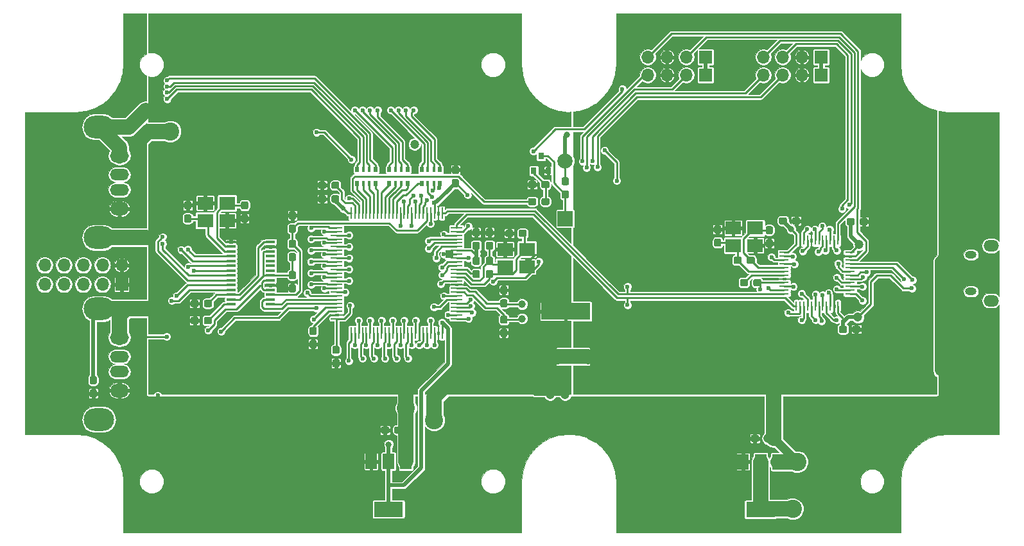
<source format=gbr>
G04 #@! TF.GenerationSoftware,KiCad,Pcbnew,(5.0.1)*
G04 #@! TF.CreationDate,2018-11-29T09:51:47+09:00*
G04 #@! TF.ProjectId,securehid,7365637572656869642E6B696361645F,rev?*
G04 #@! TF.SameCoordinates,Original*
G04 #@! TF.FileFunction,Copper,L1,Top,Signal*
G04 #@! TF.FilePolarity,Positive*
%FSLAX46Y46*%
G04 Gerber Fmt 4.6, Leading zero omitted, Abs format (unit mm)*
G04 Created by KiCad (PCBNEW (5.0.1)) date Thu Nov 29 09:51:47 2018*
%MOMM*%
%LPD*%
G01*
G04 APERTURE LIST*
G04 #@! TA.AperFunction,EtchedComponent*
%ADD10C,0.100000*%
G04 #@! TD*
G04 #@! TA.AperFunction,ComponentPad*
%ADD11O,2.000000X1.500000*%
G04 #@! TD*
G04 #@! TA.AperFunction,ComponentPad*
%ADD12O,1.500000X1.000000*%
G04 #@! TD*
G04 #@! TA.AperFunction,ComponentPad*
%ADD13O,4.000000X3.000000*%
G04 #@! TD*
G04 #@! TA.AperFunction,ComponentPad*
%ADD14O,2.500000X1.800000*%
G04 #@! TD*
G04 #@! TA.AperFunction,ComponentPad*
%ADD15O,2.500000X1.500000*%
G04 #@! TD*
G04 #@! TA.AperFunction,Conductor*
%ADD16C,0.100000*%
G04 #@! TD*
G04 #@! TA.AperFunction,SMDPad,CuDef*
%ADD17C,0.950000*%
G04 #@! TD*
G04 #@! TA.AperFunction,ComponentPad*
%ADD18O,1.700000X1.700000*%
G04 #@! TD*
G04 #@! TA.AperFunction,ComponentPad*
%ADD19R,1.700000X1.700000*%
G04 #@! TD*
G04 #@! TA.AperFunction,ComponentPad*
%ADD20R,2.000000X2.000000*%
G04 #@! TD*
G04 #@! TA.AperFunction,ComponentPad*
%ADD21C,2.000000*%
G04 #@! TD*
G04 #@! TA.AperFunction,SMDPad,CuDef*
%ADD22R,0.800000X0.900000*%
G04 #@! TD*
G04 #@! TA.AperFunction,SMDPad,CuDef*
%ADD23R,0.500000X0.800000*%
G04 #@! TD*
G04 #@! TA.AperFunction,SMDPad,CuDef*
%ADD24R,0.400000X0.800000*%
G04 #@! TD*
G04 #@! TA.AperFunction,SMDPad,CuDef*
%ADD25R,3.800000X2.000000*%
G04 #@! TD*
G04 #@! TA.AperFunction,SMDPad,CuDef*
%ADD26R,1.500000X2.000000*%
G04 #@! TD*
G04 #@! TA.AperFunction,SMDPad,CuDef*
%ADD27R,1.300000X0.250000*%
G04 #@! TD*
G04 #@! TA.AperFunction,SMDPad,CuDef*
%ADD28R,0.250000X1.300000*%
G04 #@! TD*
G04 #@! TA.AperFunction,SMDPad,CuDef*
%ADD29R,1.500000X0.280000*%
G04 #@! TD*
G04 #@! TA.AperFunction,SMDPad,CuDef*
%ADD30R,0.280000X1.500000*%
G04 #@! TD*
G04 #@! TA.AperFunction,SMDPad,CuDef*
%ADD31R,1.200000X0.400000*%
G04 #@! TD*
G04 #@! TA.AperFunction,SMDPad,CuDef*
%ADD32R,1.000000X1.000000*%
G04 #@! TD*
G04 #@! TA.AperFunction,Conductor*
%ADD33C,2.000000*%
G04 #@! TD*
G04 #@! TA.AperFunction,SMDPad,CuDef*
%ADD34R,2.100000X1.800000*%
G04 #@! TD*
G04 #@! TA.AperFunction,ComponentPad*
%ADD35C,1.000000*%
G04 #@! TD*
G04 #@! TA.AperFunction,SMDPad,CuDef*
%ADD36R,6.500000X2.200000*%
G04 #@! TD*
G04 #@! TA.AperFunction,ViaPad*
%ADD37C,1.200000*%
G04 #@! TD*
G04 #@! TA.AperFunction,ViaPad*
%ADD38C,0.600000*%
G04 #@! TD*
G04 #@! TA.AperFunction,ViaPad*
%ADD39C,2.400000*%
G04 #@! TD*
G04 #@! TA.AperFunction,ViaPad*
%ADD40C,0.800000*%
G04 #@! TD*
G04 #@! TA.AperFunction,Conductor*
%ADD41C,0.250000*%
G04 #@! TD*
G04 #@! TA.AperFunction,Conductor*
%ADD42C,0.500000*%
G04 #@! TD*
G04 #@! TA.AperFunction,Conductor*
%ADD43C,2.000000*%
G04 #@! TD*
G04 #@! TA.AperFunction,Conductor*
%ADD44C,1.200000*%
G04 #@! TD*
G04 APERTURE END LIST*
D10*
G04 #@! TO.C,R26*
G36*
X105000000Y-91000000D02*
X109000000Y-91000000D01*
X109000000Y-93000000D01*
X105000000Y-93000000D01*
X105000000Y-91000000D01*
G37*
G04 #@! TD*
D11*
G04 #@! TO.P,J1,6*
G04 #@! TO.N,GND*
X162150000Y-77375000D03*
D12*
X159500000Y-78575000D03*
X159500000Y-83425000D03*
D11*
X162150000Y-84625000D03*
G04 #@! TD*
D13*
G04 #@! TO.P,J8,5*
G04 #@! TO.N,GND*
X44500000Y-76300000D03*
X44500000Y-61700000D03*
D14*
G04 #@! TO.P,J8,1*
G04 #@! TO.N,VBUS*
X47210000Y-72500000D03*
G04 #@! TO.P,J8,4*
G04 #@! TO.N,GND*
X47210000Y-65500000D03*
D15*
G04 #@! TO.P,J8,3*
G04 #@! TO.N,Net-(J8-Pad3)*
X47210000Y-68000000D03*
G04 #@! TO.P,J8,2*
G04 #@! TO.N,Net-(J8-Pad2)*
X47210000Y-70000000D03*
G04 #@! TD*
D16*
G04 #@! TO.N,GND*
G04 #@! TO.C,C1*
G36*
X74235779Y-70726144D02*
X74258834Y-70729563D01*
X74281443Y-70735227D01*
X74303387Y-70743079D01*
X74324457Y-70753044D01*
X74344448Y-70765026D01*
X74363168Y-70778910D01*
X74380438Y-70794562D01*
X74396090Y-70811832D01*
X74409974Y-70830552D01*
X74421956Y-70850543D01*
X74431921Y-70871613D01*
X74439773Y-70893557D01*
X74445437Y-70916166D01*
X74448856Y-70939221D01*
X74450000Y-70962500D01*
X74450000Y-71437500D01*
X74448856Y-71460779D01*
X74445437Y-71483834D01*
X74439773Y-71506443D01*
X74431921Y-71528387D01*
X74421956Y-71549457D01*
X74409974Y-71569448D01*
X74396090Y-71588168D01*
X74380438Y-71605438D01*
X74363168Y-71621090D01*
X74344448Y-71634974D01*
X74324457Y-71646956D01*
X74303387Y-71656921D01*
X74281443Y-71664773D01*
X74258834Y-71670437D01*
X74235779Y-71673856D01*
X74212500Y-71675000D01*
X73637500Y-71675000D01*
X73614221Y-71673856D01*
X73591166Y-71670437D01*
X73568557Y-71664773D01*
X73546613Y-71656921D01*
X73525543Y-71646956D01*
X73505552Y-71634974D01*
X73486832Y-71621090D01*
X73469562Y-71605438D01*
X73453910Y-71588168D01*
X73440026Y-71569448D01*
X73428044Y-71549457D01*
X73418079Y-71528387D01*
X73410227Y-71506443D01*
X73404563Y-71483834D01*
X73401144Y-71460779D01*
X73400000Y-71437500D01*
X73400000Y-70962500D01*
X73401144Y-70939221D01*
X73404563Y-70916166D01*
X73410227Y-70893557D01*
X73418079Y-70871613D01*
X73428044Y-70850543D01*
X73440026Y-70830552D01*
X73453910Y-70811832D01*
X73469562Y-70794562D01*
X73486832Y-70778910D01*
X73505552Y-70765026D01*
X73525543Y-70753044D01*
X73546613Y-70743079D01*
X73568557Y-70735227D01*
X73591166Y-70729563D01*
X73614221Y-70726144D01*
X73637500Y-70725000D01*
X74212500Y-70725000D01*
X74235779Y-70726144D01*
X74235779Y-70726144D01*
G37*
D17*
G04 #@! TD*
G04 #@! TO.P,C1,2*
G04 #@! TO.N,GND*
X73925000Y-71200000D03*
D16*
G04 #@! TO.N,+3V3*
G04 #@! TO.C,C1*
G36*
X75985779Y-70726144D02*
X76008834Y-70729563D01*
X76031443Y-70735227D01*
X76053387Y-70743079D01*
X76074457Y-70753044D01*
X76094448Y-70765026D01*
X76113168Y-70778910D01*
X76130438Y-70794562D01*
X76146090Y-70811832D01*
X76159974Y-70830552D01*
X76171956Y-70850543D01*
X76181921Y-70871613D01*
X76189773Y-70893557D01*
X76195437Y-70916166D01*
X76198856Y-70939221D01*
X76200000Y-70962500D01*
X76200000Y-71437500D01*
X76198856Y-71460779D01*
X76195437Y-71483834D01*
X76189773Y-71506443D01*
X76181921Y-71528387D01*
X76171956Y-71549457D01*
X76159974Y-71569448D01*
X76146090Y-71588168D01*
X76130438Y-71605438D01*
X76113168Y-71621090D01*
X76094448Y-71634974D01*
X76074457Y-71646956D01*
X76053387Y-71656921D01*
X76031443Y-71664773D01*
X76008834Y-71670437D01*
X75985779Y-71673856D01*
X75962500Y-71675000D01*
X75387500Y-71675000D01*
X75364221Y-71673856D01*
X75341166Y-71670437D01*
X75318557Y-71664773D01*
X75296613Y-71656921D01*
X75275543Y-71646956D01*
X75255552Y-71634974D01*
X75236832Y-71621090D01*
X75219562Y-71605438D01*
X75203910Y-71588168D01*
X75190026Y-71569448D01*
X75178044Y-71549457D01*
X75168079Y-71528387D01*
X75160227Y-71506443D01*
X75154563Y-71483834D01*
X75151144Y-71460779D01*
X75150000Y-71437500D01*
X75150000Y-70962500D01*
X75151144Y-70939221D01*
X75154563Y-70916166D01*
X75160227Y-70893557D01*
X75168079Y-70871613D01*
X75178044Y-70850543D01*
X75190026Y-70830552D01*
X75203910Y-70811832D01*
X75219562Y-70794562D01*
X75236832Y-70778910D01*
X75255552Y-70765026D01*
X75275543Y-70753044D01*
X75296613Y-70743079D01*
X75318557Y-70735227D01*
X75341166Y-70729563D01*
X75364221Y-70726144D01*
X75387500Y-70725000D01*
X75962500Y-70725000D01*
X75985779Y-70726144D01*
X75985779Y-70726144D01*
G37*
D17*
G04 #@! TD*
G04 #@! TO.P,C1,1*
G04 #@! TO.N,+3V3*
X75675000Y-71200000D03*
D16*
G04 #@! TO.N,+3V3*
G04 #@! TO.C,C2*
G36*
X91760779Y-68601144D02*
X91783834Y-68604563D01*
X91806443Y-68610227D01*
X91828387Y-68618079D01*
X91849457Y-68628044D01*
X91869448Y-68640026D01*
X91888168Y-68653910D01*
X91905438Y-68669562D01*
X91921090Y-68686832D01*
X91934974Y-68705552D01*
X91946956Y-68725543D01*
X91956921Y-68746613D01*
X91964773Y-68768557D01*
X91970437Y-68791166D01*
X91973856Y-68814221D01*
X91975000Y-68837500D01*
X91975000Y-69412500D01*
X91973856Y-69435779D01*
X91970437Y-69458834D01*
X91964773Y-69481443D01*
X91956921Y-69503387D01*
X91946956Y-69524457D01*
X91934974Y-69544448D01*
X91921090Y-69563168D01*
X91905438Y-69580438D01*
X91888168Y-69596090D01*
X91869448Y-69609974D01*
X91849457Y-69621956D01*
X91828387Y-69631921D01*
X91806443Y-69639773D01*
X91783834Y-69645437D01*
X91760779Y-69648856D01*
X91737500Y-69650000D01*
X91262500Y-69650000D01*
X91239221Y-69648856D01*
X91216166Y-69645437D01*
X91193557Y-69639773D01*
X91171613Y-69631921D01*
X91150543Y-69621956D01*
X91130552Y-69609974D01*
X91111832Y-69596090D01*
X91094562Y-69580438D01*
X91078910Y-69563168D01*
X91065026Y-69544448D01*
X91053044Y-69524457D01*
X91043079Y-69503387D01*
X91035227Y-69481443D01*
X91029563Y-69458834D01*
X91026144Y-69435779D01*
X91025000Y-69412500D01*
X91025000Y-68837500D01*
X91026144Y-68814221D01*
X91029563Y-68791166D01*
X91035227Y-68768557D01*
X91043079Y-68746613D01*
X91053044Y-68725543D01*
X91065026Y-68705552D01*
X91078910Y-68686832D01*
X91094562Y-68669562D01*
X91111832Y-68653910D01*
X91130552Y-68640026D01*
X91150543Y-68628044D01*
X91171613Y-68618079D01*
X91193557Y-68610227D01*
X91216166Y-68604563D01*
X91239221Y-68601144D01*
X91262500Y-68600000D01*
X91737500Y-68600000D01*
X91760779Y-68601144D01*
X91760779Y-68601144D01*
G37*
D17*
G04 #@! TD*
G04 #@! TO.P,C2,1*
G04 #@! TO.N,+3V3*
X91500000Y-69125000D03*
D16*
G04 #@! TO.N,GND*
G04 #@! TO.C,C2*
G36*
X91760779Y-66851144D02*
X91783834Y-66854563D01*
X91806443Y-66860227D01*
X91828387Y-66868079D01*
X91849457Y-66878044D01*
X91869448Y-66890026D01*
X91888168Y-66903910D01*
X91905438Y-66919562D01*
X91921090Y-66936832D01*
X91934974Y-66955552D01*
X91946956Y-66975543D01*
X91956921Y-66996613D01*
X91964773Y-67018557D01*
X91970437Y-67041166D01*
X91973856Y-67064221D01*
X91975000Y-67087500D01*
X91975000Y-67662500D01*
X91973856Y-67685779D01*
X91970437Y-67708834D01*
X91964773Y-67731443D01*
X91956921Y-67753387D01*
X91946956Y-67774457D01*
X91934974Y-67794448D01*
X91921090Y-67813168D01*
X91905438Y-67830438D01*
X91888168Y-67846090D01*
X91869448Y-67859974D01*
X91849457Y-67871956D01*
X91828387Y-67881921D01*
X91806443Y-67889773D01*
X91783834Y-67895437D01*
X91760779Y-67898856D01*
X91737500Y-67900000D01*
X91262500Y-67900000D01*
X91239221Y-67898856D01*
X91216166Y-67895437D01*
X91193557Y-67889773D01*
X91171613Y-67881921D01*
X91150543Y-67871956D01*
X91130552Y-67859974D01*
X91111832Y-67846090D01*
X91094562Y-67830438D01*
X91078910Y-67813168D01*
X91065026Y-67794448D01*
X91053044Y-67774457D01*
X91043079Y-67753387D01*
X91035227Y-67731443D01*
X91029563Y-67708834D01*
X91026144Y-67685779D01*
X91025000Y-67662500D01*
X91025000Y-67087500D01*
X91026144Y-67064221D01*
X91029563Y-67041166D01*
X91035227Y-67018557D01*
X91043079Y-66996613D01*
X91053044Y-66975543D01*
X91065026Y-66955552D01*
X91078910Y-66936832D01*
X91094562Y-66919562D01*
X91111832Y-66903910D01*
X91130552Y-66890026D01*
X91150543Y-66878044D01*
X91171613Y-66868079D01*
X91193557Y-66860227D01*
X91216166Y-66854563D01*
X91239221Y-66851144D01*
X91262500Y-66850000D01*
X91737500Y-66850000D01*
X91760779Y-66851144D01*
X91760779Y-66851144D01*
G37*
D17*
G04 #@! TD*
G04 #@! TO.P,C2,2*
G04 #@! TO.N,GND*
X91500000Y-67375000D03*
D16*
G04 #@! TO.N,GND*
G04 #@! TO.C,C4*
G36*
X76010779Y-92351144D02*
X76033834Y-92354563D01*
X76056443Y-92360227D01*
X76078387Y-92368079D01*
X76099457Y-92378044D01*
X76119448Y-92390026D01*
X76138168Y-92403910D01*
X76155438Y-92419562D01*
X76171090Y-92436832D01*
X76184974Y-92455552D01*
X76196956Y-92475543D01*
X76206921Y-92496613D01*
X76214773Y-92518557D01*
X76220437Y-92541166D01*
X76223856Y-92564221D01*
X76225000Y-92587500D01*
X76225000Y-93162500D01*
X76223856Y-93185779D01*
X76220437Y-93208834D01*
X76214773Y-93231443D01*
X76206921Y-93253387D01*
X76196956Y-93274457D01*
X76184974Y-93294448D01*
X76171090Y-93313168D01*
X76155438Y-93330438D01*
X76138168Y-93346090D01*
X76119448Y-93359974D01*
X76099457Y-93371956D01*
X76078387Y-93381921D01*
X76056443Y-93389773D01*
X76033834Y-93395437D01*
X76010779Y-93398856D01*
X75987500Y-93400000D01*
X75512500Y-93400000D01*
X75489221Y-93398856D01*
X75466166Y-93395437D01*
X75443557Y-93389773D01*
X75421613Y-93381921D01*
X75400543Y-93371956D01*
X75380552Y-93359974D01*
X75361832Y-93346090D01*
X75344562Y-93330438D01*
X75328910Y-93313168D01*
X75315026Y-93294448D01*
X75303044Y-93274457D01*
X75293079Y-93253387D01*
X75285227Y-93231443D01*
X75279563Y-93208834D01*
X75276144Y-93185779D01*
X75275000Y-93162500D01*
X75275000Y-92587500D01*
X75276144Y-92564221D01*
X75279563Y-92541166D01*
X75285227Y-92518557D01*
X75293079Y-92496613D01*
X75303044Y-92475543D01*
X75315026Y-92455552D01*
X75328910Y-92436832D01*
X75344562Y-92419562D01*
X75361832Y-92403910D01*
X75380552Y-92390026D01*
X75400543Y-92378044D01*
X75421613Y-92368079D01*
X75443557Y-92360227D01*
X75466166Y-92354563D01*
X75489221Y-92351144D01*
X75512500Y-92350000D01*
X75987500Y-92350000D01*
X76010779Y-92351144D01*
X76010779Y-92351144D01*
G37*
D17*
G04 #@! TD*
G04 #@! TO.P,C4,2*
G04 #@! TO.N,GND*
X75750000Y-92875000D03*
D16*
G04 #@! TO.N,+3V3*
G04 #@! TO.C,C4*
G36*
X76010779Y-90601144D02*
X76033834Y-90604563D01*
X76056443Y-90610227D01*
X76078387Y-90618079D01*
X76099457Y-90628044D01*
X76119448Y-90640026D01*
X76138168Y-90653910D01*
X76155438Y-90669562D01*
X76171090Y-90686832D01*
X76184974Y-90705552D01*
X76196956Y-90725543D01*
X76206921Y-90746613D01*
X76214773Y-90768557D01*
X76220437Y-90791166D01*
X76223856Y-90814221D01*
X76225000Y-90837500D01*
X76225000Y-91412500D01*
X76223856Y-91435779D01*
X76220437Y-91458834D01*
X76214773Y-91481443D01*
X76206921Y-91503387D01*
X76196956Y-91524457D01*
X76184974Y-91544448D01*
X76171090Y-91563168D01*
X76155438Y-91580438D01*
X76138168Y-91596090D01*
X76119448Y-91609974D01*
X76099457Y-91621956D01*
X76078387Y-91631921D01*
X76056443Y-91639773D01*
X76033834Y-91645437D01*
X76010779Y-91648856D01*
X75987500Y-91650000D01*
X75512500Y-91650000D01*
X75489221Y-91648856D01*
X75466166Y-91645437D01*
X75443557Y-91639773D01*
X75421613Y-91631921D01*
X75400543Y-91621956D01*
X75380552Y-91609974D01*
X75361832Y-91596090D01*
X75344562Y-91580438D01*
X75328910Y-91563168D01*
X75315026Y-91544448D01*
X75303044Y-91524457D01*
X75293079Y-91503387D01*
X75285227Y-91481443D01*
X75279563Y-91458834D01*
X75276144Y-91435779D01*
X75275000Y-91412500D01*
X75275000Y-90837500D01*
X75276144Y-90814221D01*
X75279563Y-90791166D01*
X75285227Y-90768557D01*
X75293079Y-90746613D01*
X75303044Y-90725543D01*
X75315026Y-90705552D01*
X75328910Y-90686832D01*
X75344562Y-90669562D01*
X75361832Y-90653910D01*
X75380552Y-90640026D01*
X75400543Y-90628044D01*
X75421613Y-90618079D01*
X75443557Y-90610227D01*
X75466166Y-90604563D01*
X75489221Y-90601144D01*
X75512500Y-90600000D01*
X75987500Y-90600000D01*
X76010779Y-90601144D01*
X76010779Y-90601144D01*
G37*
D17*
G04 #@! TD*
G04 #@! TO.P,C4,1*
G04 #@! TO.N,+3V3*
X75750000Y-91125000D03*
D16*
G04 #@! TO.N,GND*
G04 #@! TO.C,C11*
G36*
X94510779Y-75101144D02*
X94533834Y-75104563D01*
X94556443Y-75110227D01*
X94578387Y-75118079D01*
X94599457Y-75128044D01*
X94619448Y-75140026D01*
X94638168Y-75153910D01*
X94655438Y-75169562D01*
X94671090Y-75186832D01*
X94684974Y-75205552D01*
X94696956Y-75225543D01*
X94706921Y-75246613D01*
X94714773Y-75268557D01*
X94720437Y-75291166D01*
X94723856Y-75314221D01*
X94725000Y-75337500D01*
X94725000Y-75912500D01*
X94723856Y-75935779D01*
X94720437Y-75958834D01*
X94714773Y-75981443D01*
X94706921Y-76003387D01*
X94696956Y-76024457D01*
X94684974Y-76044448D01*
X94671090Y-76063168D01*
X94655438Y-76080438D01*
X94638168Y-76096090D01*
X94619448Y-76109974D01*
X94599457Y-76121956D01*
X94578387Y-76131921D01*
X94556443Y-76139773D01*
X94533834Y-76145437D01*
X94510779Y-76148856D01*
X94487500Y-76150000D01*
X94012500Y-76150000D01*
X93989221Y-76148856D01*
X93966166Y-76145437D01*
X93943557Y-76139773D01*
X93921613Y-76131921D01*
X93900543Y-76121956D01*
X93880552Y-76109974D01*
X93861832Y-76096090D01*
X93844562Y-76080438D01*
X93828910Y-76063168D01*
X93815026Y-76044448D01*
X93803044Y-76024457D01*
X93793079Y-76003387D01*
X93785227Y-75981443D01*
X93779563Y-75958834D01*
X93776144Y-75935779D01*
X93775000Y-75912500D01*
X93775000Y-75337500D01*
X93776144Y-75314221D01*
X93779563Y-75291166D01*
X93785227Y-75268557D01*
X93793079Y-75246613D01*
X93803044Y-75225543D01*
X93815026Y-75205552D01*
X93828910Y-75186832D01*
X93844562Y-75169562D01*
X93861832Y-75153910D01*
X93880552Y-75140026D01*
X93900543Y-75128044D01*
X93921613Y-75118079D01*
X93943557Y-75110227D01*
X93966166Y-75104563D01*
X93989221Y-75101144D01*
X94012500Y-75100000D01*
X94487500Y-75100000D01*
X94510779Y-75101144D01*
X94510779Y-75101144D01*
G37*
D17*
G04 #@! TD*
G04 #@! TO.P,C11,2*
G04 #@! TO.N,GND*
X94250000Y-75625000D03*
D16*
G04 #@! TO.N,+3V3*
G04 #@! TO.C,C11*
G36*
X94510779Y-76851144D02*
X94533834Y-76854563D01*
X94556443Y-76860227D01*
X94578387Y-76868079D01*
X94599457Y-76878044D01*
X94619448Y-76890026D01*
X94638168Y-76903910D01*
X94655438Y-76919562D01*
X94671090Y-76936832D01*
X94684974Y-76955552D01*
X94696956Y-76975543D01*
X94706921Y-76996613D01*
X94714773Y-77018557D01*
X94720437Y-77041166D01*
X94723856Y-77064221D01*
X94725000Y-77087500D01*
X94725000Y-77662500D01*
X94723856Y-77685779D01*
X94720437Y-77708834D01*
X94714773Y-77731443D01*
X94706921Y-77753387D01*
X94696956Y-77774457D01*
X94684974Y-77794448D01*
X94671090Y-77813168D01*
X94655438Y-77830438D01*
X94638168Y-77846090D01*
X94619448Y-77859974D01*
X94599457Y-77871956D01*
X94578387Y-77881921D01*
X94556443Y-77889773D01*
X94533834Y-77895437D01*
X94510779Y-77898856D01*
X94487500Y-77900000D01*
X94012500Y-77900000D01*
X93989221Y-77898856D01*
X93966166Y-77895437D01*
X93943557Y-77889773D01*
X93921613Y-77881921D01*
X93900543Y-77871956D01*
X93880552Y-77859974D01*
X93861832Y-77846090D01*
X93844562Y-77830438D01*
X93828910Y-77813168D01*
X93815026Y-77794448D01*
X93803044Y-77774457D01*
X93793079Y-77753387D01*
X93785227Y-77731443D01*
X93779563Y-77708834D01*
X93776144Y-77685779D01*
X93775000Y-77662500D01*
X93775000Y-77087500D01*
X93776144Y-77064221D01*
X93779563Y-77041166D01*
X93785227Y-77018557D01*
X93793079Y-76996613D01*
X93803044Y-76975543D01*
X93815026Y-76955552D01*
X93828910Y-76936832D01*
X93844562Y-76919562D01*
X93861832Y-76903910D01*
X93880552Y-76890026D01*
X93900543Y-76878044D01*
X93921613Y-76868079D01*
X93943557Y-76860227D01*
X93966166Y-76854563D01*
X93989221Y-76851144D01*
X94012500Y-76850000D01*
X94487500Y-76850000D01*
X94510779Y-76851144D01*
X94510779Y-76851144D01*
G37*
D17*
G04 #@! TD*
G04 #@! TO.P,C11,1*
G04 #@! TO.N,+3V3*
X94250000Y-77375000D03*
D16*
G04 #@! TO.N,Net-(C13-Pad2)*
G04 #@! TO.C,C13*
G36*
X133160779Y-74801144D02*
X133183834Y-74804563D01*
X133206443Y-74810227D01*
X133228387Y-74818079D01*
X133249457Y-74828044D01*
X133269448Y-74840026D01*
X133288168Y-74853910D01*
X133305438Y-74869562D01*
X133321090Y-74886832D01*
X133334974Y-74905552D01*
X133346956Y-74925543D01*
X133356921Y-74946613D01*
X133364773Y-74968557D01*
X133370437Y-74991166D01*
X133373856Y-75014221D01*
X133375000Y-75037500D01*
X133375000Y-75612500D01*
X133373856Y-75635779D01*
X133370437Y-75658834D01*
X133364773Y-75681443D01*
X133356921Y-75703387D01*
X133346956Y-75724457D01*
X133334974Y-75744448D01*
X133321090Y-75763168D01*
X133305438Y-75780438D01*
X133288168Y-75796090D01*
X133269448Y-75809974D01*
X133249457Y-75821956D01*
X133228387Y-75831921D01*
X133206443Y-75839773D01*
X133183834Y-75845437D01*
X133160779Y-75848856D01*
X133137500Y-75850000D01*
X132662500Y-75850000D01*
X132639221Y-75848856D01*
X132616166Y-75845437D01*
X132593557Y-75839773D01*
X132571613Y-75831921D01*
X132550543Y-75821956D01*
X132530552Y-75809974D01*
X132511832Y-75796090D01*
X132494562Y-75780438D01*
X132478910Y-75763168D01*
X132465026Y-75744448D01*
X132453044Y-75724457D01*
X132443079Y-75703387D01*
X132435227Y-75681443D01*
X132429563Y-75658834D01*
X132426144Y-75635779D01*
X132425000Y-75612500D01*
X132425000Y-75037500D01*
X132426144Y-75014221D01*
X132429563Y-74991166D01*
X132435227Y-74968557D01*
X132443079Y-74946613D01*
X132453044Y-74925543D01*
X132465026Y-74905552D01*
X132478910Y-74886832D01*
X132494562Y-74869562D01*
X132511832Y-74853910D01*
X132530552Y-74840026D01*
X132550543Y-74828044D01*
X132571613Y-74818079D01*
X132593557Y-74810227D01*
X132616166Y-74804563D01*
X132639221Y-74801144D01*
X132662500Y-74800000D01*
X133137500Y-74800000D01*
X133160779Y-74801144D01*
X133160779Y-74801144D01*
G37*
D17*
G04 #@! TD*
G04 #@! TO.P,C13,2*
G04 #@! TO.N,Net-(C13-Pad2)*
X132900000Y-75325000D03*
D16*
G04 #@! TO.N,GNDA*
G04 #@! TO.C,C13*
G36*
X133160779Y-76551144D02*
X133183834Y-76554563D01*
X133206443Y-76560227D01*
X133228387Y-76568079D01*
X133249457Y-76578044D01*
X133269448Y-76590026D01*
X133288168Y-76603910D01*
X133305438Y-76619562D01*
X133321090Y-76636832D01*
X133334974Y-76655552D01*
X133346956Y-76675543D01*
X133356921Y-76696613D01*
X133364773Y-76718557D01*
X133370437Y-76741166D01*
X133373856Y-76764221D01*
X133375000Y-76787500D01*
X133375000Y-77362500D01*
X133373856Y-77385779D01*
X133370437Y-77408834D01*
X133364773Y-77431443D01*
X133356921Y-77453387D01*
X133346956Y-77474457D01*
X133334974Y-77494448D01*
X133321090Y-77513168D01*
X133305438Y-77530438D01*
X133288168Y-77546090D01*
X133269448Y-77559974D01*
X133249457Y-77571956D01*
X133228387Y-77581921D01*
X133206443Y-77589773D01*
X133183834Y-77595437D01*
X133160779Y-77598856D01*
X133137500Y-77600000D01*
X132662500Y-77600000D01*
X132639221Y-77598856D01*
X132616166Y-77595437D01*
X132593557Y-77589773D01*
X132571613Y-77581921D01*
X132550543Y-77571956D01*
X132530552Y-77559974D01*
X132511832Y-77546090D01*
X132494562Y-77530438D01*
X132478910Y-77513168D01*
X132465026Y-77494448D01*
X132453044Y-77474457D01*
X132443079Y-77453387D01*
X132435227Y-77431443D01*
X132429563Y-77408834D01*
X132426144Y-77385779D01*
X132425000Y-77362500D01*
X132425000Y-76787500D01*
X132426144Y-76764221D01*
X132429563Y-76741166D01*
X132435227Y-76718557D01*
X132443079Y-76696613D01*
X132453044Y-76675543D01*
X132465026Y-76655552D01*
X132478910Y-76636832D01*
X132494562Y-76619562D01*
X132511832Y-76603910D01*
X132530552Y-76590026D01*
X132550543Y-76578044D01*
X132571613Y-76568079D01*
X132593557Y-76560227D01*
X132616166Y-76554563D01*
X132639221Y-76551144D01*
X132662500Y-76550000D01*
X133137500Y-76550000D01*
X133160779Y-76551144D01*
X133160779Y-76551144D01*
G37*
D17*
G04 #@! TD*
G04 #@! TO.P,C13,1*
G04 #@! TO.N,GNDA*
X132900000Y-77075000D03*
D16*
G04 #@! TO.N,Net-(C14-Pad1)*
G04 #@! TO.C,C14*
G36*
X75985779Y-68926144D02*
X76008834Y-68929563D01*
X76031443Y-68935227D01*
X76053387Y-68943079D01*
X76074457Y-68953044D01*
X76094448Y-68965026D01*
X76113168Y-68978910D01*
X76130438Y-68994562D01*
X76146090Y-69011832D01*
X76159974Y-69030552D01*
X76171956Y-69050543D01*
X76181921Y-69071613D01*
X76189773Y-69093557D01*
X76195437Y-69116166D01*
X76198856Y-69139221D01*
X76200000Y-69162500D01*
X76200000Y-69637500D01*
X76198856Y-69660779D01*
X76195437Y-69683834D01*
X76189773Y-69706443D01*
X76181921Y-69728387D01*
X76171956Y-69749457D01*
X76159974Y-69769448D01*
X76146090Y-69788168D01*
X76130438Y-69805438D01*
X76113168Y-69821090D01*
X76094448Y-69834974D01*
X76074457Y-69846956D01*
X76053387Y-69856921D01*
X76031443Y-69864773D01*
X76008834Y-69870437D01*
X75985779Y-69873856D01*
X75962500Y-69875000D01*
X75387500Y-69875000D01*
X75364221Y-69873856D01*
X75341166Y-69870437D01*
X75318557Y-69864773D01*
X75296613Y-69856921D01*
X75275543Y-69846956D01*
X75255552Y-69834974D01*
X75236832Y-69821090D01*
X75219562Y-69805438D01*
X75203910Y-69788168D01*
X75190026Y-69769448D01*
X75178044Y-69749457D01*
X75168079Y-69728387D01*
X75160227Y-69706443D01*
X75154563Y-69683834D01*
X75151144Y-69660779D01*
X75150000Y-69637500D01*
X75150000Y-69162500D01*
X75151144Y-69139221D01*
X75154563Y-69116166D01*
X75160227Y-69093557D01*
X75168079Y-69071613D01*
X75178044Y-69050543D01*
X75190026Y-69030552D01*
X75203910Y-69011832D01*
X75219562Y-68994562D01*
X75236832Y-68978910D01*
X75255552Y-68965026D01*
X75275543Y-68953044D01*
X75296613Y-68943079D01*
X75318557Y-68935227D01*
X75341166Y-68929563D01*
X75364221Y-68926144D01*
X75387500Y-68925000D01*
X75962500Y-68925000D01*
X75985779Y-68926144D01*
X75985779Y-68926144D01*
G37*
D17*
G04 #@! TD*
G04 #@! TO.P,C14,1*
G04 #@! TO.N,Net-(C14-Pad1)*
X75675000Y-69400000D03*
D16*
G04 #@! TO.N,GND*
G04 #@! TO.C,C14*
G36*
X74235779Y-68926144D02*
X74258834Y-68929563D01*
X74281443Y-68935227D01*
X74303387Y-68943079D01*
X74324457Y-68953044D01*
X74344448Y-68965026D01*
X74363168Y-68978910D01*
X74380438Y-68994562D01*
X74396090Y-69011832D01*
X74409974Y-69030552D01*
X74421956Y-69050543D01*
X74431921Y-69071613D01*
X74439773Y-69093557D01*
X74445437Y-69116166D01*
X74448856Y-69139221D01*
X74450000Y-69162500D01*
X74450000Y-69637500D01*
X74448856Y-69660779D01*
X74445437Y-69683834D01*
X74439773Y-69706443D01*
X74431921Y-69728387D01*
X74421956Y-69749457D01*
X74409974Y-69769448D01*
X74396090Y-69788168D01*
X74380438Y-69805438D01*
X74363168Y-69821090D01*
X74344448Y-69834974D01*
X74324457Y-69846956D01*
X74303387Y-69856921D01*
X74281443Y-69864773D01*
X74258834Y-69870437D01*
X74235779Y-69873856D01*
X74212500Y-69875000D01*
X73637500Y-69875000D01*
X73614221Y-69873856D01*
X73591166Y-69870437D01*
X73568557Y-69864773D01*
X73546613Y-69856921D01*
X73525543Y-69846956D01*
X73505552Y-69834974D01*
X73486832Y-69821090D01*
X73469562Y-69805438D01*
X73453910Y-69788168D01*
X73440026Y-69769448D01*
X73428044Y-69749457D01*
X73418079Y-69728387D01*
X73410227Y-69706443D01*
X73404563Y-69683834D01*
X73401144Y-69660779D01*
X73400000Y-69637500D01*
X73400000Y-69162500D01*
X73401144Y-69139221D01*
X73404563Y-69116166D01*
X73410227Y-69093557D01*
X73418079Y-69071613D01*
X73428044Y-69050543D01*
X73440026Y-69030552D01*
X73453910Y-69011832D01*
X73469562Y-68994562D01*
X73486832Y-68978910D01*
X73505552Y-68965026D01*
X73525543Y-68953044D01*
X73546613Y-68943079D01*
X73568557Y-68935227D01*
X73591166Y-68929563D01*
X73614221Y-68926144D01*
X73637500Y-68925000D01*
X74212500Y-68925000D01*
X74235779Y-68926144D01*
X74235779Y-68926144D01*
G37*
D17*
G04 #@! TD*
G04 #@! TO.P,C14,2*
G04 #@! TO.N,GND*
X73925000Y-69400000D03*
D16*
G04 #@! TO.N,GND*
G04 #@! TO.C,C15*
G36*
X73010779Y-89851144D02*
X73033834Y-89854563D01*
X73056443Y-89860227D01*
X73078387Y-89868079D01*
X73099457Y-89878044D01*
X73119448Y-89890026D01*
X73138168Y-89903910D01*
X73155438Y-89919562D01*
X73171090Y-89936832D01*
X73184974Y-89955552D01*
X73196956Y-89975543D01*
X73206921Y-89996613D01*
X73214773Y-90018557D01*
X73220437Y-90041166D01*
X73223856Y-90064221D01*
X73225000Y-90087500D01*
X73225000Y-90662500D01*
X73223856Y-90685779D01*
X73220437Y-90708834D01*
X73214773Y-90731443D01*
X73206921Y-90753387D01*
X73196956Y-90774457D01*
X73184974Y-90794448D01*
X73171090Y-90813168D01*
X73155438Y-90830438D01*
X73138168Y-90846090D01*
X73119448Y-90859974D01*
X73099457Y-90871956D01*
X73078387Y-90881921D01*
X73056443Y-90889773D01*
X73033834Y-90895437D01*
X73010779Y-90898856D01*
X72987500Y-90900000D01*
X72512500Y-90900000D01*
X72489221Y-90898856D01*
X72466166Y-90895437D01*
X72443557Y-90889773D01*
X72421613Y-90881921D01*
X72400543Y-90871956D01*
X72380552Y-90859974D01*
X72361832Y-90846090D01*
X72344562Y-90830438D01*
X72328910Y-90813168D01*
X72315026Y-90794448D01*
X72303044Y-90774457D01*
X72293079Y-90753387D01*
X72285227Y-90731443D01*
X72279563Y-90708834D01*
X72276144Y-90685779D01*
X72275000Y-90662500D01*
X72275000Y-90087500D01*
X72276144Y-90064221D01*
X72279563Y-90041166D01*
X72285227Y-90018557D01*
X72293079Y-89996613D01*
X72303044Y-89975543D01*
X72315026Y-89955552D01*
X72328910Y-89936832D01*
X72344562Y-89919562D01*
X72361832Y-89903910D01*
X72380552Y-89890026D01*
X72400543Y-89878044D01*
X72421613Y-89868079D01*
X72443557Y-89860227D01*
X72466166Y-89854563D01*
X72489221Y-89851144D01*
X72512500Y-89850000D01*
X72987500Y-89850000D01*
X73010779Y-89851144D01*
X73010779Y-89851144D01*
G37*
D17*
G04 #@! TD*
G04 #@! TO.P,C15,2*
G04 #@! TO.N,GND*
X72750000Y-90375000D03*
D16*
G04 #@! TO.N,Net-(C15-Pad1)*
G04 #@! TO.C,C15*
G36*
X73010779Y-88101144D02*
X73033834Y-88104563D01*
X73056443Y-88110227D01*
X73078387Y-88118079D01*
X73099457Y-88128044D01*
X73119448Y-88140026D01*
X73138168Y-88153910D01*
X73155438Y-88169562D01*
X73171090Y-88186832D01*
X73184974Y-88205552D01*
X73196956Y-88225543D01*
X73206921Y-88246613D01*
X73214773Y-88268557D01*
X73220437Y-88291166D01*
X73223856Y-88314221D01*
X73225000Y-88337500D01*
X73225000Y-88912500D01*
X73223856Y-88935779D01*
X73220437Y-88958834D01*
X73214773Y-88981443D01*
X73206921Y-89003387D01*
X73196956Y-89024457D01*
X73184974Y-89044448D01*
X73171090Y-89063168D01*
X73155438Y-89080438D01*
X73138168Y-89096090D01*
X73119448Y-89109974D01*
X73099457Y-89121956D01*
X73078387Y-89131921D01*
X73056443Y-89139773D01*
X73033834Y-89145437D01*
X73010779Y-89148856D01*
X72987500Y-89150000D01*
X72512500Y-89150000D01*
X72489221Y-89148856D01*
X72466166Y-89145437D01*
X72443557Y-89139773D01*
X72421613Y-89131921D01*
X72400543Y-89121956D01*
X72380552Y-89109974D01*
X72361832Y-89096090D01*
X72344562Y-89080438D01*
X72328910Y-89063168D01*
X72315026Y-89044448D01*
X72303044Y-89024457D01*
X72293079Y-89003387D01*
X72285227Y-88981443D01*
X72279563Y-88958834D01*
X72276144Y-88935779D01*
X72275000Y-88912500D01*
X72275000Y-88337500D01*
X72276144Y-88314221D01*
X72279563Y-88291166D01*
X72285227Y-88268557D01*
X72293079Y-88246613D01*
X72303044Y-88225543D01*
X72315026Y-88205552D01*
X72328910Y-88186832D01*
X72344562Y-88169562D01*
X72361832Y-88153910D01*
X72380552Y-88140026D01*
X72400543Y-88128044D01*
X72421613Y-88118079D01*
X72443557Y-88110227D01*
X72466166Y-88104563D01*
X72489221Y-88101144D01*
X72512500Y-88100000D01*
X72987500Y-88100000D01*
X73010779Y-88101144D01*
X73010779Y-88101144D01*
G37*
D17*
G04 #@! TD*
G04 #@! TO.P,C15,1*
G04 #@! TO.N,Net-(C15-Pad1)*
X72750000Y-88625000D03*
D16*
G04 #@! TO.N,GNDA*
G04 #@! TO.C,C16*
G36*
X126360779Y-74701144D02*
X126383834Y-74704563D01*
X126406443Y-74710227D01*
X126428387Y-74718079D01*
X126449457Y-74728044D01*
X126469448Y-74740026D01*
X126488168Y-74753910D01*
X126505438Y-74769562D01*
X126521090Y-74786832D01*
X126534974Y-74805552D01*
X126546956Y-74825543D01*
X126556921Y-74846613D01*
X126564773Y-74868557D01*
X126570437Y-74891166D01*
X126573856Y-74914221D01*
X126575000Y-74937500D01*
X126575000Y-75512500D01*
X126573856Y-75535779D01*
X126570437Y-75558834D01*
X126564773Y-75581443D01*
X126556921Y-75603387D01*
X126546956Y-75624457D01*
X126534974Y-75644448D01*
X126521090Y-75663168D01*
X126505438Y-75680438D01*
X126488168Y-75696090D01*
X126469448Y-75709974D01*
X126449457Y-75721956D01*
X126428387Y-75731921D01*
X126406443Y-75739773D01*
X126383834Y-75745437D01*
X126360779Y-75748856D01*
X126337500Y-75750000D01*
X125862500Y-75750000D01*
X125839221Y-75748856D01*
X125816166Y-75745437D01*
X125793557Y-75739773D01*
X125771613Y-75731921D01*
X125750543Y-75721956D01*
X125730552Y-75709974D01*
X125711832Y-75696090D01*
X125694562Y-75680438D01*
X125678910Y-75663168D01*
X125665026Y-75644448D01*
X125653044Y-75624457D01*
X125643079Y-75603387D01*
X125635227Y-75581443D01*
X125629563Y-75558834D01*
X125626144Y-75535779D01*
X125625000Y-75512500D01*
X125625000Y-74937500D01*
X125626144Y-74914221D01*
X125629563Y-74891166D01*
X125635227Y-74868557D01*
X125643079Y-74846613D01*
X125653044Y-74825543D01*
X125665026Y-74805552D01*
X125678910Y-74786832D01*
X125694562Y-74769562D01*
X125711832Y-74753910D01*
X125730552Y-74740026D01*
X125750543Y-74728044D01*
X125771613Y-74718079D01*
X125793557Y-74710227D01*
X125816166Y-74704563D01*
X125839221Y-74701144D01*
X125862500Y-74700000D01*
X126337500Y-74700000D01*
X126360779Y-74701144D01*
X126360779Y-74701144D01*
G37*
D17*
G04 #@! TD*
G04 #@! TO.P,C16,1*
G04 #@! TO.N,GNDA*
X126100000Y-75225000D03*
D16*
G04 #@! TO.N,Net-(C16-Pad2)*
G04 #@! TO.C,C16*
G36*
X126360779Y-76451144D02*
X126383834Y-76454563D01*
X126406443Y-76460227D01*
X126428387Y-76468079D01*
X126449457Y-76478044D01*
X126469448Y-76490026D01*
X126488168Y-76503910D01*
X126505438Y-76519562D01*
X126521090Y-76536832D01*
X126534974Y-76555552D01*
X126546956Y-76575543D01*
X126556921Y-76596613D01*
X126564773Y-76618557D01*
X126570437Y-76641166D01*
X126573856Y-76664221D01*
X126575000Y-76687500D01*
X126575000Y-77262500D01*
X126573856Y-77285779D01*
X126570437Y-77308834D01*
X126564773Y-77331443D01*
X126556921Y-77353387D01*
X126546956Y-77374457D01*
X126534974Y-77394448D01*
X126521090Y-77413168D01*
X126505438Y-77430438D01*
X126488168Y-77446090D01*
X126469448Y-77459974D01*
X126449457Y-77471956D01*
X126428387Y-77481921D01*
X126406443Y-77489773D01*
X126383834Y-77495437D01*
X126360779Y-77498856D01*
X126337500Y-77500000D01*
X125862500Y-77500000D01*
X125839221Y-77498856D01*
X125816166Y-77495437D01*
X125793557Y-77489773D01*
X125771613Y-77481921D01*
X125750543Y-77471956D01*
X125730552Y-77459974D01*
X125711832Y-77446090D01*
X125694562Y-77430438D01*
X125678910Y-77413168D01*
X125665026Y-77394448D01*
X125653044Y-77374457D01*
X125643079Y-77353387D01*
X125635227Y-77331443D01*
X125629563Y-77308834D01*
X125626144Y-77285779D01*
X125625000Y-77262500D01*
X125625000Y-76687500D01*
X125626144Y-76664221D01*
X125629563Y-76641166D01*
X125635227Y-76618557D01*
X125643079Y-76596613D01*
X125653044Y-76575543D01*
X125665026Y-76555552D01*
X125678910Y-76536832D01*
X125694562Y-76519562D01*
X125711832Y-76503910D01*
X125730552Y-76490026D01*
X125750543Y-76478044D01*
X125771613Y-76468079D01*
X125793557Y-76460227D01*
X125816166Y-76454563D01*
X125839221Y-76451144D01*
X125862500Y-76450000D01*
X126337500Y-76450000D01*
X126360779Y-76451144D01*
X126360779Y-76451144D01*
G37*
D17*
G04 #@! TD*
G04 #@! TO.P,C16,2*
G04 #@! TO.N,Net-(C16-Pad2)*
X126100000Y-76975000D03*
D16*
G04 #@! TO.N,GND*
G04 #@! TO.C,C17*
G36*
X98935779Y-75276144D02*
X98958834Y-75279563D01*
X98981443Y-75285227D01*
X99003387Y-75293079D01*
X99024457Y-75303044D01*
X99044448Y-75315026D01*
X99063168Y-75328910D01*
X99080438Y-75344562D01*
X99096090Y-75361832D01*
X99109974Y-75380552D01*
X99121956Y-75400543D01*
X99131921Y-75421613D01*
X99139773Y-75443557D01*
X99145437Y-75466166D01*
X99148856Y-75489221D01*
X99150000Y-75512500D01*
X99150000Y-75987500D01*
X99148856Y-76010779D01*
X99145437Y-76033834D01*
X99139773Y-76056443D01*
X99131921Y-76078387D01*
X99121956Y-76099457D01*
X99109974Y-76119448D01*
X99096090Y-76138168D01*
X99080438Y-76155438D01*
X99063168Y-76171090D01*
X99044448Y-76184974D01*
X99024457Y-76196956D01*
X99003387Y-76206921D01*
X98981443Y-76214773D01*
X98958834Y-76220437D01*
X98935779Y-76223856D01*
X98912500Y-76225000D01*
X98337500Y-76225000D01*
X98314221Y-76223856D01*
X98291166Y-76220437D01*
X98268557Y-76214773D01*
X98246613Y-76206921D01*
X98225543Y-76196956D01*
X98205552Y-76184974D01*
X98186832Y-76171090D01*
X98169562Y-76155438D01*
X98153910Y-76138168D01*
X98140026Y-76119448D01*
X98128044Y-76099457D01*
X98118079Y-76078387D01*
X98110227Y-76056443D01*
X98104563Y-76033834D01*
X98101144Y-76010779D01*
X98100000Y-75987500D01*
X98100000Y-75512500D01*
X98101144Y-75489221D01*
X98104563Y-75466166D01*
X98110227Y-75443557D01*
X98118079Y-75421613D01*
X98128044Y-75400543D01*
X98140026Y-75380552D01*
X98153910Y-75361832D01*
X98169562Y-75344562D01*
X98186832Y-75328910D01*
X98205552Y-75315026D01*
X98225543Y-75303044D01*
X98246613Y-75293079D01*
X98268557Y-75285227D01*
X98291166Y-75279563D01*
X98314221Y-75276144D01*
X98337500Y-75275000D01*
X98912500Y-75275000D01*
X98935779Y-75276144D01*
X98935779Y-75276144D01*
G37*
D17*
G04 #@! TD*
G04 #@! TO.P,C17,1*
G04 #@! TO.N,GND*
X98625000Y-75750000D03*
D16*
G04 #@! TO.N,Net-(C17-Pad2)*
G04 #@! TO.C,C17*
G36*
X100685779Y-75276144D02*
X100708834Y-75279563D01*
X100731443Y-75285227D01*
X100753387Y-75293079D01*
X100774457Y-75303044D01*
X100794448Y-75315026D01*
X100813168Y-75328910D01*
X100830438Y-75344562D01*
X100846090Y-75361832D01*
X100859974Y-75380552D01*
X100871956Y-75400543D01*
X100881921Y-75421613D01*
X100889773Y-75443557D01*
X100895437Y-75466166D01*
X100898856Y-75489221D01*
X100900000Y-75512500D01*
X100900000Y-75987500D01*
X100898856Y-76010779D01*
X100895437Y-76033834D01*
X100889773Y-76056443D01*
X100881921Y-76078387D01*
X100871956Y-76099457D01*
X100859974Y-76119448D01*
X100846090Y-76138168D01*
X100830438Y-76155438D01*
X100813168Y-76171090D01*
X100794448Y-76184974D01*
X100774457Y-76196956D01*
X100753387Y-76206921D01*
X100731443Y-76214773D01*
X100708834Y-76220437D01*
X100685779Y-76223856D01*
X100662500Y-76225000D01*
X100087500Y-76225000D01*
X100064221Y-76223856D01*
X100041166Y-76220437D01*
X100018557Y-76214773D01*
X99996613Y-76206921D01*
X99975543Y-76196956D01*
X99955552Y-76184974D01*
X99936832Y-76171090D01*
X99919562Y-76155438D01*
X99903910Y-76138168D01*
X99890026Y-76119448D01*
X99878044Y-76099457D01*
X99868079Y-76078387D01*
X99860227Y-76056443D01*
X99854563Y-76033834D01*
X99851144Y-76010779D01*
X99850000Y-75987500D01*
X99850000Y-75512500D01*
X99851144Y-75489221D01*
X99854563Y-75466166D01*
X99860227Y-75443557D01*
X99868079Y-75421613D01*
X99878044Y-75400543D01*
X99890026Y-75380552D01*
X99903910Y-75361832D01*
X99919562Y-75344562D01*
X99936832Y-75328910D01*
X99955552Y-75315026D01*
X99975543Y-75303044D01*
X99996613Y-75293079D01*
X100018557Y-75285227D01*
X100041166Y-75279563D01*
X100064221Y-75276144D01*
X100087500Y-75275000D01*
X100662500Y-75275000D01*
X100685779Y-75276144D01*
X100685779Y-75276144D01*
G37*
D17*
G04 #@! TD*
G04 #@! TO.P,C17,2*
G04 #@! TO.N,Net-(C17-Pad2)*
X100375000Y-75750000D03*
D16*
G04 #@! TO.N,Net-(C18-Pad2)*
G04 #@! TO.C,C18*
G36*
X96260779Y-76851144D02*
X96283834Y-76854563D01*
X96306443Y-76860227D01*
X96328387Y-76868079D01*
X96349457Y-76878044D01*
X96369448Y-76890026D01*
X96388168Y-76903910D01*
X96405438Y-76919562D01*
X96421090Y-76936832D01*
X96434974Y-76955552D01*
X96446956Y-76975543D01*
X96456921Y-76996613D01*
X96464773Y-77018557D01*
X96470437Y-77041166D01*
X96473856Y-77064221D01*
X96475000Y-77087500D01*
X96475000Y-77662500D01*
X96473856Y-77685779D01*
X96470437Y-77708834D01*
X96464773Y-77731443D01*
X96456921Y-77753387D01*
X96446956Y-77774457D01*
X96434974Y-77794448D01*
X96421090Y-77813168D01*
X96405438Y-77830438D01*
X96388168Y-77846090D01*
X96369448Y-77859974D01*
X96349457Y-77871956D01*
X96328387Y-77881921D01*
X96306443Y-77889773D01*
X96283834Y-77895437D01*
X96260779Y-77898856D01*
X96237500Y-77900000D01*
X95762500Y-77900000D01*
X95739221Y-77898856D01*
X95716166Y-77895437D01*
X95693557Y-77889773D01*
X95671613Y-77881921D01*
X95650543Y-77871956D01*
X95630552Y-77859974D01*
X95611832Y-77846090D01*
X95594562Y-77830438D01*
X95578910Y-77813168D01*
X95565026Y-77794448D01*
X95553044Y-77774457D01*
X95543079Y-77753387D01*
X95535227Y-77731443D01*
X95529563Y-77708834D01*
X95526144Y-77685779D01*
X95525000Y-77662500D01*
X95525000Y-77087500D01*
X95526144Y-77064221D01*
X95529563Y-77041166D01*
X95535227Y-77018557D01*
X95543079Y-76996613D01*
X95553044Y-76975543D01*
X95565026Y-76955552D01*
X95578910Y-76936832D01*
X95594562Y-76919562D01*
X95611832Y-76903910D01*
X95630552Y-76890026D01*
X95650543Y-76878044D01*
X95671613Y-76868079D01*
X95693557Y-76860227D01*
X95716166Y-76854563D01*
X95739221Y-76851144D01*
X95762500Y-76850000D01*
X96237500Y-76850000D01*
X96260779Y-76851144D01*
X96260779Y-76851144D01*
G37*
D17*
G04 #@! TD*
G04 #@! TO.P,C18,2*
G04 #@! TO.N,Net-(C18-Pad2)*
X96000000Y-77375000D03*
D16*
G04 #@! TO.N,GND*
G04 #@! TO.C,C18*
G36*
X96260779Y-75101144D02*
X96283834Y-75104563D01*
X96306443Y-75110227D01*
X96328387Y-75118079D01*
X96349457Y-75128044D01*
X96369448Y-75140026D01*
X96388168Y-75153910D01*
X96405438Y-75169562D01*
X96421090Y-75186832D01*
X96434974Y-75205552D01*
X96446956Y-75225543D01*
X96456921Y-75246613D01*
X96464773Y-75268557D01*
X96470437Y-75291166D01*
X96473856Y-75314221D01*
X96475000Y-75337500D01*
X96475000Y-75912500D01*
X96473856Y-75935779D01*
X96470437Y-75958834D01*
X96464773Y-75981443D01*
X96456921Y-76003387D01*
X96446956Y-76024457D01*
X96434974Y-76044448D01*
X96421090Y-76063168D01*
X96405438Y-76080438D01*
X96388168Y-76096090D01*
X96369448Y-76109974D01*
X96349457Y-76121956D01*
X96328387Y-76131921D01*
X96306443Y-76139773D01*
X96283834Y-76145437D01*
X96260779Y-76148856D01*
X96237500Y-76150000D01*
X95762500Y-76150000D01*
X95739221Y-76148856D01*
X95716166Y-76145437D01*
X95693557Y-76139773D01*
X95671613Y-76131921D01*
X95650543Y-76121956D01*
X95630552Y-76109974D01*
X95611832Y-76096090D01*
X95594562Y-76080438D01*
X95578910Y-76063168D01*
X95565026Y-76044448D01*
X95553044Y-76024457D01*
X95543079Y-76003387D01*
X95535227Y-75981443D01*
X95529563Y-75958834D01*
X95526144Y-75935779D01*
X95525000Y-75912500D01*
X95525000Y-75337500D01*
X95526144Y-75314221D01*
X95529563Y-75291166D01*
X95535227Y-75268557D01*
X95543079Y-75246613D01*
X95553044Y-75225543D01*
X95565026Y-75205552D01*
X95578910Y-75186832D01*
X95594562Y-75169562D01*
X95611832Y-75153910D01*
X95630552Y-75140026D01*
X95650543Y-75128044D01*
X95671613Y-75118079D01*
X95693557Y-75110227D01*
X95716166Y-75104563D01*
X95739221Y-75101144D01*
X95762500Y-75100000D01*
X96237500Y-75100000D01*
X96260779Y-75101144D01*
X96260779Y-75101144D01*
G37*
D17*
G04 #@! TD*
G04 #@! TO.P,C18,1*
G04 #@! TO.N,GND*
X96000000Y-75625000D03*
D16*
G04 #@! TO.N,Net-(C19-Pad2)*
G04 #@! TO.C,C19*
G36*
X98160779Y-86601144D02*
X98183834Y-86604563D01*
X98206443Y-86610227D01*
X98228387Y-86618079D01*
X98249457Y-86628044D01*
X98269448Y-86640026D01*
X98288168Y-86653910D01*
X98305438Y-86669562D01*
X98321090Y-86686832D01*
X98334974Y-86705552D01*
X98346956Y-86725543D01*
X98356921Y-86746613D01*
X98364773Y-86768557D01*
X98370437Y-86791166D01*
X98373856Y-86814221D01*
X98375000Y-86837500D01*
X98375000Y-87412500D01*
X98373856Y-87435779D01*
X98370437Y-87458834D01*
X98364773Y-87481443D01*
X98356921Y-87503387D01*
X98346956Y-87524457D01*
X98334974Y-87544448D01*
X98321090Y-87563168D01*
X98305438Y-87580438D01*
X98288168Y-87596090D01*
X98269448Y-87609974D01*
X98249457Y-87621956D01*
X98228387Y-87631921D01*
X98206443Y-87639773D01*
X98183834Y-87645437D01*
X98160779Y-87648856D01*
X98137500Y-87650000D01*
X97662500Y-87650000D01*
X97639221Y-87648856D01*
X97616166Y-87645437D01*
X97593557Y-87639773D01*
X97571613Y-87631921D01*
X97550543Y-87621956D01*
X97530552Y-87609974D01*
X97511832Y-87596090D01*
X97494562Y-87580438D01*
X97478910Y-87563168D01*
X97465026Y-87544448D01*
X97453044Y-87524457D01*
X97443079Y-87503387D01*
X97435227Y-87481443D01*
X97429563Y-87458834D01*
X97426144Y-87435779D01*
X97425000Y-87412500D01*
X97425000Y-86837500D01*
X97426144Y-86814221D01*
X97429563Y-86791166D01*
X97435227Y-86768557D01*
X97443079Y-86746613D01*
X97453044Y-86725543D01*
X97465026Y-86705552D01*
X97478910Y-86686832D01*
X97494562Y-86669562D01*
X97511832Y-86653910D01*
X97530552Y-86640026D01*
X97550543Y-86628044D01*
X97571613Y-86618079D01*
X97593557Y-86610227D01*
X97616166Y-86604563D01*
X97639221Y-86601144D01*
X97662500Y-86600000D01*
X98137500Y-86600000D01*
X98160779Y-86601144D01*
X98160779Y-86601144D01*
G37*
D17*
G04 #@! TD*
G04 #@! TO.P,C19,2*
G04 #@! TO.N,Net-(C19-Pad2)*
X97900000Y-87125000D03*
D16*
G04 #@! TO.N,GND*
G04 #@! TO.C,C19*
G36*
X98160779Y-88351144D02*
X98183834Y-88354563D01*
X98206443Y-88360227D01*
X98228387Y-88368079D01*
X98249457Y-88378044D01*
X98269448Y-88390026D01*
X98288168Y-88403910D01*
X98305438Y-88419562D01*
X98321090Y-88436832D01*
X98334974Y-88455552D01*
X98346956Y-88475543D01*
X98356921Y-88496613D01*
X98364773Y-88518557D01*
X98370437Y-88541166D01*
X98373856Y-88564221D01*
X98375000Y-88587500D01*
X98375000Y-89162500D01*
X98373856Y-89185779D01*
X98370437Y-89208834D01*
X98364773Y-89231443D01*
X98356921Y-89253387D01*
X98346956Y-89274457D01*
X98334974Y-89294448D01*
X98321090Y-89313168D01*
X98305438Y-89330438D01*
X98288168Y-89346090D01*
X98269448Y-89359974D01*
X98249457Y-89371956D01*
X98228387Y-89381921D01*
X98206443Y-89389773D01*
X98183834Y-89395437D01*
X98160779Y-89398856D01*
X98137500Y-89400000D01*
X97662500Y-89400000D01*
X97639221Y-89398856D01*
X97616166Y-89395437D01*
X97593557Y-89389773D01*
X97571613Y-89381921D01*
X97550543Y-89371956D01*
X97530552Y-89359974D01*
X97511832Y-89346090D01*
X97494562Y-89330438D01*
X97478910Y-89313168D01*
X97465026Y-89294448D01*
X97453044Y-89274457D01*
X97443079Y-89253387D01*
X97435227Y-89231443D01*
X97429563Y-89208834D01*
X97426144Y-89185779D01*
X97425000Y-89162500D01*
X97425000Y-88587500D01*
X97426144Y-88564221D01*
X97429563Y-88541166D01*
X97435227Y-88518557D01*
X97443079Y-88496613D01*
X97453044Y-88475543D01*
X97465026Y-88455552D01*
X97478910Y-88436832D01*
X97494562Y-88419562D01*
X97511832Y-88403910D01*
X97530552Y-88390026D01*
X97550543Y-88378044D01*
X97571613Y-88368079D01*
X97593557Y-88360227D01*
X97616166Y-88354563D01*
X97639221Y-88351144D01*
X97662500Y-88350000D01*
X98137500Y-88350000D01*
X98160779Y-88351144D01*
X98160779Y-88351144D01*
G37*
D17*
G04 #@! TD*
G04 #@! TO.P,C19,1*
G04 #@! TO.N,GND*
X97900000Y-88875000D03*
D16*
G04 #@! TO.N,GND*
G04 #@! TO.C,C20*
G36*
X63972000Y-73263206D02*
X63995055Y-73266625D01*
X64017664Y-73272289D01*
X64039608Y-73280141D01*
X64060678Y-73290106D01*
X64080669Y-73302088D01*
X64099389Y-73315972D01*
X64116659Y-73331624D01*
X64132311Y-73348894D01*
X64146195Y-73367614D01*
X64158177Y-73387605D01*
X64168142Y-73408675D01*
X64175994Y-73430619D01*
X64181658Y-73453228D01*
X64185077Y-73476283D01*
X64186221Y-73499562D01*
X64186221Y-74074562D01*
X64185077Y-74097841D01*
X64181658Y-74120896D01*
X64175994Y-74143505D01*
X64168142Y-74165449D01*
X64158177Y-74186519D01*
X64146195Y-74206510D01*
X64132311Y-74225230D01*
X64116659Y-74242500D01*
X64099389Y-74258152D01*
X64080669Y-74272036D01*
X64060678Y-74284018D01*
X64039608Y-74293983D01*
X64017664Y-74301835D01*
X63995055Y-74307499D01*
X63972000Y-74310918D01*
X63948721Y-74312062D01*
X63473721Y-74312062D01*
X63450442Y-74310918D01*
X63427387Y-74307499D01*
X63404778Y-74301835D01*
X63382834Y-74293983D01*
X63361764Y-74284018D01*
X63341773Y-74272036D01*
X63323053Y-74258152D01*
X63305783Y-74242500D01*
X63290131Y-74225230D01*
X63276247Y-74206510D01*
X63264265Y-74186519D01*
X63254300Y-74165449D01*
X63246448Y-74143505D01*
X63240784Y-74120896D01*
X63237365Y-74097841D01*
X63236221Y-74074562D01*
X63236221Y-73499562D01*
X63237365Y-73476283D01*
X63240784Y-73453228D01*
X63246448Y-73430619D01*
X63254300Y-73408675D01*
X63264265Y-73387605D01*
X63276247Y-73367614D01*
X63290131Y-73348894D01*
X63305783Y-73331624D01*
X63323053Y-73315972D01*
X63341773Y-73302088D01*
X63361764Y-73290106D01*
X63382834Y-73280141D01*
X63404778Y-73272289D01*
X63427387Y-73266625D01*
X63450442Y-73263206D01*
X63473721Y-73262062D01*
X63948721Y-73262062D01*
X63972000Y-73263206D01*
X63972000Y-73263206D01*
G37*
D17*
G04 #@! TD*
G04 #@! TO.P,C20,2*
G04 #@! TO.N,GND*
X63711221Y-73787062D03*
D16*
G04 #@! TO.N,Net-(C20-Pad1)*
G04 #@! TO.C,C20*
G36*
X63972000Y-71513206D02*
X63995055Y-71516625D01*
X64017664Y-71522289D01*
X64039608Y-71530141D01*
X64060678Y-71540106D01*
X64080669Y-71552088D01*
X64099389Y-71565972D01*
X64116659Y-71581624D01*
X64132311Y-71598894D01*
X64146195Y-71617614D01*
X64158177Y-71637605D01*
X64168142Y-71658675D01*
X64175994Y-71680619D01*
X64181658Y-71703228D01*
X64185077Y-71726283D01*
X64186221Y-71749562D01*
X64186221Y-72324562D01*
X64185077Y-72347841D01*
X64181658Y-72370896D01*
X64175994Y-72393505D01*
X64168142Y-72415449D01*
X64158177Y-72436519D01*
X64146195Y-72456510D01*
X64132311Y-72475230D01*
X64116659Y-72492500D01*
X64099389Y-72508152D01*
X64080669Y-72522036D01*
X64060678Y-72534018D01*
X64039608Y-72543983D01*
X64017664Y-72551835D01*
X63995055Y-72557499D01*
X63972000Y-72560918D01*
X63948721Y-72562062D01*
X63473721Y-72562062D01*
X63450442Y-72560918D01*
X63427387Y-72557499D01*
X63404778Y-72551835D01*
X63382834Y-72543983D01*
X63361764Y-72534018D01*
X63341773Y-72522036D01*
X63323053Y-72508152D01*
X63305783Y-72492500D01*
X63290131Y-72475230D01*
X63276247Y-72456510D01*
X63264265Y-72436519D01*
X63254300Y-72415449D01*
X63246448Y-72393505D01*
X63240784Y-72370896D01*
X63237365Y-72347841D01*
X63236221Y-72324562D01*
X63236221Y-71749562D01*
X63237365Y-71726283D01*
X63240784Y-71703228D01*
X63246448Y-71680619D01*
X63254300Y-71658675D01*
X63264265Y-71637605D01*
X63276247Y-71617614D01*
X63290131Y-71598894D01*
X63305783Y-71581624D01*
X63323053Y-71565972D01*
X63341773Y-71552088D01*
X63361764Y-71540106D01*
X63382834Y-71530141D01*
X63404778Y-71522289D01*
X63427387Y-71516625D01*
X63450442Y-71513206D01*
X63473721Y-71512062D01*
X63948721Y-71512062D01*
X63972000Y-71513206D01*
X63972000Y-71513206D01*
G37*
D17*
G04 #@! TD*
G04 #@! TO.P,C20,1*
G04 #@! TO.N,Net-(C20-Pad1)*
X63711221Y-72037062D03*
D16*
G04 #@! TO.N,Net-(C21-Pad1)*
G04 #@! TO.C,C21*
G36*
X56472000Y-73263206D02*
X56495055Y-73266625D01*
X56517664Y-73272289D01*
X56539608Y-73280141D01*
X56560678Y-73290106D01*
X56580669Y-73302088D01*
X56599389Y-73315972D01*
X56616659Y-73331624D01*
X56632311Y-73348894D01*
X56646195Y-73367614D01*
X56658177Y-73387605D01*
X56668142Y-73408675D01*
X56675994Y-73430619D01*
X56681658Y-73453228D01*
X56685077Y-73476283D01*
X56686221Y-73499562D01*
X56686221Y-74074562D01*
X56685077Y-74097841D01*
X56681658Y-74120896D01*
X56675994Y-74143505D01*
X56668142Y-74165449D01*
X56658177Y-74186519D01*
X56646195Y-74206510D01*
X56632311Y-74225230D01*
X56616659Y-74242500D01*
X56599389Y-74258152D01*
X56580669Y-74272036D01*
X56560678Y-74284018D01*
X56539608Y-74293983D01*
X56517664Y-74301835D01*
X56495055Y-74307499D01*
X56472000Y-74310918D01*
X56448721Y-74312062D01*
X55973721Y-74312062D01*
X55950442Y-74310918D01*
X55927387Y-74307499D01*
X55904778Y-74301835D01*
X55882834Y-74293983D01*
X55861764Y-74284018D01*
X55841773Y-74272036D01*
X55823053Y-74258152D01*
X55805783Y-74242500D01*
X55790131Y-74225230D01*
X55776247Y-74206510D01*
X55764265Y-74186519D01*
X55754300Y-74165449D01*
X55746448Y-74143505D01*
X55740784Y-74120896D01*
X55737365Y-74097841D01*
X55736221Y-74074562D01*
X55736221Y-73499562D01*
X55737365Y-73476283D01*
X55740784Y-73453228D01*
X55746448Y-73430619D01*
X55754300Y-73408675D01*
X55764265Y-73387605D01*
X55776247Y-73367614D01*
X55790131Y-73348894D01*
X55805783Y-73331624D01*
X55823053Y-73315972D01*
X55841773Y-73302088D01*
X55861764Y-73290106D01*
X55882834Y-73280141D01*
X55904778Y-73272289D01*
X55927387Y-73266625D01*
X55950442Y-73263206D01*
X55973721Y-73262062D01*
X56448721Y-73262062D01*
X56472000Y-73263206D01*
X56472000Y-73263206D01*
G37*
D17*
G04 #@! TD*
G04 #@! TO.P,C21,1*
G04 #@! TO.N,Net-(C21-Pad1)*
X56211221Y-73787062D03*
D16*
G04 #@! TO.N,GND*
G04 #@! TO.C,C21*
G36*
X56472000Y-71513206D02*
X56495055Y-71516625D01*
X56517664Y-71522289D01*
X56539608Y-71530141D01*
X56560678Y-71540106D01*
X56580669Y-71552088D01*
X56599389Y-71565972D01*
X56616659Y-71581624D01*
X56632311Y-71598894D01*
X56646195Y-71617614D01*
X56658177Y-71637605D01*
X56668142Y-71658675D01*
X56675994Y-71680619D01*
X56681658Y-71703228D01*
X56685077Y-71726283D01*
X56686221Y-71749562D01*
X56686221Y-72324562D01*
X56685077Y-72347841D01*
X56681658Y-72370896D01*
X56675994Y-72393505D01*
X56668142Y-72415449D01*
X56658177Y-72436519D01*
X56646195Y-72456510D01*
X56632311Y-72475230D01*
X56616659Y-72492500D01*
X56599389Y-72508152D01*
X56580669Y-72522036D01*
X56560678Y-72534018D01*
X56539608Y-72543983D01*
X56517664Y-72551835D01*
X56495055Y-72557499D01*
X56472000Y-72560918D01*
X56448721Y-72562062D01*
X55973721Y-72562062D01*
X55950442Y-72560918D01*
X55927387Y-72557499D01*
X55904778Y-72551835D01*
X55882834Y-72543983D01*
X55861764Y-72534018D01*
X55841773Y-72522036D01*
X55823053Y-72508152D01*
X55805783Y-72492500D01*
X55790131Y-72475230D01*
X55776247Y-72456510D01*
X55764265Y-72436519D01*
X55754300Y-72415449D01*
X55746448Y-72393505D01*
X55740784Y-72370896D01*
X55737365Y-72347841D01*
X55736221Y-72324562D01*
X55736221Y-71749562D01*
X55737365Y-71726283D01*
X55740784Y-71703228D01*
X55746448Y-71680619D01*
X55754300Y-71658675D01*
X55764265Y-71637605D01*
X55776247Y-71617614D01*
X55790131Y-71598894D01*
X55805783Y-71581624D01*
X55823053Y-71565972D01*
X55841773Y-71552088D01*
X55861764Y-71540106D01*
X55882834Y-71530141D01*
X55904778Y-71522289D01*
X55927387Y-71516625D01*
X55950442Y-71513206D01*
X55973721Y-71512062D01*
X56448721Y-71512062D01*
X56472000Y-71513206D01*
X56472000Y-71513206D01*
G37*
D17*
G04 #@! TD*
G04 #@! TO.P,C21,2*
G04 #@! TO.N,GND*
X56211221Y-72037062D03*
D16*
G04 #@! TO.N,GND*
G04 #@! TO.C,C22*
G36*
X98160779Y-82701144D02*
X98183834Y-82704563D01*
X98206443Y-82710227D01*
X98228387Y-82718079D01*
X98249457Y-82728044D01*
X98269448Y-82740026D01*
X98288168Y-82753910D01*
X98305438Y-82769562D01*
X98321090Y-82786832D01*
X98334974Y-82805552D01*
X98346956Y-82825543D01*
X98356921Y-82846613D01*
X98364773Y-82868557D01*
X98370437Y-82891166D01*
X98373856Y-82914221D01*
X98375000Y-82937500D01*
X98375000Y-83512500D01*
X98373856Y-83535779D01*
X98370437Y-83558834D01*
X98364773Y-83581443D01*
X98356921Y-83603387D01*
X98346956Y-83624457D01*
X98334974Y-83644448D01*
X98321090Y-83663168D01*
X98305438Y-83680438D01*
X98288168Y-83696090D01*
X98269448Y-83709974D01*
X98249457Y-83721956D01*
X98228387Y-83731921D01*
X98206443Y-83739773D01*
X98183834Y-83745437D01*
X98160779Y-83748856D01*
X98137500Y-83750000D01*
X97662500Y-83750000D01*
X97639221Y-83748856D01*
X97616166Y-83745437D01*
X97593557Y-83739773D01*
X97571613Y-83731921D01*
X97550543Y-83721956D01*
X97530552Y-83709974D01*
X97511832Y-83696090D01*
X97494562Y-83680438D01*
X97478910Y-83663168D01*
X97465026Y-83644448D01*
X97453044Y-83624457D01*
X97443079Y-83603387D01*
X97435227Y-83581443D01*
X97429563Y-83558834D01*
X97426144Y-83535779D01*
X97425000Y-83512500D01*
X97425000Y-82937500D01*
X97426144Y-82914221D01*
X97429563Y-82891166D01*
X97435227Y-82868557D01*
X97443079Y-82846613D01*
X97453044Y-82825543D01*
X97465026Y-82805552D01*
X97478910Y-82786832D01*
X97494562Y-82769562D01*
X97511832Y-82753910D01*
X97530552Y-82740026D01*
X97550543Y-82728044D01*
X97571613Y-82718079D01*
X97593557Y-82710227D01*
X97616166Y-82704563D01*
X97639221Y-82701144D01*
X97662500Y-82700000D01*
X98137500Y-82700000D01*
X98160779Y-82701144D01*
X98160779Y-82701144D01*
G37*
D17*
G04 #@! TD*
G04 #@! TO.P,C22,1*
G04 #@! TO.N,GND*
X97900000Y-83225000D03*
D16*
G04 #@! TO.N,Net-(C22-Pad2)*
G04 #@! TO.C,C22*
G36*
X98160779Y-84451144D02*
X98183834Y-84454563D01*
X98206443Y-84460227D01*
X98228387Y-84468079D01*
X98249457Y-84478044D01*
X98269448Y-84490026D01*
X98288168Y-84503910D01*
X98305438Y-84519562D01*
X98321090Y-84536832D01*
X98334974Y-84555552D01*
X98346956Y-84575543D01*
X98356921Y-84596613D01*
X98364773Y-84618557D01*
X98370437Y-84641166D01*
X98373856Y-84664221D01*
X98375000Y-84687500D01*
X98375000Y-85262500D01*
X98373856Y-85285779D01*
X98370437Y-85308834D01*
X98364773Y-85331443D01*
X98356921Y-85353387D01*
X98346956Y-85374457D01*
X98334974Y-85394448D01*
X98321090Y-85413168D01*
X98305438Y-85430438D01*
X98288168Y-85446090D01*
X98269448Y-85459974D01*
X98249457Y-85471956D01*
X98228387Y-85481921D01*
X98206443Y-85489773D01*
X98183834Y-85495437D01*
X98160779Y-85498856D01*
X98137500Y-85500000D01*
X97662500Y-85500000D01*
X97639221Y-85498856D01*
X97616166Y-85495437D01*
X97593557Y-85489773D01*
X97571613Y-85481921D01*
X97550543Y-85471956D01*
X97530552Y-85459974D01*
X97511832Y-85446090D01*
X97494562Y-85430438D01*
X97478910Y-85413168D01*
X97465026Y-85394448D01*
X97453044Y-85374457D01*
X97443079Y-85353387D01*
X97435227Y-85331443D01*
X97429563Y-85308834D01*
X97426144Y-85285779D01*
X97425000Y-85262500D01*
X97425000Y-84687500D01*
X97426144Y-84664221D01*
X97429563Y-84641166D01*
X97435227Y-84618557D01*
X97443079Y-84596613D01*
X97453044Y-84575543D01*
X97465026Y-84555552D01*
X97478910Y-84536832D01*
X97494562Y-84519562D01*
X97511832Y-84503910D01*
X97530552Y-84490026D01*
X97550543Y-84478044D01*
X97571613Y-84468079D01*
X97593557Y-84460227D01*
X97616166Y-84454563D01*
X97639221Y-84451144D01*
X97662500Y-84450000D01*
X98137500Y-84450000D01*
X98160779Y-84451144D01*
X98160779Y-84451144D01*
G37*
D17*
G04 #@! TD*
G04 #@! TO.P,C22,2*
G04 #@! TO.N,Net-(C22-Pad2)*
X97900000Y-84975000D03*
D16*
G04 #@! TO.N,GND*
G04 #@! TO.C,C23*
G36*
X70260779Y-82476144D02*
X70283834Y-82479563D01*
X70306443Y-82485227D01*
X70328387Y-82493079D01*
X70349457Y-82503044D01*
X70369448Y-82515026D01*
X70388168Y-82528910D01*
X70405438Y-82544562D01*
X70421090Y-82561832D01*
X70434974Y-82580552D01*
X70446956Y-82600543D01*
X70456921Y-82621613D01*
X70464773Y-82643557D01*
X70470437Y-82666166D01*
X70473856Y-82689221D01*
X70475000Y-82712500D01*
X70475000Y-83287500D01*
X70473856Y-83310779D01*
X70470437Y-83333834D01*
X70464773Y-83356443D01*
X70456921Y-83378387D01*
X70446956Y-83399457D01*
X70434974Y-83419448D01*
X70421090Y-83438168D01*
X70405438Y-83455438D01*
X70388168Y-83471090D01*
X70369448Y-83484974D01*
X70349457Y-83496956D01*
X70328387Y-83506921D01*
X70306443Y-83514773D01*
X70283834Y-83520437D01*
X70260779Y-83523856D01*
X70237500Y-83525000D01*
X69762500Y-83525000D01*
X69739221Y-83523856D01*
X69716166Y-83520437D01*
X69693557Y-83514773D01*
X69671613Y-83506921D01*
X69650543Y-83496956D01*
X69630552Y-83484974D01*
X69611832Y-83471090D01*
X69594562Y-83455438D01*
X69578910Y-83438168D01*
X69565026Y-83419448D01*
X69553044Y-83399457D01*
X69543079Y-83378387D01*
X69535227Y-83356443D01*
X69529563Y-83333834D01*
X69526144Y-83310779D01*
X69525000Y-83287500D01*
X69525000Y-82712500D01*
X69526144Y-82689221D01*
X69529563Y-82666166D01*
X69535227Y-82643557D01*
X69543079Y-82621613D01*
X69553044Y-82600543D01*
X69565026Y-82580552D01*
X69578910Y-82561832D01*
X69594562Y-82544562D01*
X69611832Y-82528910D01*
X69630552Y-82515026D01*
X69650543Y-82503044D01*
X69671613Y-82493079D01*
X69693557Y-82485227D01*
X69716166Y-82479563D01*
X69739221Y-82476144D01*
X69762500Y-82475000D01*
X70237500Y-82475000D01*
X70260779Y-82476144D01*
X70260779Y-82476144D01*
G37*
D17*
G04 #@! TD*
G04 #@! TO.P,C23,1*
G04 #@! TO.N,GND*
X70000000Y-83000000D03*
D16*
G04 #@! TO.N,/3V3_HUB*
G04 #@! TO.C,C23*
G36*
X70260779Y-80726144D02*
X70283834Y-80729563D01*
X70306443Y-80735227D01*
X70328387Y-80743079D01*
X70349457Y-80753044D01*
X70369448Y-80765026D01*
X70388168Y-80778910D01*
X70405438Y-80794562D01*
X70421090Y-80811832D01*
X70434974Y-80830552D01*
X70446956Y-80850543D01*
X70456921Y-80871613D01*
X70464773Y-80893557D01*
X70470437Y-80916166D01*
X70473856Y-80939221D01*
X70475000Y-80962500D01*
X70475000Y-81537500D01*
X70473856Y-81560779D01*
X70470437Y-81583834D01*
X70464773Y-81606443D01*
X70456921Y-81628387D01*
X70446956Y-81649457D01*
X70434974Y-81669448D01*
X70421090Y-81688168D01*
X70405438Y-81705438D01*
X70388168Y-81721090D01*
X70369448Y-81734974D01*
X70349457Y-81746956D01*
X70328387Y-81756921D01*
X70306443Y-81764773D01*
X70283834Y-81770437D01*
X70260779Y-81773856D01*
X70237500Y-81775000D01*
X69762500Y-81775000D01*
X69739221Y-81773856D01*
X69716166Y-81770437D01*
X69693557Y-81764773D01*
X69671613Y-81756921D01*
X69650543Y-81746956D01*
X69630552Y-81734974D01*
X69611832Y-81721090D01*
X69594562Y-81705438D01*
X69578910Y-81688168D01*
X69565026Y-81669448D01*
X69553044Y-81649457D01*
X69543079Y-81628387D01*
X69535227Y-81606443D01*
X69529563Y-81583834D01*
X69526144Y-81560779D01*
X69525000Y-81537500D01*
X69525000Y-80962500D01*
X69526144Y-80939221D01*
X69529563Y-80916166D01*
X69535227Y-80893557D01*
X69543079Y-80871613D01*
X69553044Y-80850543D01*
X69565026Y-80830552D01*
X69578910Y-80811832D01*
X69594562Y-80794562D01*
X69611832Y-80778910D01*
X69630552Y-80765026D01*
X69650543Y-80753044D01*
X69671613Y-80743079D01*
X69693557Y-80735227D01*
X69716166Y-80729563D01*
X69739221Y-80726144D01*
X69762500Y-80725000D01*
X70237500Y-80725000D01*
X70260779Y-80726144D01*
X70260779Y-80726144D01*
G37*
D17*
G04 #@! TD*
G04 #@! TO.P,C23,2*
G04 #@! TO.N,/3V3_HUB*
X70000000Y-81250000D03*
D16*
G04 #@! TO.N,Net-(C24-Pad2)*
G04 #@! TO.C,C24*
G36*
X59185779Y-84526144D02*
X59208834Y-84529563D01*
X59231443Y-84535227D01*
X59253387Y-84543079D01*
X59274457Y-84553044D01*
X59294448Y-84565026D01*
X59313168Y-84578910D01*
X59330438Y-84594562D01*
X59346090Y-84611832D01*
X59359974Y-84630552D01*
X59371956Y-84650543D01*
X59381921Y-84671613D01*
X59389773Y-84693557D01*
X59395437Y-84716166D01*
X59398856Y-84739221D01*
X59400000Y-84762500D01*
X59400000Y-85237500D01*
X59398856Y-85260779D01*
X59395437Y-85283834D01*
X59389773Y-85306443D01*
X59381921Y-85328387D01*
X59371956Y-85349457D01*
X59359974Y-85369448D01*
X59346090Y-85388168D01*
X59330438Y-85405438D01*
X59313168Y-85421090D01*
X59294448Y-85434974D01*
X59274457Y-85446956D01*
X59253387Y-85456921D01*
X59231443Y-85464773D01*
X59208834Y-85470437D01*
X59185779Y-85473856D01*
X59162500Y-85475000D01*
X58587500Y-85475000D01*
X58564221Y-85473856D01*
X58541166Y-85470437D01*
X58518557Y-85464773D01*
X58496613Y-85456921D01*
X58475543Y-85446956D01*
X58455552Y-85434974D01*
X58436832Y-85421090D01*
X58419562Y-85405438D01*
X58403910Y-85388168D01*
X58390026Y-85369448D01*
X58378044Y-85349457D01*
X58368079Y-85328387D01*
X58360227Y-85306443D01*
X58354563Y-85283834D01*
X58351144Y-85260779D01*
X58350000Y-85237500D01*
X58350000Y-84762500D01*
X58351144Y-84739221D01*
X58354563Y-84716166D01*
X58360227Y-84693557D01*
X58368079Y-84671613D01*
X58378044Y-84650543D01*
X58390026Y-84630552D01*
X58403910Y-84611832D01*
X58419562Y-84594562D01*
X58436832Y-84578910D01*
X58455552Y-84565026D01*
X58475543Y-84553044D01*
X58496613Y-84543079D01*
X58518557Y-84535227D01*
X58541166Y-84529563D01*
X58564221Y-84526144D01*
X58587500Y-84525000D01*
X59162500Y-84525000D01*
X59185779Y-84526144D01*
X59185779Y-84526144D01*
G37*
D17*
G04 #@! TD*
G04 #@! TO.P,C24,2*
G04 #@! TO.N,Net-(C24-Pad2)*
X58875000Y-85000000D03*
D16*
G04 #@! TO.N,GND*
G04 #@! TO.C,C24*
G36*
X57435779Y-84526144D02*
X57458834Y-84529563D01*
X57481443Y-84535227D01*
X57503387Y-84543079D01*
X57524457Y-84553044D01*
X57544448Y-84565026D01*
X57563168Y-84578910D01*
X57580438Y-84594562D01*
X57596090Y-84611832D01*
X57609974Y-84630552D01*
X57621956Y-84650543D01*
X57631921Y-84671613D01*
X57639773Y-84693557D01*
X57645437Y-84716166D01*
X57648856Y-84739221D01*
X57650000Y-84762500D01*
X57650000Y-85237500D01*
X57648856Y-85260779D01*
X57645437Y-85283834D01*
X57639773Y-85306443D01*
X57631921Y-85328387D01*
X57621956Y-85349457D01*
X57609974Y-85369448D01*
X57596090Y-85388168D01*
X57580438Y-85405438D01*
X57563168Y-85421090D01*
X57544448Y-85434974D01*
X57524457Y-85446956D01*
X57503387Y-85456921D01*
X57481443Y-85464773D01*
X57458834Y-85470437D01*
X57435779Y-85473856D01*
X57412500Y-85475000D01*
X56837500Y-85475000D01*
X56814221Y-85473856D01*
X56791166Y-85470437D01*
X56768557Y-85464773D01*
X56746613Y-85456921D01*
X56725543Y-85446956D01*
X56705552Y-85434974D01*
X56686832Y-85421090D01*
X56669562Y-85405438D01*
X56653910Y-85388168D01*
X56640026Y-85369448D01*
X56628044Y-85349457D01*
X56618079Y-85328387D01*
X56610227Y-85306443D01*
X56604563Y-85283834D01*
X56601144Y-85260779D01*
X56600000Y-85237500D01*
X56600000Y-84762500D01*
X56601144Y-84739221D01*
X56604563Y-84716166D01*
X56610227Y-84693557D01*
X56618079Y-84671613D01*
X56628044Y-84650543D01*
X56640026Y-84630552D01*
X56653910Y-84611832D01*
X56669562Y-84594562D01*
X56686832Y-84578910D01*
X56705552Y-84565026D01*
X56725543Y-84553044D01*
X56746613Y-84543079D01*
X56768557Y-84535227D01*
X56791166Y-84529563D01*
X56814221Y-84526144D01*
X56837500Y-84525000D01*
X57412500Y-84525000D01*
X57435779Y-84526144D01*
X57435779Y-84526144D01*
G37*
D17*
G04 #@! TD*
G04 #@! TO.P,C24,1*
G04 #@! TO.N,GND*
X57125000Y-85000000D03*
D16*
G04 #@! TO.N,GND*
G04 #@! TO.C,C26*
G36*
X44010779Y-94601144D02*
X44033834Y-94604563D01*
X44056443Y-94610227D01*
X44078387Y-94618079D01*
X44099457Y-94628044D01*
X44119448Y-94640026D01*
X44138168Y-94653910D01*
X44155438Y-94669562D01*
X44171090Y-94686832D01*
X44184974Y-94705552D01*
X44196956Y-94725543D01*
X44206921Y-94746613D01*
X44214773Y-94768557D01*
X44220437Y-94791166D01*
X44223856Y-94814221D01*
X44225000Y-94837500D01*
X44225000Y-95412500D01*
X44223856Y-95435779D01*
X44220437Y-95458834D01*
X44214773Y-95481443D01*
X44206921Y-95503387D01*
X44196956Y-95524457D01*
X44184974Y-95544448D01*
X44171090Y-95563168D01*
X44155438Y-95580438D01*
X44138168Y-95596090D01*
X44119448Y-95609974D01*
X44099457Y-95621956D01*
X44078387Y-95631921D01*
X44056443Y-95639773D01*
X44033834Y-95645437D01*
X44010779Y-95648856D01*
X43987500Y-95650000D01*
X43512500Y-95650000D01*
X43489221Y-95648856D01*
X43466166Y-95645437D01*
X43443557Y-95639773D01*
X43421613Y-95631921D01*
X43400543Y-95621956D01*
X43380552Y-95609974D01*
X43361832Y-95596090D01*
X43344562Y-95580438D01*
X43328910Y-95563168D01*
X43315026Y-95544448D01*
X43303044Y-95524457D01*
X43293079Y-95503387D01*
X43285227Y-95481443D01*
X43279563Y-95458834D01*
X43276144Y-95435779D01*
X43275000Y-95412500D01*
X43275000Y-94837500D01*
X43276144Y-94814221D01*
X43279563Y-94791166D01*
X43285227Y-94768557D01*
X43293079Y-94746613D01*
X43303044Y-94725543D01*
X43315026Y-94705552D01*
X43328910Y-94686832D01*
X43344562Y-94669562D01*
X43361832Y-94653910D01*
X43380552Y-94640026D01*
X43400543Y-94628044D01*
X43421613Y-94618079D01*
X43443557Y-94610227D01*
X43466166Y-94604563D01*
X43489221Y-94601144D01*
X43512500Y-94600000D01*
X43987500Y-94600000D01*
X44010779Y-94601144D01*
X44010779Y-94601144D01*
G37*
D17*
G04 #@! TD*
G04 #@! TO.P,C26,1*
G04 #@! TO.N,GND*
X43750000Y-95125000D03*
D16*
G04 #@! TO.N,VBUS*
G04 #@! TO.C,C26*
G36*
X44010779Y-96351144D02*
X44033834Y-96354563D01*
X44056443Y-96360227D01*
X44078387Y-96368079D01*
X44099457Y-96378044D01*
X44119448Y-96390026D01*
X44138168Y-96403910D01*
X44155438Y-96419562D01*
X44171090Y-96436832D01*
X44184974Y-96455552D01*
X44196956Y-96475543D01*
X44206921Y-96496613D01*
X44214773Y-96518557D01*
X44220437Y-96541166D01*
X44223856Y-96564221D01*
X44225000Y-96587500D01*
X44225000Y-97162500D01*
X44223856Y-97185779D01*
X44220437Y-97208834D01*
X44214773Y-97231443D01*
X44206921Y-97253387D01*
X44196956Y-97274457D01*
X44184974Y-97294448D01*
X44171090Y-97313168D01*
X44155438Y-97330438D01*
X44138168Y-97346090D01*
X44119448Y-97359974D01*
X44099457Y-97371956D01*
X44078387Y-97381921D01*
X44056443Y-97389773D01*
X44033834Y-97395437D01*
X44010779Y-97398856D01*
X43987500Y-97400000D01*
X43512500Y-97400000D01*
X43489221Y-97398856D01*
X43466166Y-97395437D01*
X43443557Y-97389773D01*
X43421613Y-97381921D01*
X43400543Y-97371956D01*
X43380552Y-97359974D01*
X43361832Y-97346090D01*
X43344562Y-97330438D01*
X43328910Y-97313168D01*
X43315026Y-97294448D01*
X43303044Y-97274457D01*
X43293079Y-97253387D01*
X43285227Y-97231443D01*
X43279563Y-97208834D01*
X43276144Y-97185779D01*
X43275000Y-97162500D01*
X43275000Y-96587500D01*
X43276144Y-96564221D01*
X43279563Y-96541166D01*
X43285227Y-96518557D01*
X43293079Y-96496613D01*
X43303044Y-96475543D01*
X43315026Y-96455552D01*
X43328910Y-96436832D01*
X43344562Y-96419562D01*
X43361832Y-96403910D01*
X43380552Y-96390026D01*
X43400543Y-96378044D01*
X43421613Y-96368079D01*
X43443557Y-96360227D01*
X43466166Y-96354563D01*
X43489221Y-96351144D01*
X43512500Y-96350000D01*
X43987500Y-96350000D01*
X44010779Y-96351144D01*
X44010779Y-96351144D01*
G37*
D17*
G04 #@! TD*
G04 #@! TO.P,C26,2*
G04 #@! TO.N,VBUS*
X43750000Y-96875000D03*
D16*
G04 #@! TO.N,GND*
G04 #@! TO.C,C28*
G36*
X84285779Y-101226144D02*
X84308834Y-101229563D01*
X84331443Y-101235227D01*
X84353387Y-101243079D01*
X84374457Y-101253044D01*
X84394448Y-101265026D01*
X84413168Y-101278910D01*
X84430438Y-101294562D01*
X84446090Y-101311832D01*
X84459974Y-101330552D01*
X84471956Y-101350543D01*
X84481921Y-101371613D01*
X84489773Y-101393557D01*
X84495437Y-101416166D01*
X84498856Y-101439221D01*
X84500000Y-101462500D01*
X84500000Y-101937500D01*
X84498856Y-101960779D01*
X84495437Y-101983834D01*
X84489773Y-102006443D01*
X84481921Y-102028387D01*
X84471956Y-102049457D01*
X84459974Y-102069448D01*
X84446090Y-102088168D01*
X84430438Y-102105438D01*
X84413168Y-102121090D01*
X84394448Y-102134974D01*
X84374457Y-102146956D01*
X84353387Y-102156921D01*
X84331443Y-102164773D01*
X84308834Y-102170437D01*
X84285779Y-102173856D01*
X84262500Y-102175000D01*
X83687500Y-102175000D01*
X83664221Y-102173856D01*
X83641166Y-102170437D01*
X83618557Y-102164773D01*
X83596613Y-102156921D01*
X83575543Y-102146956D01*
X83555552Y-102134974D01*
X83536832Y-102121090D01*
X83519562Y-102105438D01*
X83503910Y-102088168D01*
X83490026Y-102069448D01*
X83478044Y-102049457D01*
X83468079Y-102028387D01*
X83460227Y-102006443D01*
X83454563Y-101983834D01*
X83451144Y-101960779D01*
X83450000Y-101937500D01*
X83450000Y-101462500D01*
X83451144Y-101439221D01*
X83454563Y-101416166D01*
X83460227Y-101393557D01*
X83468079Y-101371613D01*
X83478044Y-101350543D01*
X83490026Y-101330552D01*
X83503910Y-101311832D01*
X83519562Y-101294562D01*
X83536832Y-101278910D01*
X83555552Y-101265026D01*
X83575543Y-101253044D01*
X83596613Y-101243079D01*
X83618557Y-101235227D01*
X83641166Y-101229563D01*
X83664221Y-101226144D01*
X83687500Y-101225000D01*
X84262500Y-101225000D01*
X84285779Y-101226144D01*
X84285779Y-101226144D01*
G37*
D17*
G04 #@! TD*
G04 #@! TO.P,C28,1*
G04 #@! TO.N,GND*
X83975000Y-101700000D03*
D16*
G04 #@! TO.N,VBUS*
G04 #@! TO.C,C28*
G36*
X82535779Y-101226144D02*
X82558834Y-101229563D01*
X82581443Y-101235227D01*
X82603387Y-101243079D01*
X82624457Y-101253044D01*
X82644448Y-101265026D01*
X82663168Y-101278910D01*
X82680438Y-101294562D01*
X82696090Y-101311832D01*
X82709974Y-101330552D01*
X82721956Y-101350543D01*
X82731921Y-101371613D01*
X82739773Y-101393557D01*
X82745437Y-101416166D01*
X82748856Y-101439221D01*
X82750000Y-101462500D01*
X82750000Y-101937500D01*
X82748856Y-101960779D01*
X82745437Y-101983834D01*
X82739773Y-102006443D01*
X82731921Y-102028387D01*
X82721956Y-102049457D01*
X82709974Y-102069448D01*
X82696090Y-102088168D01*
X82680438Y-102105438D01*
X82663168Y-102121090D01*
X82644448Y-102134974D01*
X82624457Y-102146956D01*
X82603387Y-102156921D01*
X82581443Y-102164773D01*
X82558834Y-102170437D01*
X82535779Y-102173856D01*
X82512500Y-102175000D01*
X81937500Y-102175000D01*
X81914221Y-102173856D01*
X81891166Y-102170437D01*
X81868557Y-102164773D01*
X81846613Y-102156921D01*
X81825543Y-102146956D01*
X81805552Y-102134974D01*
X81786832Y-102121090D01*
X81769562Y-102105438D01*
X81753910Y-102088168D01*
X81740026Y-102069448D01*
X81728044Y-102049457D01*
X81718079Y-102028387D01*
X81710227Y-102006443D01*
X81704563Y-101983834D01*
X81701144Y-101960779D01*
X81700000Y-101937500D01*
X81700000Y-101462500D01*
X81701144Y-101439221D01*
X81704563Y-101416166D01*
X81710227Y-101393557D01*
X81718079Y-101371613D01*
X81728044Y-101350543D01*
X81740026Y-101330552D01*
X81753910Y-101311832D01*
X81769562Y-101294562D01*
X81786832Y-101278910D01*
X81805552Y-101265026D01*
X81825543Y-101253044D01*
X81846613Y-101243079D01*
X81868557Y-101235227D01*
X81891166Y-101229563D01*
X81914221Y-101226144D01*
X81937500Y-101225000D01*
X82512500Y-101225000D01*
X82535779Y-101226144D01*
X82535779Y-101226144D01*
G37*
D17*
G04 #@! TD*
G04 #@! TO.P,C28,2*
G04 #@! TO.N,VBUS*
X82225000Y-101700000D03*
D16*
G04 #@! TO.N,Net-(C29-Pad1)*
G04 #@! TO.C,C29*
G36*
X103692819Y-68838202D02*
X103715874Y-68841621D01*
X103738483Y-68847285D01*
X103760427Y-68855137D01*
X103781497Y-68865102D01*
X103801488Y-68877084D01*
X103820208Y-68890968D01*
X103837478Y-68906620D01*
X103853130Y-68923890D01*
X103867014Y-68942610D01*
X103878996Y-68962601D01*
X103888961Y-68983671D01*
X103896813Y-69005615D01*
X103902477Y-69028224D01*
X103905896Y-69051279D01*
X103907040Y-69074558D01*
X103907040Y-69549558D01*
X103905896Y-69572837D01*
X103902477Y-69595892D01*
X103896813Y-69618501D01*
X103888961Y-69640445D01*
X103878996Y-69661515D01*
X103867014Y-69681506D01*
X103853130Y-69700226D01*
X103837478Y-69717496D01*
X103820208Y-69733148D01*
X103801488Y-69747032D01*
X103781497Y-69759014D01*
X103760427Y-69768979D01*
X103738483Y-69776831D01*
X103715874Y-69782495D01*
X103692819Y-69785914D01*
X103669540Y-69787058D01*
X103094540Y-69787058D01*
X103071261Y-69785914D01*
X103048206Y-69782495D01*
X103025597Y-69776831D01*
X103003653Y-69768979D01*
X102982583Y-69759014D01*
X102962592Y-69747032D01*
X102943872Y-69733148D01*
X102926602Y-69717496D01*
X102910950Y-69700226D01*
X102897066Y-69681506D01*
X102885084Y-69661515D01*
X102875119Y-69640445D01*
X102867267Y-69618501D01*
X102861603Y-69595892D01*
X102858184Y-69572837D01*
X102857040Y-69549558D01*
X102857040Y-69074558D01*
X102858184Y-69051279D01*
X102861603Y-69028224D01*
X102867267Y-69005615D01*
X102875119Y-68983671D01*
X102885084Y-68962601D01*
X102897066Y-68942610D01*
X102910950Y-68923890D01*
X102926602Y-68906620D01*
X102943872Y-68890968D01*
X102962592Y-68877084D01*
X102982583Y-68865102D01*
X103003653Y-68855137D01*
X103025597Y-68847285D01*
X103048206Y-68841621D01*
X103071261Y-68838202D01*
X103094540Y-68837058D01*
X103669540Y-68837058D01*
X103692819Y-68838202D01*
X103692819Y-68838202D01*
G37*
D17*
G04 #@! TD*
G04 #@! TO.P,C29,1*
G04 #@! TO.N,Net-(C29-Pad1)*
X103382040Y-69312058D03*
D16*
G04 #@! TO.N,GND*
G04 #@! TO.C,C29*
G36*
X101942819Y-68838202D02*
X101965874Y-68841621D01*
X101988483Y-68847285D01*
X102010427Y-68855137D01*
X102031497Y-68865102D01*
X102051488Y-68877084D01*
X102070208Y-68890968D01*
X102087478Y-68906620D01*
X102103130Y-68923890D01*
X102117014Y-68942610D01*
X102128996Y-68962601D01*
X102138961Y-68983671D01*
X102146813Y-69005615D01*
X102152477Y-69028224D01*
X102155896Y-69051279D01*
X102157040Y-69074558D01*
X102157040Y-69549558D01*
X102155896Y-69572837D01*
X102152477Y-69595892D01*
X102146813Y-69618501D01*
X102138961Y-69640445D01*
X102128996Y-69661515D01*
X102117014Y-69681506D01*
X102103130Y-69700226D01*
X102087478Y-69717496D01*
X102070208Y-69733148D01*
X102051488Y-69747032D01*
X102031497Y-69759014D01*
X102010427Y-69768979D01*
X101988483Y-69776831D01*
X101965874Y-69782495D01*
X101942819Y-69785914D01*
X101919540Y-69787058D01*
X101344540Y-69787058D01*
X101321261Y-69785914D01*
X101298206Y-69782495D01*
X101275597Y-69776831D01*
X101253653Y-69768979D01*
X101232583Y-69759014D01*
X101212592Y-69747032D01*
X101193872Y-69733148D01*
X101176602Y-69717496D01*
X101160950Y-69700226D01*
X101147066Y-69681506D01*
X101135084Y-69661515D01*
X101125119Y-69640445D01*
X101117267Y-69618501D01*
X101111603Y-69595892D01*
X101108184Y-69572837D01*
X101107040Y-69549558D01*
X101107040Y-69074558D01*
X101108184Y-69051279D01*
X101111603Y-69028224D01*
X101117267Y-69005615D01*
X101125119Y-68983671D01*
X101135084Y-68962601D01*
X101147066Y-68942610D01*
X101160950Y-68923890D01*
X101176602Y-68906620D01*
X101193872Y-68890968D01*
X101212592Y-68877084D01*
X101232583Y-68865102D01*
X101253653Y-68855137D01*
X101275597Y-68847285D01*
X101298206Y-68841621D01*
X101321261Y-68838202D01*
X101344540Y-68837058D01*
X101919540Y-68837058D01*
X101942819Y-68838202D01*
X101942819Y-68838202D01*
G37*
D17*
G04 #@! TD*
G04 #@! TO.P,C29,2*
G04 #@! TO.N,GND*
X101632040Y-69312058D03*
D18*
G04 #@! TO.P,J2,4*
G04 #@! TO.N,/SWDIOH*
X116880000Y-54860000D03*
G04 #@! TO.P,J2,3*
G04 #@! TO.N,GNDA*
X119420000Y-54860000D03*
G04 #@! TO.P,J2,2*
G04 #@! TO.N,/SWCLKH*
X121960000Y-54860000D03*
D19*
G04 #@! TO.P,J2,1*
G04 #@! TO.N,+3V3*
X124500000Y-54860000D03*
G04 #@! TD*
D18*
G04 #@! TO.P,J3,4*
G04 #@! TO.N,/DBGH_TX*
X132120000Y-54860000D03*
G04 #@! TO.P,J3,3*
G04 #@! TO.N,/DBGH_RX*
X134660000Y-54860000D03*
G04 #@! TO.P,J3,2*
G04 #@! TO.N,GNDA*
X137200000Y-54860000D03*
D19*
G04 #@! TO.P,J3,1*
G04 #@! TO.N,VBUS*
X139740000Y-54860000D03*
G04 #@! TD*
D18*
G04 #@! TO.P,J4,4*
G04 #@! TO.N,/SWDIOD*
X116880000Y-52500000D03*
G04 #@! TO.P,J4,3*
G04 #@! TO.N,GNDA*
X119420000Y-52500000D03*
G04 #@! TO.P,J4,2*
G04 #@! TO.N,/SWCLKD*
X121960000Y-52500000D03*
D19*
G04 #@! TO.P,J4,1*
G04 #@! TO.N,+3V3*
X124500000Y-52500000D03*
G04 #@! TD*
G04 #@! TO.P,J5,1*
G04 #@! TO.N,VBUS*
X139740000Y-52500000D03*
D18*
G04 #@! TO.P,J5,2*
G04 #@! TO.N,GNDA*
X137200000Y-52500000D03*
G04 #@! TO.P,J5,3*
G04 #@! TO.N,/DBGD_RX*
X134660000Y-52500000D03*
G04 #@! TO.P,J5,4*
G04 #@! TO.N,/DBGD_TX*
X132120000Y-52500000D03*
G04 #@! TD*
D19*
G04 #@! TO.P,J7,1*
G04 #@! TO.N,VBUS*
X47500000Y-82500000D03*
D18*
G04 #@! TO.P,J7,2*
X47500000Y-79960000D03*
G04 #@! TO.P,J7,3*
G04 #@! TO.N,Net-(J7-Pad3)*
X44960000Y-82500000D03*
G04 #@! TO.P,J7,4*
G04 #@! TO.N,Net-(J7-Pad4)*
X44960000Y-79960000D03*
G04 #@! TO.P,J7,5*
G04 #@! TO.N,Net-(J7-Pad5)*
X42420000Y-82500000D03*
G04 #@! TO.P,J7,6*
G04 #@! TO.N,Net-(J7-Pad6)*
X42420000Y-79960000D03*
G04 #@! TO.P,J7,7*
G04 #@! TO.N,GND*
X39880000Y-82500000D03*
G04 #@! TO.P,J7,8*
X39880000Y-79960000D03*
G04 #@! TO.P,J7,9*
G04 #@! TO.N,Net-(J7-Pad9)*
X37340000Y-82500000D03*
G04 #@! TO.P,J7,10*
G04 #@! TO.N,Net-(J7-Pad10)*
X37340000Y-79960000D03*
G04 #@! TD*
D20*
G04 #@! TO.P,LS1,1*
G04 #@! TO.N,Net-(LS1-Pad1)*
X106000000Y-73800000D03*
D21*
G04 #@! TO.P,LS1,2*
G04 #@! TO.N,VBUS*
X106000000Y-66200000D03*
G04 #@! TD*
D22*
G04 #@! TO.P,Q3,1*
G04 #@! TO.N,Net-(C29-Pad1)*
X101850000Y-67500000D03*
G04 #@! TO.P,Q3,2*
G04 #@! TO.N,GND*
X103750000Y-67500000D03*
G04 #@! TO.P,Q3,3*
G04 #@! TO.N,Net-(LS1-Pad1)*
X102800000Y-65500000D03*
G04 #@! TD*
D16*
G04 #@! TO.N,+3V3*
G04 #@! TO.C,R2*
G36*
X94510779Y-78851144D02*
X94533834Y-78854563D01*
X94556443Y-78860227D01*
X94578387Y-78868079D01*
X94599457Y-78878044D01*
X94619448Y-78890026D01*
X94638168Y-78903910D01*
X94655438Y-78919562D01*
X94671090Y-78936832D01*
X94684974Y-78955552D01*
X94696956Y-78975543D01*
X94706921Y-78996613D01*
X94714773Y-79018557D01*
X94720437Y-79041166D01*
X94723856Y-79064221D01*
X94725000Y-79087500D01*
X94725000Y-79662500D01*
X94723856Y-79685779D01*
X94720437Y-79708834D01*
X94714773Y-79731443D01*
X94706921Y-79753387D01*
X94696956Y-79774457D01*
X94684974Y-79794448D01*
X94671090Y-79813168D01*
X94655438Y-79830438D01*
X94638168Y-79846090D01*
X94619448Y-79859974D01*
X94599457Y-79871956D01*
X94578387Y-79881921D01*
X94556443Y-79889773D01*
X94533834Y-79895437D01*
X94510779Y-79898856D01*
X94487500Y-79900000D01*
X94012500Y-79900000D01*
X93989221Y-79898856D01*
X93966166Y-79895437D01*
X93943557Y-79889773D01*
X93921613Y-79881921D01*
X93900543Y-79871956D01*
X93880552Y-79859974D01*
X93861832Y-79846090D01*
X93844562Y-79830438D01*
X93828910Y-79813168D01*
X93815026Y-79794448D01*
X93803044Y-79774457D01*
X93793079Y-79753387D01*
X93785227Y-79731443D01*
X93779563Y-79708834D01*
X93776144Y-79685779D01*
X93775000Y-79662500D01*
X93775000Y-79087500D01*
X93776144Y-79064221D01*
X93779563Y-79041166D01*
X93785227Y-79018557D01*
X93793079Y-78996613D01*
X93803044Y-78975543D01*
X93815026Y-78955552D01*
X93828910Y-78936832D01*
X93844562Y-78919562D01*
X93861832Y-78903910D01*
X93880552Y-78890026D01*
X93900543Y-78878044D01*
X93921613Y-78868079D01*
X93943557Y-78860227D01*
X93966166Y-78854563D01*
X93989221Y-78851144D01*
X94012500Y-78850000D01*
X94487500Y-78850000D01*
X94510779Y-78851144D01*
X94510779Y-78851144D01*
G37*
D17*
G04 #@! TD*
G04 #@! TO.P,R2,2*
G04 #@! TO.N,+3V3*
X94250000Y-79375000D03*
D16*
G04 #@! TO.N,Net-(R2-Pad1)*
G04 #@! TO.C,R2*
G36*
X94510779Y-80601144D02*
X94533834Y-80604563D01*
X94556443Y-80610227D01*
X94578387Y-80618079D01*
X94599457Y-80628044D01*
X94619448Y-80640026D01*
X94638168Y-80653910D01*
X94655438Y-80669562D01*
X94671090Y-80686832D01*
X94684974Y-80705552D01*
X94696956Y-80725543D01*
X94706921Y-80746613D01*
X94714773Y-80768557D01*
X94720437Y-80791166D01*
X94723856Y-80814221D01*
X94725000Y-80837500D01*
X94725000Y-81412500D01*
X94723856Y-81435779D01*
X94720437Y-81458834D01*
X94714773Y-81481443D01*
X94706921Y-81503387D01*
X94696956Y-81524457D01*
X94684974Y-81544448D01*
X94671090Y-81563168D01*
X94655438Y-81580438D01*
X94638168Y-81596090D01*
X94619448Y-81609974D01*
X94599457Y-81621956D01*
X94578387Y-81631921D01*
X94556443Y-81639773D01*
X94533834Y-81645437D01*
X94510779Y-81648856D01*
X94487500Y-81650000D01*
X94012500Y-81650000D01*
X93989221Y-81648856D01*
X93966166Y-81645437D01*
X93943557Y-81639773D01*
X93921613Y-81631921D01*
X93900543Y-81621956D01*
X93880552Y-81609974D01*
X93861832Y-81596090D01*
X93844562Y-81580438D01*
X93828910Y-81563168D01*
X93815026Y-81544448D01*
X93803044Y-81524457D01*
X93793079Y-81503387D01*
X93785227Y-81481443D01*
X93779563Y-81458834D01*
X93776144Y-81435779D01*
X93775000Y-81412500D01*
X93775000Y-80837500D01*
X93776144Y-80814221D01*
X93779563Y-80791166D01*
X93785227Y-80768557D01*
X93793079Y-80746613D01*
X93803044Y-80725543D01*
X93815026Y-80705552D01*
X93828910Y-80686832D01*
X93844562Y-80669562D01*
X93861832Y-80653910D01*
X93880552Y-80640026D01*
X93900543Y-80628044D01*
X93921613Y-80618079D01*
X93943557Y-80610227D01*
X93966166Y-80604563D01*
X93989221Y-80601144D01*
X94012500Y-80600000D01*
X94487500Y-80600000D01*
X94510779Y-80601144D01*
X94510779Y-80601144D01*
G37*
D17*
G04 #@! TD*
G04 #@! TO.P,R2,1*
G04 #@! TO.N,Net-(R2-Pad1)*
X94250000Y-81125000D03*
D16*
G04 #@! TO.N,Net-(R3-Pad2)*
G04 #@! TO.C,R3*
G36*
X129885779Y-81776144D02*
X129908834Y-81779563D01*
X129931443Y-81785227D01*
X129953387Y-81793079D01*
X129974457Y-81803044D01*
X129994448Y-81815026D01*
X130013168Y-81828910D01*
X130030438Y-81844562D01*
X130046090Y-81861832D01*
X130059974Y-81880552D01*
X130071956Y-81900543D01*
X130081921Y-81921613D01*
X130089773Y-81943557D01*
X130095437Y-81966166D01*
X130098856Y-81989221D01*
X130100000Y-82012500D01*
X130100000Y-82487500D01*
X130098856Y-82510779D01*
X130095437Y-82533834D01*
X130089773Y-82556443D01*
X130081921Y-82578387D01*
X130071956Y-82599457D01*
X130059974Y-82619448D01*
X130046090Y-82638168D01*
X130030438Y-82655438D01*
X130013168Y-82671090D01*
X129994448Y-82684974D01*
X129974457Y-82696956D01*
X129953387Y-82706921D01*
X129931443Y-82714773D01*
X129908834Y-82720437D01*
X129885779Y-82723856D01*
X129862500Y-82725000D01*
X129287500Y-82725000D01*
X129264221Y-82723856D01*
X129241166Y-82720437D01*
X129218557Y-82714773D01*
X129196613Y-82706921D01*
X129175543Y-82696956D01*
X129155552Y-82684974D01*
X129136832Y-82671090D01*
X129119562Y-82655438D01*
X129103910Y-82638168D01*
X129090026Y-82619448D01*
X129078044Y-82599457D01*
X129068079Y-82578387D01*
X129060227Y-82556443D01*
X129054563Y-82533834D01*
X129051144Y-82510779D01*
X129050000Y-82487500D01*
X129050000Y-82012500D01*
X129051144Y-81989221D01*
X129054563Y-81966166D01*
X129060227Y-81943557D01*
X129068079Y-81921613D01*
X129078044Y-81900543D01*
X129090026Y-81880552D01*
X129103910Y-81861832D01*
X129119562Y-81844562D01*
X129136832Y-81828910D01*
X129155552Y-81815026D01*
X129175543Y-81803044D01*
X129196613Y-81793079D01*
X129218557Y-81785227D01*
X129241166Y-81779563D01*
X129264221Y-81776144D01*
X129287500Y-81775000D01*
X129862500Y-81775000D01*
X129885779Y-81776144D01*
X129885779Y-81776144D01*
G37*
D17*
G04 #@! TD*
G04 #@! TO.P,R3,2*
G04 #@! TO.N,Net-(R3-Pad2)*
X129575000Y-82250000D03*
D16*
G04 #@! TO.N,+3.3VA*
G04 #@! TO.C,R3*
G36*
X131635779Y-81776144D02*
X131658834Y-81779563D01*
X131681443Y-81785227D01*
X131703387Y-81793079D01*
X131724457Y-81803044D01*
X131744448Y-81815026D01*
X131763168Y-81828910D01*
X131780438Y-81844562D01*
X131796090Y-81861832D01*
X131809974Y-81880552D01*
X131821956Y-81900543D01*
X131831921Y-81921613D01*
X131839773Y-81943557D01*
X131845437Y-81966166D01*
X131848856Y-81989221D01*
X131850000Y-82012500D01*
X131850000Y-82487500D01*
X131848856Y-82510779D01*
X131845437Y-82533834D01*
X131839773Y-82556443D01*
X131831921Y-82578387D01*
X131821956Y-82599457D01*
X131809974Y-82619448D01*
X131796090Y-82638168D01*
X131780438Y-82655438D01*
X131763168Y-82671090D01*
X131744448Y-82684974D01*
X131724457Y-82696956D01*
X131703387Y-82706921D01*
X131681443Y-82714773D01*
X131658834Y-82720437D01*
X131635779Y-82723856D01*
X131612500Y-82725000D01*
X131037500Y-82725000D01*
X131014221Y-82723856D01*
X130991166Y-82720437D01*
X130968557Y-82714773D01*
X130946613Y-82706921D01*
X130925543Y-82696956D01*
X130905552Y-82684974D01*
X130886832Y-82671090D01*
X130869562Y-82655438D01*
X130853910Y-82638168D01*
X130840026Y-82619448D01*
X130828044Y-82599457D01*
X130818079Y-82578387D01*
X130810227Y-82556443D01*
X130804563Y-82533834D01*
X130801144Y-82510779D01*
X130800000Y-82487500D01*
X130800000Y-82012500D01*
X130801144Y-81989221D01*
X130804563Y-81966166D01*
X130810227Y-81943557D01*
X130818079Y-81921613D01*
X130828044Y-81900543D01*
X130840026Y-81880552D01*
X130853910Y-81861832D01*
X130869562Y-81844562D01*
X130886832Y-81828910D01*
X130905552Y-81815026D01*
X130925543Y-81803044D01*
X130946613Y-81793079D01*
X130968557Y-81785227D01*
X130991166Y-81779563D01*
X131014221Y-81776144D01*
X131037500Y-81775000D01*
X131612500Y-81775000D01*
X131635779Y-81776144D01*
X131635779Y-81776144D01*
G37*
D17*
G04 #@! TD*
G04 #@! TO.P,R3,1*
G04 #@! TO.N,+3.3VA*
X131325000Y-82250000D03*
D16*
G04 #@! TO.N,Net-(C13-Pad2)*
G04 #@! TO.C,R4*
G36*
X130785779Y-78826144D02*
X130808834Y-78829563D01*
X130831443Y-78835227D01*
X130853387Y-78843079D01*
X130874457Y-78853044D01*
X130894448Y-78865026D01*
X130913168Y-78878910D01*
X130930438Y-78894562D01*
X130946090Y-78911832D01*
X130959974Y-78930552D01*
X130971956Y-78950543D01*
X130981921Y-78971613D01*
X130989773Y-78993557D01*
X130995437Y-79016166D01*
X130998856Y-79039221D01*
X131000000Y-79062500D01*
X131000000Y-79537500D01*
X130998856Y-79560779D01*
X130995437Y-79583834D01*
X130989773Y-79606443D01*
X130981921Y-79628387D01*
X130971956Y-79649457D01*
X130959974Y-79669448D01*
X130946090Y-79688168D01*
X130930438Y-79705438D01*
X130913168Y-79721090D01*
X130894448Y-79734974D01*
X130874457Y-79746956D01*
X130853387Y-79756921D01*
X130831443Y-79764773D01*
X130808834Y-79770437D01*
X130785779Y-79773856D01*
X130762500Y-79775000D01*
X130187500Y-79775000D01*
X130164221Y-79773856D01*
X130141166Y-79770437D01*
X130118557Y-79764773D01*
X130096613Y-79756921D01*
X130075543Y-79746956D01*
X130055552Y-79734974D01*
X130036832Y-79721090D01*
X130019562Y-79705438D01*
X130003910Y-79688168D01*
X129990026Y-79669448D01*
X129978044Y-79649457D01*
X129968079Y-79628387D01*
X129960227Y-79606443D01*
X129954563Y-79583834D01*
X129951144Y-79560779D01*
X129950000Y-79537500D01*
X129950000Y-79062500D01*
X129951144Y-79039221D01*
X129954563Y-79016166D01*
X129960227Y-78993557D01*
X129968079Y-78971613D01*
X129978044Y-78950543D01*
X129990026Y-78930552D01*
X130003910Y-78911832D01*
X130019562Y-78894562D01*
X130036832Y-78878910D01*
X130055552Y-78865026D01*
X130075543Y-78853044D01*
X130096613Y-78843079D01*
X130118557Y-78835227D01*
X130141166Y-78829563D01*
X130164221Y-78826144D01*
X130187500Y-78825000D01*
X130762500Y-78825000D01*
X130785779Y-78826144D01*
X130785779Y-78826144D01*
G37*
D17*
G04 #@! TD*
G04 #@! TO.P,R4,1*
G04 #@! TO.N,Net-(C13-Pad2)*
X130475000Y-79300000D03*
D16*
G04 #@! TO.N,Net-(C16-Pad2)*
G04 #@! TO.C,R4*
G36*
X129035779Y-78826144D02*
X129058834Y-78829563D01*
X129081443Y-78835227D01*
X129103387Y-78843079D01*
X129124457Y-78853044D01*
X129144448Y-78865026D01*
X129163168Y-78878910D01*
X129180438Y-78894562D01*
X129196090Y-78911832D01*
X129209974Y-78930552D01*
X129221956Y-78950543D01*
X129231921Y-78971613D01*
X129239773Y-78993557D01*
X129245437Y-79016166D01*
X129248856Y-79039221D01*
X129250000Y-79062500D01*
X129250000Y-79537500D01*
X129248856Y-79560779D01*
X129245437Y-79583834D01*
X129239773Y-79606443D01*
X129231921Y-79628387D01*
X129221956Y-79649457D01*
X129209974Y-79669448D01*
X129196090Y-79688168D01*
X129180438Y-79705438D01*
X129163168Y-79721090D01*
X129144448Y-79734974D01*
X129124457Y-79746956D01*
X129103387Y-79756921D01*
X129081443Y-79764773D01*
X129058834Y-79770437D01*
X129035779Y-79773856D01*
X129012500Y-79775000D01*
X128437500Y-79775000D01*
X128414221Y-79773856D01*
X128391166Y-79770437D01*
X128368557Y-79764773D01*
X128346613Y-79756921D01*
X128325543Y-79746956D01*
X128305552Y-79734974D01*
X128286832Y-79721090D01*
X128269562Y-79705438D01*
X128253910Y-79688168D01*
X128240026Y-79669448D01*
X128228044Y-79649457D01*
X128218079Y-79628387D01*
X128210227Y-79606443D01*
X128204563Y-79583834D01*
X128201144Y-79560779D01*
X128200000Y-79537500D01*
X128200000Y-79062500D01*
X128201144Y-79039221D01*
X128204563Y-79016166D01*
X128210227Y-78993557D01*
X128218079Y-78971613D01*
X128228044Y-78950543D01*
X128240026Y-78930552D01*
X128253910Y-78911832D01*
X128269562Y-78894562D01*
X128286832Y-78878910D01*
X128305552Y-78865026D01*
X128325543Y-78853044D01*
X128346613Y-78843079D01*
X128368557Y-78835227D01*
X128391166Y-78829563D01*
X128414221Y-78826144D01*
X128437500Y-78825000D01*
X129012500Y-78825000D01*
X129035779Y-78826144D01*
X129035779Y-78826144D01*
G37*
D17*
G04 #@! TD*
G04 #@! TO.P,R4,2*
G04 #@! TO.N,Net-(C16-Pad2)*
X128725000Y-79300000D03*
D16*
G04 #@! TO.N,Net-(C17-Pad2)*
G04 #@! TO.C,R8*
G36*
X96260779Y-80601144D02*
X96283834Y-80604563D01*
X96306443Y-80610227D01*
X96328387Y-80618079D01*
X96349457Y-80628044D01*
X96369448Y-80640026D01*
X96388168Y-80653910D01*
X96405438Y-80669562D01*
X96421090Y-80686832D01*
X96434974Y-80705552D01*
X96446956Y-80725543D01*
X96456921Y-80746613D01*
X96464773Y-80768557D01*
X96470437Y-80791166D01*
X96473856Y-80814221D01*
X96475000Y-80837500D01*
X96475000Y-81412500D01*
X96473856Y-81435779D01*
X96470437Y-81458834D01*
X96464773Y-81481443D01*
X96456921Y-81503387D01*
X96446956Y-81524457D01*
X96434974Y-81544448D01*
X96421090Y-81563168D01*
X96405438Y-81580438D01*
X96388168Y-81596090D01*
X96369448Y-81609974D01*
X96349457Y-81621956D01*
X96328387Y-81631921D01*
X96306443Y-81639773D01*
X96283834Y-81645437D01*
X96260779Y-81648856D01*
X96237500Y-81650000D01*
X95762500Y-81650000D01*
X95739221Y-81648856D01*
X95716166Y-81645437D01*
X95693557Y-81639773D01*
X95671613Y-81631921D01*
X95650543Y-81621956D01*
X95630552Y-81609974D01*
X95611832Y-81596090D01*
X95594562Y-81580438D01*
X95578910Y-81563168D01*
X95565026Y-81544448D01*
X95553044Y-81524457D01*
X95543079Y-81503387D01*
X95535227Y-81481443D01*
X95529563Y-81458834D01*
X95526144Y-81435779D01*
X95525000Y-81412500D01*
X95525000Y-80837500D01*
X95526144Y-80814221D01*
X95529563Y-80791166D01*
X95535227Y-80768557D01*
X95543079Y-80746613D01*
X95553044Y-80725543D01*
X95565026Y-80705552D01*
X95578910Y-80686832D01*
X95594562Y-80669562D01*
X95611832Y-80653910D01*
X95630552Y-80640026D01*
X95650543Y-80628044D01*
X95671613Y-80618079D01*
X95693557Y-80610227D01*
X95716166Y-80604563D01*
X95739221Y-80601144D01*
X95762500Y-80600000D01*
X96237500Y-80600000D01*
X96260779Y-80601144D01*
X96260779Y-80601144D01*
G37*
D17*
G04 #@! TD*
G04 #@! TO.P,R8,1*
G04 #@! TO.N,Net-(C17-Pad2)*
X96000000Y-81125000D03*
D16*
G04 #@! TO.N,Net-(C18-Pad2)*
G04 #@! TO.C,R8*
G36*
X96260779Y-78851144D02*
X96283834Y-78854563D01*
X96306443Y-78860227D01*
X96328387Y-78868079D01*
X96349457Y-78878044D01*
X96369448Y-78890026D01*
X96388168Y-78903910D01*
X96405438Y-78919562D01*
X96421090Y-78936832D01*
X96434974Y-78955552D01*
X96446956Y-78975543D01*
X96456921Y-78996613D01*
X96464773Y-79018557D01*
X96470437Y-79041166D01*
X96473856Y-79064221D01*
X96475000Y-79087500D01*
X96475000Y-79662500D01*
X96473856Y-79685779D01*
X96470437Y-79708834D01*
X96464773Y-79731443D01*
X96456921Y-79753387D01*
X96446956Y-79774457D01*
X96434974Y-79794448D01*
X96421090Y-79813168D01*
X96405438Y-79830438D01*
X96388168Y-79846090D01*
X96369448Y-79859974D01*
X96349457Y-79871956D01*
X96328387Y-79881921D01*
X96306443Y-79889773D01*
X96283834Y-79895437D01*
X96260779Y-79898856D01*
X96237500Y-79900000D01*
X95762500Y-79900000D01*
X95739221Y-79898856D01*
X95716166Y-79895437D01*
X95693557Y-79889773D01*
X95671613Y-79881921D01*
X95650543Y-79871956D01*
X95630552Y-79859974D01*
X95611832Y-79846090D01*
X95594562Y-79830438D01*
X95578910Y-79813168D01*
X95565026Y-79794448D01*
X95553044Y-79774457D01*
X95543079Y-79753387D01*
X95535227Y-79731443D01*
X95529563Y-79708834D01*
X95526144Y-79685779D01*
X95525000Y-79662500D01*
X95525000Y-79087500D01*
X95526144Y-79064221D01*
X95529563Y-79041166D01*
X95535227Y-79018557D01*
X95543079Y-78996613D01*
X95553044Y-78975543D01*
X95565026Y-78955552D01*
X95578910Y-78936832D01*
X95594562Y-78919562D01*
X95611832Y-78903910D01*
X95630552Y-78890026D01*
X95650543Y-78878044D01*
X95671613Y-78868079D01*
X95693557Y-78860227D01*
X95716166Y-78854563D01*
X95739221Y-78851144D01*
X95762500Y-78850000D01*
X96237500Y-78850000D01*
X96260779Y-78851144D01*
X96260779Y-78851144D01*
G37*
D17*
G04 #@! TD*
G04 #@! TO.P,R8,2*
G04 #@! TO.N,Net-(C18-Pad2)*
X96000000Y-79375000D03*
D16*
G04 #@! TO.N,Net-(R10-Pad1)*
G04 #@! TO.C,R10*
G36*
X59185779Y-86776144D02*
X59208834Y-86779563D01*
X59231443Y-86785227D01*
X59253387Y-86793079D01*
X59274457Y-86803044D01*
X59294448Y-86815026D01*
X59313168Y-86828910D01*
X59330438Y-86844562D01*
X59346090Y-86861832D01*
X59359974Y-86880552D01*
X59371956Y-86900543D01*
X59381921Y-86921613D01*
X59389773Y-86943557D01*
X59395437Y-86966166D01*
X59398856Y-86989221D01*
X59400000Y-87012500D01*
X59400000Y-87487500D01*
X59398856Y-87510779D01*
X59395437Y-87533834D01*
X59389773Y-87556443D01*
X59381921Y-87578387D01*
X59371956Y-87599457D01*
X59359974Y-87619448D01*
X59346090Y-87638168D01*
X59330438Y-87655438D01*
X59313168Y-87671090D01*
X59294448Y-87684974D01*
X59274457Y-87696956D01*
X59253387Y-87706921D01*
X59231443Y-87714773D01*
X59208834Y-87720437D01*
X59185779Y-87723856D01*
X59162500Y-87725000D01*
X58587500Y-87725000D01*
X58564221Y-87723856D01*
X58541166Y-87720437D01*
X58518557Y-87714773D01*
X58496613Y-87706921D01*
X58475543Y-87696956D01*
X58455552Y-87684974D01*
X58436832Y-87671090D01*
X58419562Y-87655438D01*
X58403910Y-87638168D01*
X58390026Y-87619448D01*
X58378044Y-87599457D01*
X58368079Y-87578387D01*
X58360227Y-87556443D01*
X58354563Y-87533834D01*
X58351144Y-87510779D01*
X58350000Y-87487500D01*
X58350000Y-87012500D01*
X58351144Y-86989221D01*
X58354563Y-86966166D01*
X58360227Y-86943557D01*
X58368079Y-86921613D01*
X58378044Y-86900543D01*
X58390026Y-86880552D01*
X58403910Y-86861832D01*
X58419562Y-86844562D01*
X58436832Y-86828910D01*
X58455552Y-86815026D01*
X58475543Y-86803044D01*
X58496613Y-86793079D01*
X58518557Y-86785227D01*
X58541166Y-86779563D01*
X58564221Y-86776144D01*
X58587500Y-86775000D01*
X59162500Y-86775000D01*
X59185779Y-86776144D01*
X59185779Y-86776144D01*
G37*
D17*
G04 #@! TD*
G04 #@! TO.P,R10,1*
G04 #@! TO.N,Net-(R10-Pad1)*
X58875000Y-87250000D03*
D16*
G04 #@! TO.N,GND*
G04 #@! TO.C,R10*
G36*
X57435779Y-86776144D02*
X57458834Y-86779563D01*
X57481443Y-86785227D01*
X57503387Y-86793079D01*
X57524457Y-86803044D01*
X57544448Y-86815026D01*
X57563168Y-86828910D01*
X57580438Y-86844562D01*
X57596090Y-86861832D01*
X57609974Y-86880552D01*
X57621956Y-86900543D01*
X57631921Y-86921613D01*
X57639773Y-86943557D01*
X57645437Y-86966166D01*
X57648856Y-86989221D01*
X57650000Y-87012500D01*
X57650000Y-87487500D01*
X57648856Y-87510779D01*
X57645437Y-87533834D01*
X57639773Y-87556443D01*
X57631921Y-87578387D01*
X57621956Y-87599457D01*
X57609974Y-87619448D01*
X57596090Y-87638168D01*
X57580438Y-87655438D01*
X57563168Y-87671090D01*
X57544448Y-87684974D01*
X57524457Y-87696956D01*
X57503387Y-87706921D01*
X57481443Y-87714773D01*
X57458834Y-87720437D01*
X57435779Y-87723856D01*
X57412500Y-87725000D01*
X56837500Y-87725000D01*
X56814221Y-87723856D01*
X56791166Y-87720437D01*
X56768557Y-87714773D01*
X56746613Y-87706921D01*
X56725543Y-87696956D01*
X56705552Y-87684974D01*
X56686832Y-87671090D01*
X56669562Y-87655438D01*
X56653910Y-87638168D01*
X56640026Y-87619448D01*
X56628044Y-87599457D01*
X56618079Y-87578387D01*
X56610227Y-87556443D01*
X56604563Y-87533834D01*
X56601144Y-87510779D01*
X56600000Y-87487500D01*
X56600000Y-87012500D01*
X56601144Y-86989221D01*
X56604563Y-86966166D01*
X56610227Y-86943557D01*
X56618079Y-86921613D01*
X56628044Y-86900543D01*
X56640026Y-86880552D01*
X56653910Y-86861832D01*
X56669562Y-86844562D01*
X56686832Y-86828910D01*
X56705552Y-86815026D01*
X56725543Y-86803044D01*
X56746613Y-86793079D01*
X56768557Y-86785227D01*
X56791166Y-86779563D01*
X56814221Y-86776144D01*
X56837500Y-86775000D01*
X57412500Y-86775000D01*
X57435779Y-86776144D01*
X57435779Y-86776144D01*
G37*
D17*
G04 #@! TD*
G04 #@! TO.P,R10,2*
G04 #@! TO.N,GND*
X57125000Y-87250000D03*
D16*
G04 #@! TO.N,/3V3_HUB*
G04 #@! TO.C,R11*
G36*
X70260779Y-78351144D02*
X70283834Y-78354563D01*
X70306443Y-78360227D01*
X70328387Y-78368079D01*
X70349457Y-78378044D01*
X70369448Y-78390026D01*
X70388168Y-78403910D01*
X70405438Y-78419562D01*
X70421090Y-78436832D01*
X70434974Y-78455552D01*
X70446956Y-78475543D01*
X70456921Y-78496613D01*
X70464773Y-78518557D01*
X70470437Y-78541166D01*
X70473856Y-78564221D01*
X70475000Y-78587500D01*
X70475000Y-79162500D01*
X70473856Y-79185779D01*
X70470437Y-79208834D01*
X70464773Y-79231443D01*
X70456921Y-79253387D01*
X70446956Y-79274457D01*
X70434974Y-79294448D01*
X70421090Y-79313168D01*
X70405438Y-79330438D01*
X70388168Y-79346090D01*
X70369448Y-79359974D01*
X70349457Y-79371956D01*
X70328387Y-79381921D01*
X70306443Y-79389773D01*
X70283834Y-79395437D01*
X70260779Y-79398856D01*
X70237500Y-79400000D01*
X69762500Y-79400000D01*
X69739221Y-79398856D01*
X69716166Y-79395437D01*
X69693557Y-79389773D01*
X69671613Y-79381921D01*
X69650543Y-79371956D01*
X69630552Y-79359974D01*
X69611832Y-79346090D01*
X69594562Y-79330438D01*
X69578910Y-79313168D01*
X69565026Y-79294448D01*
X69553044Y-79274457D01*
X69543079Y-79253387D01*
X69535227Y-79231443D01*
X69529563Y-79208834D01*
X69526144Y-79185779D01*
X69525000Y-79162500D01*
X69525000Y-78587500D01*
X69526144Y-78564221D01*
X69529563Y-78541166D01*
X69535227Y-78518557D01*
X69543079Y-78496613D01*
X69553044Y-78475543D01*
X69565026Y-78455552D01*
X69578910Y-78436832D01*
X69594562Y-78419562D01*
X69611832Y-78403910D01*
X69630552Y-78390026D01*
X69650543Y-78378044D01*
X69671613Y-78368079D01*
X69693557Y-78360227D01*
X69716166Y-78354563D01*
X69739221Y-78351144D01*
X69762500Y-78350000D01*
X70237500Y-78350000D01*
X70260779Y-78351144D01*
X70260779Y-78351144D01*
G37*
D17*
G04 #@! TD*
G04 #@! TO.P,R11,2*
G04 #@! TO.N,/3V3_HUB*
X70000000Y-78875000D03*
D16*
G04 #@! TO.N,/HUB_NRST*
G04 #@! TO.C,R11*
G36*
X70260779Y-76601144D02*
X70283834Y-76604563D01*
X70306443Y-76610227D01*
X70328387Y-76618079D01*
X70349457Y-76628044D01*
X70369448Y-76640026D01*
X70388168Y-76653910D01*
X70405438Y-76669562D01*
X70421090Y-76686832D01*
X70434974Y-76705552D01*
X70446956Y-76725543D01*
X70456921Y-76746613D01*
X70464773Y-76768557D01*
X70470437Y-76791166D01*
X70473856Y-76814221D01*
X70475000Y-76837500D01*
X70475000Y-77412500D01*
X70473856Y-77435779D01*
X70470437Y-77458834D01*
X70464773Y-77481443D01*
X70456921Y-77503387D01*
X70446956Y-77524457D01*
X70434974Y-77544448D01*
X70421090Y-77563168D01*
X70405438Y-77580438D01*
X70388168Y-77596090D01*
X70369448Y-77609974D01*
X70349457Y-77621956D01*
X70328387Y-77631921D01*
X70306443Y-77639773D01*
X70283834Y-77645437D01*
X70260779Y-77648856D01*
X70237500Y-77650000D01*
X69762500Y-77650000D01*
X69739221Y-77648856D01*
X69716166Y-77645437D01*
X69693557Y-77639773D01*
X69671613Y-77631921D01*
X69650543Y-77621956D01*
X69630552Y-77609974D01*
X69611832Y-77596090D01*
X69594562Y-77580438D01*
X69578910Y-77563168D01*
X69565026Y-77544448D01*
X69553044Y-77524457D01*
X69543079Y-77503387D01*
X69535227Y-77481443D01*
X69529563Y-77458834D01*
X69526144Y-77435779D01*
X69525000Y-77412500D01*
X69525000Y-76837500D01*
X69526144Y-76814221D01*
X69529563Y-76791166D01*
X69535227Y-76768557D01*
X69543079Y-76746613D01*
X69553044Y-76725543D01*
X69565026Y-76705552D01*
X69578910Y-76686832D01*
X69594562Y-76669562D01*
X69611832Y-76653910D01*
X69630552Y-76640026D01*
X69650543Y-76628044D01*
X69671613Y-76618079D01*
X69693557Y-76610227D01*
X69716166Y-76604563D01*
X69739221Y-76601144D01*
X69762500Y-76600000D01*
X70237500Y-76600000D01*
X70260779Y-76601144D01*
X70260779Y-76601144D01*
G37*
D17*
G04 #@! TD*
G04 #@! TO.P,R11,1*
G04 #@! TO.N,/HUB_NRST*
X70000000Y-77125000D03*
D16*
G04 #@! TO.N,VBUS*
G04 #@! TO.C,R24*
G36*
X106260779Y-68351144D02*
X106283834Y-68354563D01*
X106306443Y-68360227D01*
X106328387Y-68368079D01*
X106349457Y-68378044D01*
X106369448Y-68390026D01*
X106388168Y-68403910D01*
X106405438Y-68419562D01*
X106421090Y-68436832D01*
X106434974Y-68455552D01*
X106446956Y-68475543D01*
X106456921Y-68496613D01*
X106464773Y-68518557D01*
X106470437Y-68541166D01*
X106473856Y-68564221D01*
X106475000Y-68587500D01*
X106475000Y-69162500D01*
X106473856Y-69185779D01*
X106470437Y-69208834D01*
X106464773Y-69231443D01*
X106456921Y-69253387D01*
X106446956Y-69274457D01*
X106434974Y-69294448D01*
X106421090Y-69313168D01*
X106405438Y-69330438D01*
X106388168Y-69346090D01*
X106369448Y-69359974D01*
X106349457Y-69371956D01*
X106328387Y-69381921D01*
X106306443Y-69389773D01*
X106283834Y-69395437D01*
X106260779Y-69398856D01*
X106237500Y-69400000D01*
X105762500Y-69400000D01*
X105739221Y-69398856D01*
X105716166Y-69395437D01*
X105693557Y-69389773D01*
X105671613Y-69381921D01*
X105650543Y-69371956D01*
X105630552Y-69359974D01*
X105611832Y-69346090D01*
X105594562Y-69330438D01*
X105578910Y-69313168D01*
X105565026Y-69294448D01*
X105553044Y-69274457D01*
X105543079Y-69253387D01*
X105535227Y-69231443D01*
X105529563Y-69208834D01*
X105526144Y-69185779D01*
X105525000Y-69162500D01*
X105525000Y-68587500D01*
X105526144Y-68564221D01*
X105529563Y-68541166D01*
X105535227Y-68518557D01*
X105543079Y-68496613D01*
X105553044Y-68475543D01*
X105565026Y-68455552D01*
X105578910Y-68436832D01*
X105594562Y-68419562D01*
X105611832Y-68403910D01*
X105630552Y-68390026D01*
X105650543Y-68378044D01*
X105671613Y-68368079D01*
X105693557Y-68360227D01*
X105716166Y-68354563D01*
X105739221Y-68351144D01*
X105762500Y-68350000D01*
X106237500Y-68350000D01*
X106260779Y-68351144D01*
X106260779Y-68351144D01*
G37*
D17*
G04 #@! TD*
G04 #@! TO.P,R24,1*
G04 #@! TO.N,VBUS*
X106000000Y-68875000D03*
D16*
G04 #@! TO.N,Net-(LS1-Pad1)*
G04 #@! TO.C,R24*
G36*
X106260779Y-70101144D02*
X106283834Y-70104563D01*
X106306443Y-70110227D01*
X106328387Y-70118079D01*
X106349457Y-70128044D01*
X106369448Y-70140026D01*
X106388168Y-70153910D01*
X106405438Y-70169562D01*
X106421090Y-70186832D01*
X106434974Y-70205552D01*
X106446956Y-70225543D01*
X106456921Y-70246613D01*
X106464773Y-70268557D01*
X106470437Y-70291166D01*
X106473856Y-70314221D01*
X106475000Y-70337500D01*
X106475000Y-70912500D01*
X106473856Y-70935779D01*
X106470437Y-70958834D01*
X106464773Y-70981443D01*
X106456921Y-71003387D01*
X106446956Y-71024457D01*
X106434974Y-71044448D01*
X106421090Y-71063168D01*
X106405438Y-71080438D01*
X106388168Y-71096090D01*
X106369448Y-71109974D01*
X106349457Y-71121956D01*
X106328387Y-71131921D01*
X106306443Y-71139773D01*
X106283834Y-71145437D01*
X106260779Y-71148856D01*
X106237500Y-71150000D01*
X105762500Y-71150000D01*
X105739221Y-71148856D01*
X105716166Y-71145437D01*
X105693557Y-71139773D01*
X105671613Y-71131921D01*
X105650543Y-71121956D01*
X105630552Y-71109974D01*
X105611832Y-71096090D01*
X105594562Y-71080438D01*
X105578910Y-71063168D01*
X105565026Y-71044448D01*
X105553044Y-71024457D01*
X105543079Y-71003387D01*
X105535227Y-70981443D01*
X105529563Y-70958834D01*
X105526144Y-70935779D01*
X105525000Y-70912500D01*
X105525000Y-70337500D01*
X105526144Y-70314221D01*
X105529563Y-70291166D01*
X105535227Y-70268557D01*
X105543079Y-70246613D01*
X105553044Y-70225543D01*
X105565026Y-70205552D01*
X105578910Y-70186832D01*
X105594562Y-70169562D01*
X105611832Y-70153910D01*
X105630552Y-70140026D01*
X105650543Y-70128044D01*
X105671613Y-70118079D01*
X105693557Y-70110227D01*
X105716166Y-70104563D01*
X105739221Y-70101144D01*
X105762500Y-70100000D01*
X106237500Y-70100000D01*
X106260779Y-70101144D01*
X106260779Y-70101144D01*
G37*
D17*
G04 #@! TD*
G04 #@! TO.P,R24,2*
G04 #@! TO.N,Net-(LS1-Pad1)*
X106000000Y-70625000D03*
D16*
G04 #@! TO.N,/PIEZO_OUT*
G04 #@! TO.C,R25*
G36*
X101942819Y-71088202D02*
X101965874Y-71091621D01*
X101988483Y-71097285D01*
X102010427Y-71105137D01*
X102031497Y-71115102D01*
X102051488Y-71127084D01*
X102070208Y-71140968D01*
X102087478Y-71156620D01*
X102103130Y-71173890D01*
X102117014Y-71192610D01*
X102128996Y-71212601D01*
X102138961Y-71233671D01*
X102146813Y-71255615D01*
X102152477Y-71278224D01*
X102155896Y-71301279D01*
X102157040Y-71324558D01*
X102157040Y-71799558D01*
X102155896Y-71822837D01*
X102152477Y-71845892D01*
X102146813Y-71868501D01*
X102138961Y-71890445D01*
X102128996Y-71911515D01*
X102117014Y-71931506D01*
X102103130Y-71950226D01*
X102087478Y-71967496D01*
X102070208Y-71983148D01*
X102051488Y-71997032D01*
X102031497Y-72009014D01*
X102010427Y-72018979D01*
X101988483Y-72026831D01*
X101965874Y-72032495D01*
X101942819Y-72035914D01*
X101919540Y-72037058D01*
X101344540Y-72037058D01*
X101321261Y-72035914D01*
X101298206Y-72032495D01*
X101275597Y-72026831D01*
X101253653Y-72018979D01*
X101232583Y-72009014D01*
X101212592Y-71997032D01*
X101193872Y-71983148D01*
X101176602Y-71967496D01*
X101160950Y-71950226D01*
X101147066Y-71931506D01*
X101135084Y-71911515D01*
X101125119Y-71890445D01*
X101117267Y-71868501D01*
X101111603Y-71845892D01*
X101108184Y-71822837D01*
X101107040Y-71799558D01*
X101107040Y-71324558D01*
X101108184Y-71301279D01*
X101111603Y-71278224D01*
X101117267Y-71255615D01*
X101125119Y-71233671D01*
X101135084Y-71212601D01*
X101147066Y-71192610D01*
X101160950Y-71173890D01*
X101176602Y-71156620D01*
X101193872Y-71140968D01*
X101212592Y-71127084D01*
X101232583Y-71115102D01*
X101253653Y-71105137D01*
X101275597Y-71097285D01*
X101298206Y-71091621D01*
X101321261Y-71088202D01*
X101344540Y-71087058D01*
X101919540Y-71087058D01*
X101942819Y-71088202D01*
X101942819Y-71088202D01*
G37*
D17*
G04 #@! TD*
G04 #@! TO.P,R25,1*
G04 #@! TO.N,/PIEZO_OUT*
X101632040Y-71562058D03*
D16*
G04 #@! TO.N,Net-(C29-Pad1)*
G04 #@! TO.C,R25*
G36*
X103692819Y-71088202D02*
X103715874Y-71091621D01*
X103738483Y-71097285D01*
X103760427Y-71105137D01*
X103781497Y-71115102D01*
X103801488Y-71127084D01*
X103820208Y-71140968D01*
X103837478Y-71156620D01*
X103853130Y-71173890D01*
X103867014Y-71192610D01*
X103878996Y-71212601D01*
X103888961Y-71233671D01*
X103896813Y-71255615D01*
X103902477Y-71278224D01*
X103905896Y-71301279D01*
X103907040Y-71324558D01*
X103907040Y-71799558D01*
X103905896Y-71822837D01*
X103902477Y-71845892D01*
X103896813Y-71868501D01*
X103888961Y-71890445D01*
X103878996Y-71911515D01*
X103867014Y-71931506D01*
X103853130Y-71950226D01*
X103837478Y-71967496D01*
X103820208Y-71983148D01*
X103801488Y-71997032D01*
X103781497Y-72009014D01*
X103760427Y-72018979D01*
X103738483Y-72026831D01*
X103715874Y-72032495D01*
X103692819Y-72035914D01*
X103669540Y-72037058D01*
X103094540Y-72037058D01*
X103071261Y-72035914D01*
X103048206Y-72032495D01*
X103025597Y-72026831D01*
X103003653Y-72018979D01*
X102982583Y-72009014D01*
X102962592Y-71997032D01*
X102943872Y-71983148D01*
X102926602Y-71967496D01*
X102910950Y-71950226D01*
X102897066Y-71931506D01*
X102885084Y-71911515D01*
X102875119Y-71890445D01*
X102867267Y-71868501D01*
X102861603Y-71845892D01*
X102858184Y-71822837D01*
X102857040Y-71799558D01*
X102857040Y-71324558D01*
X102858184Y-71301279D01*
X102861603Y-71278224D01*
X102867267Y-71255615D01*
X102875119Y-71233671D01*
X102885084Y-71212601D01*
X102897066Y-71192610D01*
X102910950Y-71173890D01*
X102926602Y-71156620D01*
X102943872Y-71140968D01*
X102962592Y-71127084D01*
X102982583Y-71115102D01*
X103003653Y-71105137D01*
X103025597Y-71097285D01*
X103048206Y-71091621D01*
X103071261Y-71088202D01*
X103094540Y-71087058D01*
X103669540Y-71087058D01*
X103692819Y-71088202D01*
X103692819Y-71088202D01*
G37*
D17*
G04 #@! TD*
G04 #@! TO.P,R25,2*
G04 #@! TO.N,Net-(C29-Pad1)*
X103382040Y-71562058D03*
D23*
G04 #@! TO.P,RN1,1*
G04 #@! TO.N,Net-(D1-Pad1)*
X89450000Y-67350000D03*
D24*
G04 #@! TO.P,RN1,3*
G04 #@! TO.N,Net-(D3-Pad1)*
X87850000Y-67350000D03*
G04 #@! TO.P,RN1,2*
G04 #@! TO.N,Net-(D2-Pad1)*
X88650000Y-67350000D03*
D23*
G04 #@! TO.P,RN1,4*
G04 #@! TO.N,Net-(D16-Pad1)*
X87050000Y-67350000D03*
D24*
G04 #@! TO.P,RN1,7*
G04 #@! TO.N,/LED1*
X88650000Y-69150000D03*
D23*
G04 #@! TO.P,RN1,8*
G04 #@! TO.N,/LED0*
X89450000Y-69150000D03*
D24*
G04 #@! TO.P,RN1,6*
G04 #@! TO.N,/LED2*
X87850000Y-69150000D03*
D23*
G04 #@! TO.P,RN1,5*
G04 #@! TO.N,/LED3*
X87050000Y-69150000D03*
G04 #@! TD*
G04 #@! TO.P,RN2,5*
G04 #@! TO.N,/LED7*
X82800000Y-69150000D03*
D24*
G04 #@! TO.P,RN2,6*
G04 #@! TO.N,/LED6*
X83600000Y-69150000D03*
D23*
G04 #@! TO.P,RN2,8*
G04 #@! TO.N,/LED4*
X85200000Y-69150000D03*
D24*
G04 #@! TO.P,RN2,7*
G04 #@! TO.N,/LED5*
X84400000Y-69150000D03*
D23*
G04 #@! TO.P,RN2,4*
G04 #@! TO.N,Net-(D20-Pad1)*
X82800000Y-67350000D03*
D24*
G04 #@! TO.P,RN2,2*
G04 #@! TO.N,Net-(D18-Pad1)*
X84400000Y-67350000D03*
G04 #@! TO.P,RN2,3*
G04 #@! TO.N,Net-(D19-Pad1)*
X83600000Y-67350000D03*
D23*
G04 #@! TO.P,RN2,1*
G04 #@! TO.N,Net-(D17-Pad1)*
X85200000Y-67350000D03*
G04 #@! TD*
G04 #@! TO.P,RN3,1*
G04 #@! TO.N,Net-(D21-Pad1)*
X80950000Y-67350000D03*
D24*
G04 #@! TO.P,RN3,3*
G04 #@! TO.N,Net-(D23-Pad1)*
X79350000Y-67350000D03*
G04 #@! TO.P,RN3,2*
G04 #@! TO.N,Net-(D22-Pad1)*
X80150000Y-67350000D03*
D23*
G04 #@! TO.P,RN3,4*
G04 #@! TO.N,Net-(D24-Pad1)*
X78550000Y-67350000D03*
D24*
G04 #@! TO.P,RN3,7*
G04 #@! TO.N,/LED9*
X80150000Y-69150000D03*
D23*
G04 #@! TO.P,RN3,8*
G04 #@! TO.N,/LED8*
X80950000Y-69150000D03*
D24*
G04 #@! TO.P,RN3,6*
G04 #@! TO.N,/LED10*
X79350000Y-69150000D03*
D23*
G04 #@! TO.P,RN3,5*
G04 #@! TO.N,/LED11*
X78550000Y-69150000D03*
G04 #@! TD*
D25*
G04 #@! TO.P,U1,2*
G04 #@! TO.N,+3V3*
X82700000Y-112150000D03*
D26*
X82700000Y-105850000D03*
G04 #@! TO.P,U1,3*
G04 #@! TO.N,VBUS*
X80400000Y-105850000D03*
G04 #@! TO.P,U1,1*
G04 #@! TO.N,GND*
X85000000Y-105850000D03*
G04 #@! TD*
D27*
G04 #@! TO.P,U2,1*
G04 #@! TO.N,+3.3VA*
X134850000Y-78250000D03*
G04 #@! TO.P,U2,2*
G04 #@! TO.N,Net-(TP4-Pad1)*
X134850000Y-78750000D03*
G04 #@! TO.P,U2,3*
G04 #@! TO.N,Net-(TP6-Pad1)*
X134850000Y-79250000D03*
G04 #@! TO.P,U2,4*
G04 #@! TO.N,Net-(TP7-Pad1)*
X134850000Y-79750000D03*
G04 #@! TO.P,U2,5*
G04 #@! TO.N,Net-(C13-Pad2)*
X134850000Y-80250000D03*
G04 #@! TO.P,U2,6*
G04 #@! TO.N,Net-(C16-Pad2)*
X134850000Y-80750000D03*
G04 #@! TO.P,U2,7*
G04 #@! TO.N,Net-(R3-Pad2)*
X134850000Y-81250000D03*
G04 #@! TO.P,U2,8*
G04 #@! TO.N,GNDA*
X134850000Y-81750000D03*
G04 #@! TO.P,U2,9*
G04 #@! TO.N,+3.3VA*
X134850000Y-82250000D03*
G04 #@! TO.P,U2,10*
G04 #@! TO.N,Net-(TP9-Pad1)*
X134850000Y-82750000D03*
G04 #@! TO.P,U2,11*
G04 #@! TO.N,Net-(TP11-Pad1)*
X134850000Y-83250000D03*
G04 #@! TO.P,U2,12*
G04 #@! TO.N,/SECURE_IF_F4RX*
X134850000Y-83750000D03*
D28*
G04 #@! TO.P,U2,13*
G04 #@! TO.N,/SECURE_IF_F4TX*
X136450000Y-85350000D03*
G04 #@! TO.P,U2,14*
G04 #@! TO.N,Net-(TP16-Pad1)*
X136950000Y-85350000D03*
G04 #@! TO.P,U2,15*
G04 #@! TO.N,Net-(TP18-Pad1)*
X137450000Y-85350000D03*
G04 #@! TO.P,U2,16*
G04 #@! TO.N,Net-(TP22-Pad1)*
X137950000Y-85350000D03*
G04 #@! TO.P,U2,17*
G04 #@! TO.N,Net-(TP26-Pad1)*
X138450000Y-85350000D03*
G04 #@! TO.P,U2,18*
G04 #@! TO.N,Net-(TP8-Pad1)*
X138950000Y-85350000D03*
G04 #@! TO.P,U2,19*
G04 #@! TO.N,Net-(TP10-Pad1)*
X139450000Y-85350000D03*
G04 #@! TO.P,U2,20*
G04 #@! TO.N,Net-(TP12-Pad1)*
X139950000Y-85350000D03*
G04 #@! TO.P,U2,21*
G04 #@! TO.N,Net-(TP34-Pad1)*
X140450000Y-85350000D03*
G04 #@! TO.P,U2,22*
G04 #@! TO.N,Net-(TP36-Pad1)*
X140950000Y-85350000D03*
G04 #@! TO.P,U2,23*
G04 #@! TO.N,GNDA*
X141450000Y-85350000D03*
G04 #@! TO.P,U2,24*
G04 #@! TO.N,+3.3VA*
X141950000Y-85350000D03*
D27*
G04 #@! TO.P,U2,25*
G04 #@! TO.N,Net-(TP38-Pad1)*
X143550000Y-83750000D03*
G04 #@! TO.P,U2,26*
G04 #@! TO.N,Net-(TP40-Pad1)*
X143550000Y-83250000D03*
G04 #@! TO.P,U2,27*
G04 #@! TO.N,Net-(TP42-Pad1)*
X143550000Y-82750000D03*
G04 #@! TO.P,U2,28*
G04 #@! TO.N,Net-(TP44-Pad1)*
X143550000Y-82250000D03*
G04 #@! TO.P,U2,29*
G04 #@! TO.N,Net-(TP30-Pad1)*
X143550000Y-81750000D03*
G04 #@! TO.P,U2,30*
G04 #@! TO.N,/DBGD_TX*
X143550000Y-81250000D03*
G04 #@! TO.P,U2,31*
G04 #@! TO.N,/DBGD_RX*
X143550000Y-80750000D03*
G04 #@! TO.P,U2,32*
G04 #@! TO.N,/USBD_DM*
X143550000Y-80250000D03*
G04 #@! TO.P,U2,33*
G04 #@! TO.N,/USBD_DP*
X143550000Y-79750000D03*
G04 #@! TO.P,U2,34*
G04 #@! TO.N,/SWDIOD*
X143550000Y-79250000D03*
G04 #@! TO.P,U2,35*
G04 #@! TO.N,GNDA*
X143550000Y-78750000D03*
G04 #@! TO.P,U2,36*
G04 #@! TO.N,+3.3VA*
X143550000Y-78250000D03*
D28*
G04 #@! TO.P,U2,37*
G04 #@! TO.N,/SWCLKD*
X141950000Y-76650000D03*
G04 #@! TO.P,U2,38*
G04 #@! TO.N,Net-(TP45-Pad1)*
X141450000Y-76650000D03*
G04 #@! TO.P,U2,39*
G04 #@! TO.N,Net-(TP13-Pad1)*
X140950000Y-76650000D03*
G04 #@! TO.P,U2,40*
G04 #@! TO.N,Net-(TP15-Pad1)*
X140450000Y-76650000D03*
G04 #@! TO.P,U2,41*
G04 #@! TO.N,Net-(TP17-Pad1)*
X139950000Y-76650000D03*
G04 #@! TO.P,U2,42*
G04 #@! TO.N,Net-(TP21-Pad1)*
X139450000Y-76650000D03*
G04 #@! TO.P,U2,43*
G04 #@! TO.N,Net-(TP25-Pad1)*
X138950000Y-76650000D03*
G04 #@! TO.P,U2,44*
G04 #@! TO.N,GNDA*
X138450000Y-76650000D03*
G04 #@! TO.P,U2,45*
G04 #@! TO.N,Net-(TP29-Pad1)*
X137950000Y-76650000D03*
G04 #@! TO.P,U2,46*
G04 #@! TO.N,Net-(TP32-Pad1)*
X137450000Y-76650000D03*
G04 #@! TO.P,U2,47*
G04 #@! TO.N,GNDA*
X136950000Y-76650000D03*
G04 #@! TO.P,U2,48*
G04 #@! TO.N,+3.3VA*
X136450000Y-76650000D03*
G04 #@! TD*
D29*
G04 #@! TO.P,U3,1*
G04 #@! TO.N,Net-(TP27-Pad1)*
X91650000Y-87000000D03*
G04 #@! TO.P,U3,2*
G04 #@! TO.N,Net-(SW1-Pad2)*
X91650000Y-86500000D03*
G04 #@! TO.P,U3,3*
G04 #@! TO.N,/LED0*
X91650000Y-86000000D03*
G04 #@! TO.P,U3,4*
G04 #@! TO.N,/LED1*
X91650000Y-85500000D03*
G04 #@! TO.P,U3,5*
G04 #@! TO.N,/LED2*
X91650000Y-85000000D03*
G04 #@! TO.P,U3,6*
G04 #@! TO.N,Net-(BT1-Pad1)*
X91650000Y-84500000D03*
G04 #@! TO.P,U3,7*
G04 #@! TO.N,Net-(TP78-Pad1)*
X91650000Y-84000000D03*
G04 #@! TO.P,U3,8*
G04 #@! TO.N,Net-(C19-Pad2)*
X91650000Y-83500000D03*
G04 #@! TO.P,U3,9*
G04 #@! TO.N,Net-(C22-Pad2)*
X91650000Y-83000000D03*
G04 #@! TO.P,U3,10*
G04 #@! TO.N,GND*
X91650000Y-82500000D03*
G04 #@! TO.P,U3,11*
G04 #@! TO.N,+3V3*
X91650000Y-82000000D03*
G04 #@! TO.P,U3,12*
G04 #@! TO.N,Net-(C17-Pad2)*
X91650000Y-81500000D03*
G04 #@! TO.P,U3,13*
G04 #@! TO.N,Net-(C18-Pad2)*
X91650000Y-81000000D03*
G04 #@! TO.P,U3,14*
G04 #@! TO.N,Net-(R2-Pad1)*
X91650000Y-80500000D03*
G04 #@! TO.P,U3,15*
G04 #@! TO.N,Net-(TP52-Pad1)*
X91650000Y-80000000D03*
G04 #@! TO.P,U3,16*
G04 #@! TO.N,Net-(TP54-Pad1)*
X91650000Y-79500000D03*
G04 #@! TO.P,U3,17*
G04 #@! TO.N,Net-(TP56-Pad1)*
X91650000Y-79000000D03*
G04 #@! TO.P,U3,18*
G04 #@! TO.N,Net-(TP58-Pad1)*
X91650000Y-78500000D03*
G04 #@! TO.P,U3,19*
G04 #@! TO.N,+3V3*
X91650000Y-78000000D03*
G04 #@! TO.P,U3,20*
G04 #@! TO.N,VSSA*
X91650000Y-77500000D03*
G04 #@! TO.P,U3,21*
G04 #@! TO.N,Net-(R5-Pad1)*
X91650000Y-77000000D03*
G04 #@! TO.P,U3,22*
G04 #@! TO.N,VDDA*
X91650000Y-76500000D03*
G04 #@! TO.P,U3,23*
G04 #@! TO.N,Net-(TP1-Pad1)*
X91650000Y-76000000D03*
G04 #@! TO.P,U3,24*
G04 #@! TO.N,Net-(TP2-Pad1)*
X91650000Y-75500000D03*
G04 #@! TO.P,U3,25*
G04 #@! TO.N,/SECURE_IF_F4TX*
X91650000Y-75000000D03*
D30*
G04 #@! TO.P,U3,26*
G04 #@! TO.N,/SECURE_IF_F4RX*
X89750000Y-73100000D03*
G04 #@! TO.P,U3,27*
G04 #@! TO.N,GND*
X89250000Y-73100000D03*
G04 #@! TO.P,U3,28*
G04 #@! TO.N,+3V3*
X88750000Y-73100000D03*
G04 #@! TO.P,U3,29*
G04 #@! TO.N,Net-(TP3-Pad1)*
X88250000Y-73100000D03*
G04 #@! TO.P,U3,30*
G04 #@! TO.N,/HUB_NRST*
X87750000Y-73100000D03*
G04 #@! TO.P,U3,31*
G04 #@! TO.N,/ALARM_LED_BLUE*
X87250000Y-73100000D03*
G04 #@! TO.P,U3,32*
G04 #@! TO.N,/ALARM_LED_PINK*
X86750000Y-73100000D03*
G04 #@! TO.P,U3,33*
G04 #@! TO.N,Net-(TP60-Pad1)*
X86250000Y-73100000D03*
G04 #@! TO.P,U3,34*
G04 #@! TO.N,Net-(TP62-Pad1)*
X85750000Y-73100000D03*
G04 #@! TO.P,U3,35*
G04 #@! TO.N,Net-(TP20-Pad1)*
X85250000Y-73100000D03*
G04 #@! TO.P,U3,36*
G04 #@! TO.N,Net-(TP24-Pad1)*
X84750000Y-73100000D03*
G04 #@! TO.P,U3,37*
G04 #@! TO.N,Net-(TP28-Pad1)*
X84250000Y-73100000D03*
G04 #@! TO.P,U3,38*
G04 #@! TO.N,/LED3*
X83750000Y-73100000D03*
G04 #@! TO.P,U3,39*
G04 #@! TO.N,/LED4*
X83250000Y-73100000D03*
G04 #@! TO.P,U3,40*
G04 #@! TO.N,/LED5*
X82750000Y-73100000D03*
G04 #@! TO.P,U3,41*
G04 #@! TO.N,/LED6*
X82250000Y-73100000D03*
G04 #@! TO.P,U3,42*
G04 #@! TO.N,/LED7*
X81750000Y-73100000D03*
G04 #@! TO.P,U3,43*
G04 #@! TO.N,/LED8*
X81250000Y-73100000D03*
G04 #@! TO.P,U3,44*
G04 #@! TO.N,/LED9*
X80750000Y-73100000D03*
G04 #@! TO.P,U3,45*
G04 #@! TO.N,/LED10*
X80250000Y-73100000D03*
G04 #@! TO.P,U3,46*
G04 #@! TO.N,/LED11*
X79750000Y-73100000D03*
G04 #@! TO.P,U3,47*
G04 #@! TO.N,/PIEZO_OUT*
X79250000Y-73100000D03*
G04 #@! TO.P,U3,48*
G04 #@! TO.N,Net-(TP46-Pad1)*
X78750000Y-73100000D03*
G04 #@! TO.P,U3,49*
G04 #@! TO.N,Net-(C14-Pad1)*
X78250000Y-73100000D03*
G04 #@! TO.P,U3,50*
G04 #@! TO.N,+3V3*
X77750000Y-73100000D03*
D29*
G04 #@! TO.P,U3,51*
G04 #@! TO.N,Net-(TP47-Pad1)*
X75850000Y-75000000D03*
G04 #@! TO.P,U3,52*
G04 #@! TO.N,Net-(TP48-Pad1)*
X75850000Y-75500000D03*
G04 #@! TO.P,U3,53*
G04 #@! TO.N,Net-(TP49-Pad1)*
X75850000Y-76000000D03*
G04 #@! TO.P,U3,54*
G04 #@! TO.N,Net-(TP50-Pad1)*
X75850000Y-76500000D03*
G04 #@! TO.P,U3,55*
G04 #@! TO.N,Net-(TP67-Pad1)*
X75850000Y-77000000D03*
G04 #@! TO.P,U3,56*
G04 #@! TO.N,Net-(TP69-Pad1)*
X75850000Y-77500000D03*
G04 #@! TO.P,U3,57*
G04 #@! TO.N,Net-(TP71-Pad1)*
X75850000Y-78000000D03*
G04 #@! TO.P,U3,58*
G04 #@! TO.N,Net-(TP73-Pad1)*
X75850000Y-78500000D03*
G04 #@! TO.P,U3,59*
G04 #@! TO.N,Net-(TP75-Pad1)*
X75850000Y-79000000D03*
G04 #@! TO.P,U3,60*
G04 #@! TO.N,Net-(TP77-Pad1)*
X75850000Y-79500000D03*
G04 #@! TO.P,U3,61*
G04 #@! TO.N,Net-(TP79-Pad1)*
X75850000Y-80000000D03*
G04 #@! TO.P,U3,62*
G04 #@! TO.N,Net-(TP80-Pad1)*
X75850000Y-80500000D03*
G04 #@! TO.P,U3,63*
G04 #@! TO.N,Net-(TP64-Pad1)*
X75850000Y-81000000D03*
G04 #@! TO.P,U3,64*
G04 #@! TO.N,Net-(TP66-Pad1)*
X75850000Y-81500000D03*
G04 #@! TO.P,U3,65*
G04 #@! TO.N,Net-(TP68-Pad1)*
X75850000Y-82000000D03*
G04 #@! TO.P,U3,66*
G04 #@! TO.N,Net-(TP70-Pad1)*
X75850000Y-82500000D03*
G04 #@! TO.P,U3,67*
G04 #@! TO.N,Net-(TP5-Pad1)*
X75850000Y-83000000D03*
G04 #@! TO.P,U3,68*
G04 #@! TO.N,/DBGH_TX*
X75850000Y-83500000D03*
G04 #@! TO.P,U3,69*
G04 #@! TO.N,/DBGH_RX*
X75850000Y-84000000D03*
G04 #@! TO.P,U3,70*
G04 #@! TO.N,/USBH_DM*
X75850000Y-84500000D03*
G04 #@! TO.P,U3,71*
G04 #@! TO.N,/USBH_DP*
X75850000Y-85000000D03*
G04 #@! TO.P,U3,72*
G04 #@! TO.N,/SWDIOH*
X75850000Y-85500000D03*
G04 #@! TO.P,U3,73*
G04 #@! TO.N,Net-(C15-Pad1)*
X75850000Y-86000000D03*
G04 #@! TO.P,U3,74*
G04 #@! TO.N,GND*
X75850000Y-86500000D03*
G04 #@! TO.P,U3,75*
G04 #@! TO.N,+3V3*
X75850000Y-87000000D03*
D30*
G04 #@! TO.P,U3,76*
G04 #@! TO.N,/SWCLKH*
X77750000Y-88900000D03*
G04 #@! TO.P,U3,77*
G04 #@! TO.N,Net-(TP14-Pad1)*
X78250000Y-88900000D03*
G04 #@! TO.P,U3,78*
G04 #@! TO.N,Net-(TP72-Pad1)*
X78750000Y-88900000D03*
G04 #@! TO.P,U3,79*
G04 #@! TO.N,Net-(TP74-Pad1)*
X79250000Y-88900000D03*
G04 #@! TO.P,U3,80*
G04 #@! TO.N,Net-(TP76-Pad1)*
X79750000Y-88900000D03*
G04 #@! TO.P,U3,81*
G04 #@! TO.N,Net-(TP51-Pad1)*
X80250000Y-88900000D03*
G04 #@! TO.P,U3,82*
G04 #@! TO.N,Net-(TP53-Pad1)*
X80750000Y-88900000D03*
G04 #@! TO.P,U3,83*
G04 #@! TO.N,Net-(TP55-Pad1)*
X81250000Y-88900000D03*
G04 #@! TO.P,U3,84*
G04 #@! TO.N,Net-(TP57-Pad1)*
X81750000Y-88900000D03*
G04 #@! TO.P,U3,85*
G04 #@! TO.N,Net-(TP59-Pad1)*
X82250000Y-88900000D03*
G04 #@! TO.P,U3,86*
G04 #@! TO.N,Net-(TP61-Pad1)*
X82750000Y-88900000D03*
G04 #@! TO.P,U3,87*
G04 #@! TO.N,Net-(TP63-Pad1)*
X83250000Y-88900000D03*
G04 #@! TO.P,U3,88*
G04 #@! TO.N,Net-(TP65-Pad1)*
X83750000Y-88900000D03*
G04 #@! TO.P,U3,89*
G04 #@! TO.N,Net-(TP31-Pad1)*
X84250000Y-88900000D03*
G04 #@! TO.P,U3,90*
G04 #@! TO.N,Net-(TP33-Pad1)*
X84750000Y-88900000D03*
G04 #@! TO.P,U3,91*
G04 #@! TO.N,Net-(TP35-Pad1)*
X85250000Y-88900000D03*
G04 #@! TO.P,U3,92*
G04 #@! TO.N,Net-(TP37-Pad1)*
X85750000Y-88900000D03*
G04 #@! TO.P,U3,93*
G04 #@! TO.N,Net-(TP39-Pad1)*
X86250000Y-88900000D03*
G04 #@! TO.P,U3,94*
G04 #@! TO.N,GND*
X86750000Y-88900000D03*
G04 #@! TO.P,U3,95*
G04 #@! TO.N,Net-(TP41-Pad1)*
X87250000Y-88900000D03*
G04 #@! TO.P,U3,96*
G04 #@! TO.N,Net-(TP43-Pad1)*
X87750000Y-88900000D03*
G04 #@! TO.P,U3,97*
G04 #@! TO.N,Net-(TP19-Pad1)*
X88250000Y-88900000D03*
G04 #@! TO.P,U3,98*
G04 #@! TO.N,Net-(TP23-Pad1)*
X88750000Y-88900000D03*
G04 #@! TO.P,U3,99*
G04 #@! TO.N,GND*
X89250000Y-88900000D03*
G04 #@! TO.P,U3,100*
G04 #@! TO.N,+3V3*
X89750000Y-88900000D03*
G04 #@! TD*
D31*
G04 #@! TO.P,U4,1*
G04 #@! TO.N,GND*
X61900000Y-76872500D03*
G04 #@! TO.P,U4,2*
G04 #@! TO.N,Net-(C20-Pad1)*
X61900000Y-77507500D03*
G04 #@! TO.P,U4,3*
G04 #@! TO.N,Net-(C21-Pad1)*
X61900000Y-78142500D03*
G04 #@! TO.P,U4,4*
G04 #@! TO.N,Net-(J7-Pad4)*
X61900000Y-78777500D03*
G04 #@! TO.P,U4,5*
G04 #@! TO.N,Net-(J7-Pad6)*
X61900000Y-79412500D03*
G04 #@! TO.P,U4,6*
G04 #@! TO.N,Net-(J7-Pad3)*
X61900000Y-80047500D03*
G04 #@! TO.P,U4,7*
G04 #@! TO.N,Net-(J7-Pad5)*
X61900000Y-80682500D03*
G04 #@! TO.P,U4,8*
G04 #@! TO.N,Net-(J8-Pad2)*
X61900000Y-81317500D03*
G04 #@! TO.P,U4,9*
G04 #@! TO.N,Net-(J8-Pad3)*
X61900000Y-81952500D03*
G04 #@! TO.P,U4,10*
G04 #@! TO.N,Net-(J6-Pad2)*
X61900000Y-82587500D03*
G04 #@! TO.P,U4,11*
G04 #@! TO.N,Net-(J6-Pad3)*
X61900000Y-83222500D03*
G04 #@! TO.P,U4,12*
G04 #@! TO.N,Net-(C24-Pad2)*
X61900000Y-83857500D03*
G04 #@! TO.P,U4,13*
G04 #@! TO.N,/3V3_HUB*
X61900000Y-84492500D03*
G04 #@! TO.P,U4,14*
G04 #@! TO.N,Net-(R10-Pad1)*
X61900000Y-85127500D03*
G04 #@! TO.P,U4,15*
G04 #@! TO.N,/USBH_DM*
X67100000Y-85127500D03*
G04 #@! TO.P,U4,16*
G04 #@! TO.N,/USBH_DP*
X67100000Y-84492500D03*
G04 #@! TO.P,U4,17*
G04 #@! TO.N,/HUB_NRST*
X67100000Y-83857500D03*
G04 #@! TO.P,U4,18*
G04 #@! TO.N,VBUS*
X67100000Y-83222500D03*
G04 #@! TO.P,U4,19*
G04 #@! TO.N,GND*
X67100000Y-82587500D03*
G04 #@! TO.P,U4,20*
G04 #@! TO.N,VBUS*
X67100000Y-81952500D03*
G04 #@! TO.P,U4,21*
G04 #@! TO.N,/3V3_HUB*
X67100000Y-81317500D03*
G04 #@! TO.P,U4,22*
G04 #@! TO.N,Net-(U4-Pad22)*
X67100000Y-80682500D03*
G04 #@! TO.P,U4,23*
G04 #@! TO.N,Net-(U4-Pad23)*
X67100000Y-80047500D03*
G04 #@! TO.P,U4,24*
G04 #@! TO.N,Net-(U4-Pad24)*
X67100000Y-79412500D03*
G04 #@! TO.P,U4,25*
G04 #@! TO.N,Net-(U4-Pad25)*
X67100000Y-78777500D03*
G04 #@! TO.P,U4,26*
G04 #@! TO.N,/3V3_HUB*
X67100000Y-78142500D03*
G04 #@! TO.P,U4,27*
G04 #@! TO.N,GND*
X67100000Y-77507500D03*
G04 #@! TO.P,U4,28*
G04 #@! TO.N,Net-(C24-Pad2)*
X67100000Y-76872500D03*
G04 #@! TD*
D32*
G04 #@! TO.P,TP58,1*
G04 #@! TO.N,Net-(TP58-Pad1)*
X90750000Y-78500000D03*
G04 #@! TD*
D15*
G04 #@! TO.P,J6,2*
G04 #@! TO.N,Net-(J6-Pad2)*
X47210000Y-94000000D03*
G04 #@! TO.P,J6,3*
G04 #@! TO.N,Net-(J6-Pad3)*
X47210000Y-92000000D03*
D14*
G04 #@! TO.P,J6,4*
G04 #@! TO.N,GND*
X47210000Y-89500000D03*
G04 #@! TO.P,J6,1*
G04 #@! TO.N,VBUS*
X47210000Y-96500000D03*
D13*
G04 #@! TO.P,J6,5*
G04 #@! TO.N,GND*
X44500000Y-85700000D03*
X44500000Y-100300000D03*
G04 #@! TD*
D16*
G04 #@! TO.N,GND*
G04 #@! TO.C,C30*
G36*
X70260779Y-72851144D02*
X70283834Y-72854563D01*
X70306443Y-72860227D01*
X70328387Y-72868079D01*
X70349457Y-72878044D01*
X70369448Y-72890026D01*
X70388168Y-72903910D01*
X70405438Y-72919562D01*
X70421090Y-72936832D01*
X70434974Y-72955552D01*
X70446956Y-72975543D01*
X70456921Y-72996613D01*
X70464773Y-73018557D01*
X70470437Y-73041166D01*
X70473856Y-73064221D01*
X70475000Y-73087500D01*
X70475000Y-73662500D01*
X70473856Y-73685779D01*
X70470437Y-73708834D01*
X70464773Y-73731443D01*
X70456921Y-73753387D01*
X70446956Y-73774457D01*
X70434974Y-73794448D01*
X70421090Y-73813168D01*
X70405438Y-73830438D01*
X70388168Y-73846090D01*
X70369448Y-73859974D01*
X70349457Y-73871956D01*
X70328387Y-73881921D01*
X70306443Y-73889773D01*
X70283834Y-73895437D01*
X70260779Y-73898856D01*
X70237500Y-73900000D01*
X69762500Y-73900000D01*
X69739221Y-73898856D01*
X69716166Y-73895437D01*
X69693557Y-73889773D01*
X69671613Y-73881921D01*
X69650543Y-73871956D01*
X69630552Y-73859974D01*
X69611832Y-73846090D01*
X69594562Y-73830438D01*
X69578910Y-73813168D01*
X69565026Y-73794448D01*
X69553044Y-73774457D01*
X69543079Y-73753387D01*
X69535227Y-73731443D01*
X69529563Y-73708834D01*
X69526144Y-73685779D01*
X69525000Y-73662500D01*
X69525000Y-73087500D01*
X69526144Y-73064221D01*
X69529563Y-73041166D01*
X69535227Y-73018557D01*
X69543079Y-72996613D01*
X69553044Y-72975543D01*
X69565026Y-72955552D01*
X69578910Y-72936832D01*
X69594562Y-72919562D01*
X69611832Y-72903910D01*
X69630552Y-72890026D01*
X69650543Y-72878044D01*
X69671613Y-72868079D01*
X69693557Y-72860227D01*
X69716166Y-72854563D01*
X69739221Y-72851144D01*
X69762500Y-72850000D01*
X70237500Y-72850000D01*
X70260779Y-72851144D01*
X70260779Y-72851144D01*
G37*
D17*
G04 #@! TD*
G04 #@! TO.P,C30,1*
G04 #@! TO.N,GND*
X70000000Y-73375000D03*
D16*
G04 #@! TO.N,/HUB_NRST*
G04 #@! TO.C,C30*
G36*
X70260779Y-74601144D02*
X70283834Y-74604563D01*
X70306443Y-74610227D01*
X70328387Y-74618079D01*
X70349457Y-74628044D01*
X70369448Y-74640026D01*
X70388168Y-74653910D01*
X70405438Y-74669562D01*
X70421090Y-74686832D01*
X70434974Y-74705552D01*
X70446956Y-74725543D01*
X70456921Y-74746613D01*
X70464773Y-74768557D01*
X70470437Y-74791166D01*
X70473856Y-74814221D01*
X70475000Y-74837500D01*
X70475000Y-75412500D01*
X70473856Y-75435779D01*
X70470437Y-75458834D01*
X70464773Y-75481443D01*
X70456921Y-75503387D01*
X70446956Y-75524457D01*
X70434974Y-75544448D01*
X70421090Y-75563168D01*
X70405438Y-75580438D01*
X70388168Y-75596090D01*
X70369448Y-75609974D01*
X70349457Y-75621956D01*
X70328387Y-75631921D01*
X70306443Y-75639773D01*
X70283834Y-75645437D01*
X70260779Y-75648856D01*
X70237500Y-75650000D01*
X69762500Y-75650000D01*
X69739221Y-75648856D01*
X69716166Y-75645437D01*
X69693557Y-75639773D01*
X69671613Y-75631921D01*
X69650543Y-75621956D01*
X69630552Y-75609974D01*
X69611832Y-75596090D01*
X69594562Y-75580438D01*
X69578910Y-75563168D01*
X69565026Y-75544448D01*
X69553044Y-75524457D01*
X69543079Y-75503387D01*
X69535227Y-75481443D01*
X69529563Y-75458834D01*
X69526144Y-75435779D01*
X69525000Y-75412500D01*
X69525000Y-74837500D01*
X69526144Y-74814221D01*
X69529563Y-74791166D01*
X69535227Y-74768557D01*
X69543079Y-74746613D01*
X69553044Y-74725543D01*
X69565026Y-74705552D01*
X69578910Y-74686832D01*
X69594562Y-74669562D01*
X69611832Y-74653910D01*
X69630552Y-74640026D01*
X69650543Y-74628044D01*
X69671613Y-74618079D01*
X69693557Y-74610227D01*
X69716166Y-74604563D01*
X69739221Y-74601144D01*
X69762500Y-74600000D01*
X70237500Y-74600000D01*
X70260779Y-74601144D01*
X70260779Y-74601144D01*
G37*
D17*
G04 #@! TD*
G04 #@! TO.P,C30,2*
G04 #@! TO.N,/HUB_NRST*
X70000000Y-75125000D03*
D16*
G04 #@! TO.N,VBUS*
G04 #@! TO.C,C32*
G36*
X131310779Y-102326144D02*
X131333834Y-102329563D01*
X131356443Y-102335227D01*
X131378387Y-102343079D01*
X131399457Y-102353044D01*
X131419448Y-102365026D01*
X131438168Y-102378910D01*
X131455438Y-102394562D01*
X131471090Y-102411832D01*
X131484974Y-102430552D01*
X131496956Y-102450543D01*
X131506921Y-102471613D01*
X131514773Y-102493557D01*
X131520437Y-102516166D01*
X131523856Y-102539221D01*
X131525000Y-102562500D01*
X131525000Y-103037500D01*
X131523856Y-103060779D01*
X131520437Y-103083834D01*
X131514773Y-103106443D01*
X131506921Y-103128387D01*
X131496956Y-103149457D01*
X131484974Y-103169448D01*
X131471090Y-103188168D01*
X131455438Y-103205438D01*
X131438168Y-103221090D01*
X131419448Y-103234974D01*
X131399457Y-103246956D01*
X131378387Y-103256921D01*
X131356443Y-103264773D01*
X131333834Y-103270437D01*
X131310779Y-103273856D01*
X131287500Y-103275000D01*
X130712500Y-103275000D01*
X130689221Y-103273856D01*
X130666166Y-103270437D01*
X130643557Y-103264773D01*
X130621613Y-103256921D01*
X130600543Y-103246956D01*
X130580552Y-103234974D01*
X130561832Y-103221090D01*
X130544562Y-103205438D01*
X130528910Y-103188168D01*
X130515026Y-103169448D01*
X130503044Y-103149457D01*
X130493079Y-103128387D01*
X130485227Y-103106443D01*
X130479563Y-103083834D01*
X130476144Y-103060779D01*
X130475000Y-103037500D01*
X130475000Y-102562500D01*
X130476144Y-102539221D01*
X130479563Y-102516166D01*
X130485227Y-102493557D01*
X130493079Y-102471613D01*
X130503044Y-102450543D01*
X130515026Y-102430552D01*
X130528910Y-102411832D01*
X130544562Y-102394562D01*
X130561832Y-102378910D01*
X130580552Y-102365026D01*
X130600543Y-102353044D01*
X130621613Y-102343079D01*
X130643557Y-102335227D01*
X130666166Y-102329563D01*
X130689221Y-102326144D01*
X130712500Y-102325000D01*
X131287500Y-102325000D01*
X131310779Y-102326144D01*
X131310779Y-102326144D01*
G37*
D17*
G04 #@! TD*
G04 #@! TO.P,C32,1*
G04 #@! TO.N,VBUS*
X131000000Y-102800000D03*
D16*
G04 #@! TO.N,GNDA*
G04 #@! TO.C,C32*
G36*
X133060779Y-102326144D02*
X133083834Y-102329563D01*
X133106443Y-102335227D01*
X133128387Y-102343079D01*
X133149457Y-102353044D01*
X133169448Y-102365026D01*
X133188168Y-102378910D01*
X133205438Y-102394562D01*
X133221090Y-102411832D01*
X133234974Y-102430552D01*
X133246956Y-102450543D01*
X133256921Y-102471613D01*
X133264773Y-102493557D01*
X133270437Y-102516166D01*
X133273856Y-102539221D01*
X133275000Y-102562500D01*
X133275000Y-103037500D01*
X133273856Y-103060779D01*
X133270437Y-103083834D01*
X133264773Y-103106443D01*
X133256921Y-103128387D01*
X133246956Y-103149457D01*
X133234974Y-103169448D01*
X133221090Y-103188168D01*
X133205438Y-103205438D01*
X133188168Y-103221090D01*
X133169448Y-103234974D01*
X133149457Y-103246956D01*
X133128387Y-103256921D01*
X133106443Y-103264773D01*
X133083834Y-103270437D01*
X133060779Y-103273856D01*
X133037500Y-103275000D01*
X132462500Y-103275000D01*
X132439221Y-103273856D01*
X132416166Y-103270437D01*
X132393557Y-103264773D01*
X132371613Y-103256921D01*
X132350543Y-103246956D01*
X132330552Y-103234974D01*
X132311832Y-103221090D01*
X132294562Y-103205438D01*
X132278910Y-103188168D01*
X132265026Y-103169448D01*
X132253044Y-103149457D01*
X132243079Y-103128387D01*
X132235227Y-103106443D01*
X132229563Y-103083834D01*
X132226144Y-103060779D01*
X132225000Y-103037500D01*
X132225000Y-102562500D01*
X132226144Y-102539221D01*
X132229563Y-102516166D01*
X132235227Y-102493557D01*
X132243079Y-102471613D01*
X132253044Y-102450543D01*
X132265026Y-102430552D01*
X132278910Y-102411832D01*
X132294562Y-102394562D01*
X132311832Y-102378910D01*
X132330552Y-102365026D01*
X132350543Y-102353044D01*
X132371613Y-102343079D01*
X132393557Y-102335227D01*
X132416166Y-102329563D01*
X132439221Y-102326144D01*
X132462500Y-102325000D01*
X133037500Y-102325000D01*
X133060779Y-102326144D01*
X133060779Y-102326144D01*
G37*
D17*
G04 #@! TD*
G04 #@! TO.P,C32,2*
G04 #@! TO.N,GNDA*
X132750000Y-102800000D03*
D16*
G04 #@! TO.N,+3.3VA*
G04 #@! TO.C,C33*
G36*
X142935779Y-87926144D02*
X142958834Y-87929563D01*
X142981443Y-87935227D01*
X143003387Y-87943079D01*
X143024457Y-87953044D01*
X143044448Y-87965026D01*
X143063168Y-87978910D01*
X143080438Y-87994562D01*
X143096090Y-88011832D01*
X143109974Y-88030552D01*
X143121956Y-88050543D01*
X143131921Y-88071613D01*
X143139773Y-88093557D01*
X143145437Y-88116166D01*
X143148856Y-88139221D01*
X143150000Y-88162500D01*
X143150000Y-88637500D01*
X143148856Y-88660779D01*
X143145437Y-88683834D01*
X143139773Y-88706443D01*
X143131921Y-88728387D01*
X143121956Y-88749457D01*
X143109974Y-88769448D01*
X143096090Y-88788168D01*
X143080438Y-88805438D01*
X143063168Y-88821090D01*
X143044448Y-88834974D01*
X143024457Y-88846956D01*
X143003387Y-88856921D01*
X142981443Y-88864773D01*
X142958834Y-88870437D01*
X142935779Y-88873856D01*
X142912500Y-88875000D01*
X142337500Y-88875000D01*
X142314221Y-88873856D01*
X142291166Y-88870437D01*
X142268557Y-88864773D01*
X142246613Y-88856921D01*
X142225543Y-88846956D01*
X142205552Y-88834974D01*
X142186832Y-88821090D01*
X142169562Y-88805438D01*
X142153910Y-88788168D01*
X142140026Y-88769448D01*
X142128044Y-88749457D01*
X142118079Y-88728387D01*
X142110227Y-88706443D01*
X142104563Y-88683834D01*
X142101144Y-88660779D01*
X142100000Y-88637500D01*
X142100000Y-88162500D01*
X142101144Y-88139221D01*
X142104563Y-88116166D01*
X142110227Y-88093557D01*
X142118079Y-88071613D01*
X142128044Y-88050543D01*
X142140026Y-88030552D01*
X142153910Y-88011832D01*
X142169562Y-87994562D01*
X142186832Y-87978910D01*
X142205552Y-87965026D01*
X142225543Y-87953044D01*
X142246613Y-87943079D01*
X142268557Y-87935227D01*
X142291166Y-87929563D01*
X142314221Y-87926144D01*
X142337500Y-87925000D01*
X142912500Y-87925000D01*
X142935779Y-87926144D01*
X142935779Y-87926144D01*
G37*
D17*
G04 #@! TD*
G04 #@! TO.P,C33,1*
G04 #@! TO.N,+3.3VA*
X142625000Y-88400000D03*
D16*
G04 #@! TO.N,GNDA*
G04 #@! TO.C,C33*
G36*
X144685779Y-87926144D02*
X144708834Y-87929563D01*
X144731443Y-87935227D01*
X144753387Y-87943079D01*
X144774457Y-87953044D01*
X144794448Y-87965026D01*
X144813168Y-87978910D01*
X144830438Y-87994562D01*
X144846090Y-88011832D01*
X144859974Y-88030552D01*
X144871956Y-88050543D01*
X144881921Y-88071613D01*
X144889773Y-88093557D01*
X144895437Y-88116166D01*
X144898856Y-88139221D01*
X144900000Y-88162500D01*
X144900000Y-88637500D01*
X144898856Y-88660779D01*
X144895437Y-88683834D01*
X144889773Y-88706443D01*
X144881921Y-88728387D01*
X144871956Y-88749457D01*
X144859974Y-88769448D01*
X144846090Y-88788168D01*
X144830438Y-88805438D01*
X144813168Y-88821090D01*
X144794448Y-88834974D01*
X144774457Y-88846956D01*
X144753387Y-88856921D01*
X144731443Y-88864773D01*
X144708834Y-88870437D01*
X144685779Y-88873856D01*
X144662500Y-88875000D01*
X144087500Y-88875000D01*
X144064221Y-88873856D01*
X144041166Y-88870437D01*
X144018557Y-88864773D01*
X143996613Y-88856921D01*
X143975543Y-88846956D01*
X143955552Y-88834974D01*
X143936832Y-88821090D01*
X143919562Y-88805438D01*
X143903910Y-88788168D01*
X143890026Y-88769448D01*
X143878044Y-88749457D01*
X143868079Y-88728387D01*
X143860227Y-88706443D01*
X143854563Y-88683834D01*
X143851144Y-88660779D01*
X143850000Y-88637500D01*
X143850000Y-88162500D01*
X143851144Y-88139221D01*
X143854563Y-88116166D01*
X143860227Y-88093557D01*
X143868079Y-88071613D01*
X143878044Y-88050543D01*
X143890026Y-88030552D01*
X143903910Y-88011832D01*
X143919562Y-87994562D01*
X143936832Y-87978910D01*
X143955552Y-87965026D01*
X143975543Y-87953044D01*
X143996613Y-87943079D01*
X144018557Y-87935227D01*
X144041166Y-87929563D01*
X144064221Y-87926144D01*
X144087500Y-87925000D01*
X144662500Y-87925000D01*
X144685779Y-87926144D01*
X144685779Y-87926144D01*
G37*
D17*
G04 #@! TD*
G04 #@! TO.P,C33,2*
G04 #@! TO.N,GNDA*
X144375000Y-88400000D03*
D25*
G04 #@! TO.P,U5,2*
G04 #@! TO.N,+3.3VA*
X131750000Y-112200000D03*
D26*
X131750000Y-105900000D03*
G04 #@! TO.P,U5,3*
G04 #@! TO.N,VBUS*
X129450000Y-105900000D03*
G04 #@! TO.P,U5,1*
G04 #@! TO.N,GNDA*
X134050000Y-105900000D03*
G04 #@! TD*
D16*
G04 #@! TO.N,+3.3VA*
G04 #@! TO.C,C31*
G36*
X135010779Y-73626144D02*
X135033834Y-73629563D01*
X135056443Y-73635227D01*
X135078387Y-73643079D01*
X135099457Y-73653044D01*
X135119448Y-73665026D01*
X135138168Y-73678910D01*
X135155438Y-73694562D01*
X135171090Y-73711832D01*
X135184974Y-73730552D01*
X135196956Y-73750543D01*
X135206921Y-73771613D01*
X135214773Y-73793557D01*
X135220437Y-73816166D01*
X135223856Y-73839221D01*
X135225000Y-73862500D01*
X135225000Y-74337500D01*
X135223856Y-74360779D01*
X135220437Y-74383834D01*
X135214773Y-74406443D01*
X135206921Y-74428387D01*
X135196956Y-74449457D01*
X135184974Y-74469448D01*
X135171090Y-74488168D01*
X135155438Y-74505438D01*
X135138168Y-74521090D01*
X135119448Y-74534974D01*
X135099457Y-74546956D01*
X135078387Y-74556921D01*
X135056443Y-74564773D01*
X135033834Y-74570437D01*
X135010779Y-74573856D01*
X134987500Y-74575000D01*
X134412500Y-74575000D01*
X134389221Y-74573856D01*
X134366166Y-74570437D01*
X134343557Y-74564773D01*
X134321613Y-74556921D01*
X134300543Y-74546956D01*
X134280552Y-74534974D01*
X134261832Y-74521090D01*
X134244562Y-74505438D01*
X134228910Y-74488168D01*
X134215026Y-74469448D01*
X134203044Y-74449457D01*
X134193079Y-74428387D01*
X134185227Y-74406443D01*
X134179563Y-74383834D01*
X134176144Y-74360779D01*
X134175000Y-74337500D01*
X134175000Y-73862500D01*
X134176144Y-73839221D01*
X134179563Y-73816166D01*
X134185227Y-73793557D01*
X134193079Y-73771613D01*
X134203044Y-73750543D01*
X134215026Y-73730552D01*
X134228910Y-73711832D01*
X134244562Y-73694562D01*
X134261832Y-73678910D01*
X134280552Y-73665026D01*
X134300543Y-73653044D01*
X134321613Y-73643079D01*
X134343557Y-73635227D01*
X134366166Y-73629563D01*
X134389221Y-73626144D01*
X134412500Y-73625000D01*
X134987500Y-73625000D01*
X135010779Y-73626144D01*
X135010779Y-73626144D01*
G37*
D17*
G04 #@! TD*
G04 #@! TO.P,C31,1*
G04 #@! TO.N,+3.3VA*
X134700000Y-74100000D03*
D16*
G04 #@! TO.N,GNDA*
G04 #@! TO.C,C31*
G36*
X136760779Y-73626144D02*
X136783834Y-73629563D01*
X136806443Y-73635227D01*
X136828387Y-73643079D01*
X136849457Y-73653044D01*
X136869448Y-73665026D01*
X136888168Y-73678910D01*
X136905438Y-73694562D01*
X136921090Y-73711832D01*
X136934974Y-73730552D01*
X136946956Y-73750543D01*
X136956921Y-73771613D01*
X136964773Y-73793557D01*
X136970437Y-73816166D01*
X136973856Y-73839221D01*
X136975000Y-73862500D01*
X136975000Y-74337500D01*
X136973856Y-74360779D01*
X136970437Y-74383834D01*
X136964773Y-74406443D01*
X136956921Y-74428387D01*
X136946956Y-74449457D01*
X136934974Y-74469448D01*
X136921090Y-74488168D01*
X136905438Y-74505438D01*
X136888168Y-74521090D01*
X136869448Y-74534974D01*
X136849457Y-74546956D01*
X136828387Y-74556921D01*
X136806443Y-74564773D01*
X136783834Y-74570437D01*
X136760779Y-74573856D01*
X136737500Y-74575000D01*
X136162500Y-74575000D01*
X136139221Y-74573856D01*
X136116166Y-74570437D01*
X136093557Y-74564773D01*
X136071613Y-74556921D01*
X136050543Y-74546956D01*
X136030552Y-74534974D01*
X136011832Y-74521090D01*
X135994562Y-74505438D01*
X135978910Y-74488168D01*
X135965026Y-74469448D01*
X135953044Y-74449457D01*
X135943079Y-74428387D01*
X135935227Y-74406443D01*
X135929563Y-74383834D01*
X135926144Y-74360779D01*
X135925000Y-74337500D01*
X135925000Y-73862500D01*
X135926144Y-73839221D01*
X135929563Y-73816166D01*
X135935227Y-73793557D01*
X135943079Y-73771613D01*
X135953044Y-73750543D01*
X135965026Y-73730552D01*
X135978910Y-73711832D01*
X135994562Y-73694562D01*
X136011832Y-73678910D01*
X136030552Y-73665026D01*
X136050543Y-73653044D01*
X136071613Y-73643079D01*
X136093557Y-73635227D01*
X136116166Y-73629563D01*
X136139221Y-73626144D01*
X136162500Y-73625000D01*
X136737500Y-73625000D01*
X136760779Y-73626144D01*
X136760779Y-73626144D01*
G37*
D17*
G04 #@! TD*
G04 #@! TO.P,C31,2*
G04 #@! TO.N,GNDA*
X136450000Y-74100000D03*
D16*
G04 #@! TO.N,+3.3VA*
G04 #@! TO.C,C36*
G36*
X143935779Y-73726144D02*
X143958834Y-73729563D01*
X143981443Y-73735227D01*
X144003387Y-73743079D01*
X144024457Y-73753044D01*
X144044448Y-73765026D01*
X144063168Y-73778910D01*
X144080438Y-73794562D01*
X144096090Y-73811832D01*
X144109974Y-73830552D01*
X144121956Y-73850543D01*
X144131921Y-73871613D01*
X144139773Y-73893557D01*
X144145437Y-73916166D01*
X144148856Y-73939221D01*
X144150000Y-73962500D01*
X144150000Y-74437500D01*
X144148856Y-74460779D01*
X144145437Y-74483834D01*
X144139773Y-74506443D01*
X144131921Y-74528387D01*
X144121956Y-74549457D01*
X144109974Y-74569448D01*
X144096090Y-74588168D01*
X144080438Y-74605438D01*
X144063168Y-74621090D01*
X144044448Y-74634974D01*
X144024457Y-74646956D01*
X144003387Y-74656921D01*
X143981443Y-74664773D01*
X143958834Y-74670437D01*
X143935779Y-74673856D01*
X143912500Y-74675000D01*
X143337500Y-74675000D01*
X143314221Y-74673856D01*
X143291166Y-74670437D01*
X143268557Y-74664773D01*
X143246613Y-74656921D01*
X143225543Y-74646956D01*
X143205552Y-74634974D01*
X143186832Y-74621090D01*
X143169562Y-74605438D01*
X143153910Y-74588168D01*
X143140026Y-74569448D01*
X143128044Y-74549457D01*
X143118079Y-74528387D01*
X143110227Y-74506443D01*
X143104563Y-74483834D01*
X143101144Y-74460779D01*
X143100000Y-74437500D01*
X143100000Y-73962500D01*
X143101144Y-73939221D01*
X143104563Y-73916166D01*
X143110227Y-73893557D01*
X143118079Y-73871613D01*
X143128044Y-73850543D01*
X143140026Y-73830552D01*
X143153910Y-73811832D01*
X143169562Y-73794562D01*
X143186832Y-73778910D01*
X143205552Y-73765026D01*
X143225543Y-73753044D01*
X143246613Y-73743079D01*
X143268557Y-73735227D01*
X143291166Y-73729563D01*
X143314221Y-73726144D01*
X143337500Y-73725000D01*
X143912500Y-73725000D01*
X143935779Y-73726144D01*
X143935779Y-73726144D01*
G37*
D17*
G04 #@! TD*
G04 #@! TO.P,C36,1*
G04 #@! TO.N,+3.3VA*
X143625000Y-74200000D03*
D16*
G04 #@! TO.N,GNDA*
G04 #@! TO.C,C36*
G36*
X145685779Y-73726144D02*
X145708834Y-73729563D01*
X145731443Y-73735227D01*
X145753387Y-73743079D01*
X145774457Y-73753044D01*
X145794448Y-73765026D01*
X145813168Y-73778910D01*
X145830438Y-73794562D01*
X145846090Y-73811832D01*
X145859974Y-73830552D01*
X145871956Y-73850543D01*
X145881921Y-73871613D01*
X145889773Y-73893557D01*
X145895437Y-73916166D01*
X145898856Y-73939221D01*
X145900000Y-73962500D01*
X145900000Y-74437500D01*
X145898856Y-74460779D01*
X145895437Y-74483834D01*
X145889773Y-74506443D01*
X145881921Y-74528387D01*
X145871956Y-74549457D01*
X145859974Y-74569448D01*
X145846090Y-74588168D01*
X145830438Y-74605438D01*
X145813168Y-74621090D01*
X145794448Y-74634974D01*
X145774457Y-74646956D01*
X145753387Y-74656921D01*
X145731443Y-74664773D01*
X145708834Y-74670437D01*
X145685779Y-74673856D01*
X145662500Y-74675000D01*
X145087500Y-74675000D01*
X145064221Y-74673856D01*
X145041166Y-74670437D01*
X145018557Y-74664773D01*
X144996613Y-74656921D01*
X144975543Y-74646956D01*
X144955552Y-74634974D01*
X144936832Y-74621090D01*
X144919562Y-74605438D01*
X144903910Y-74588168D01*
X144890026Y-74569448D01*
X144878044Y-74549457D01*
X144868079Y-74528387D01*
X144860227Y-74506443D01*
X144854563Y-74483834D01*
X144851144Y-74460779D01*
X144850000Y-74437500D01*
X144850000Y-73962500D01*
X144851144Y-73939221D01*
X144854563Y-73916166D01*
X144860227Y-73893557D01*
X144868079Y-73871613D01*
X144878044Y-73850543D01*
X144890026Y-73830552D01*
X144903910Y-73811832D01*
X144919562Y-73794562D01*
X144936832Y-73778910D01*
X144955552Y-73765026D01*
X144975543Y-73753044D01*
X144996613Y-73743079D01*
X145018557Y-73735227D01*
X145041166Y-73729563D01*
X145064221Y-73726144D01*
X145087500Y-73725000D01*
X145662500Y-73725000D01*
X145685779Y-73726144D01*
X145685779Y-73726144D01*
G37*
D17*
G04 #@! TD*
G04 #@! TO.P,C36,2*
G04 #@! TO.N,GNDA*
X145375000Y-74200000D03*
D33*
G04 #@! TO.N,GND*
G04 #@! TO.C,R26*
X105000000Y-92000000D03*
G04 #@! TO.N,GNDA*
X109000000Y-92000000D03*
G04 #@! TD*
D34*
G04 #@! TO.P,Y1,1*
G04 #@! TO.N,Net-(C13-Pad2)*
X131050000Y-75050000D03*
G04 #@! TO.P,Y1,2*
G04 #@! TO.N,GNDA*
X128150000Y-75050000D03*
G04 #@! TO.P,Y1,3*
G04 #@! TO.N,Net-(C16-Pad2)*
X128150000Y-77350000D03*
G04 #@! TO.P,Y1,4*
G04 #@! TO.N,GNDA*
X131050000Y-77350000D03*
G04 #@! TD*
G04 #@! TO.P,Y2,1*
G04 #@! TO.N,Net-(C17-Pad2)*
X100950000Y-77850000D03*
G04 #@! TO.P,Y2,2*
G04 #@! TO.N,GND*
X98050000Y-77850000D03*
G04 #@! TO.P,Y2,3*
G04 #@! TO.N,Net-(C18-Pad2)*
X98050000Y-80150000D03*
G04 #@! TO.P,Y2,4*
G04 #@! TO.N,GND*
X100950000Y-80150000D03*
G04 #@! TD*
D35*
G04 #@! TO.P,Y3,1*
G04 #@! TO.N,Net-(C19-Pad2)*
X100300000Y-87000000D03*
G04 #@! TO.P,Y3,2*
G04 #@! TO.N,Net-(C22-Pad2)*
X100300000Y-85100000D03*
D36*
G04 #@! TO.P,Y3,3*
G04 #@! TO.N,GND*
X106050000Y-86050000D03*
G04 #@! TD*
D34*
G04 #@! TO.P,Y4,4*
G04 #@! TO.N,GND*
X61411221Y-74062062D03*
G04 #@! TO.P,Y4,3*
G04 #@! TO.N,Net-(C21-Pad1)*
X58511221Y-74062062D03*
G04 #@! TO.P,Y4,2*
G04 #@! TO.N,GND*
X58511221Y-71762062D03*
G04 #@! TO.P,Y4,1*
G04 #@! TO.N,Net-(C20-Pad1)*
X61411221Y-71762062D03*
G04 #@! TD*
D37*
G04 #@! TO.N,*
X86125010Y-64000000D03*
G04 #@! TO.N,GND*
X64000000Y-88000000D03*
X66000000Y-88000000D03*
X55000000Y-93000000D03*
X65000000Y-59000000D03*
X65000000Y-64000000D03*
X58000000Y-58000000D03*
X59000000Y-52000000D03*
X72000000Y-52000000D03*
X85000000Y-52000000D03*
X82000000Y-78000000D03*
X82000000Y-82000000D03*
X104000000Y-88000000D03*
X106000000Y-81000000D03*
X99000000Y-68000000D03*
X100000000Y-59000000D03*
X93000000Y-60000000D03*
X106000000Y-97000000D03*
X104000000Y-97000000D03*
X100000000Y-91000000D03*
D38*
X85800000Y-83200000D03*
X83600000Y-83200000D03*
X68800000Y-82600000D03*
X74600000Y-87800000D03*
X106000000Y-78900000D03*
X56100000Y-87200000D03*
X72225000Y-86250000D03*
D39*
X85000000Y-98800000D03*
X88700000Y-100400000D03*
D37*
X100000000Y-95000000D03*
X75000000Y-73000000D03*
X64000000Y-80000000D03*
X67000000Y-71000000D03*
X52000000Y-83000000D03*
X76000000Y-95000000D03*
X105000000Y-72000000D03*
D40*
X91200000Y-73600000D03*
D38*
X71330000Y-76560000D03*
X64530000Y-85570000D03*
D37*
X54000000Y-76949990D03*
X82000000Y-65000000D03*
D40*
X91600000Y-66100000D03*
X91600000Y-95900000D03*
D38*
G04 #@! TO.N,Net-(BT1-Pad1)*
X88675000Y-85460662D03*
X73195094Y-85625000D03*
X60600000Y-88700000D03*
D37*
G04 #@! TO.N,GND*
X66500000Y-96000000D03*
D38*
G04 #@! TO.N,+3V3*
X89600000Y-82400000D03*
X77600000Y-85300000D03*
X94300000Y-78400000D03*
X88700000Y-71700000D03*
X76750000Y-72500000D03*
D40*
X82700000Y-103600000D03*
D38*
X93110147Y-70689853D03*
X101800000Y-64900000D03*
X113500000Y-56700000D03*
X89750000Y-87530002D03*
G04 #@! TO.N,VSSA*
X89000000Y-79000000D03*
G04 #@! TO.N,VDDA*
X88000000Y-76750000D03*
D40*
G04 #@! TO.N,VBUS*
X120000000Y-98100000D03*
X98000000Y-98100000D03*
X75700000Y-98100000D03*
X106250000Y-62750000D03*
D39*
X60000000Y-102000000D03*
D40*
X79900000Y-108900000D03*
X155600000Y-78700000D03*
X155200000Y-94100000D03*
D38*
X52244846Y-97124846D03*
X58895510Y-88550000D03*
X53440000Y-89390000D03*
D39*
X53900000Y-62299996D03*
D38*
G04 #@! TO.N,/LED0*
X93700000Y-86200000D03*
X89400000Y-69759754D03*
G04 #@! TO.N,/LED1*
X93549127Y-85334757D03*
X88490245Y-70084755D03*
G04 #@! TO.N,/LED2*
X93500000Y-84500000D03*
X88434981Y-70913376D03*
G04 #@! TO.N,/SWCLKH*
X77433048Y-92566952D03*
X108815690Y-67065697D03*
G04 #@! TO.N,/SWDIOH*
X108250003Y-66250003D03*
X72833048Y-87083054D03*
G04 #@! TO.N,/DBGH_TX*
X77000000Y-83500000D03*
X109565694Y-66184306D03*
G04 #@! TO.N,/DBGH_RX*
X110250012Y-67000000D03*
X72000000Y-83600000D03*
G04 #@! TO.N,/DBGD_RX*
X142000000Y-79750000D03*
X142500008Y-72500000D03*
G04 #@! TO.N,/DBGD_TX*
X145750000Y-80875000D03*
X143456711Y-72002932D03*
G04 #@! TO.N,Net-(J6-Pad2)*
X54750000Y-84000000D03*
G04 #@! TO.N,Net-(J6-Pad3)*
X54100000Y-84630000D03*
G04 #@! TO.N,Net-(J7-Pad3)*
X56291942Y-80158058D03*
G04 #@! TO.N,Net-(J7-Pad4)*
X56230000Y-77890000D03*
G04 #@! TO.N,Net-(J7-Pad5)*
X57000000Y-80672500D03*
G04 #@! TO.N,Net-(J7-Pad6)*
X55333052Y-77903050D03*
G04 #@! TO.N,Net-(J8-Pad3)*
X52900000Y-76200000D03*
G04 #@! TO.N,Net-(J8-Pad2)*
X52900000Y-77100000D03*
G04 #@! TO.N,/ALARM_LED_BLUE*
X87800000Y-71400000D03*
G04 #@! TO.N,/ALARM_LED_PINK*
X87000000Y-70800000D03*
G04 #@! TO.N,+3.3VA*
X131700000Y-83125000D03*
D39*
X136000000Y-112100000D03*
D37*
X144600000Y-86800000D03*
X144750000Y-77250000D03*
D40*
X135800000Y-75200000D03*
D38*
X151700000Y-83000000D03*
G04 #@! TO.N,Net-(R5-Pad1)*
X88000000Y-77750000D03*
G04 #@! TO.N,/USBD_DP*
X151800000Y-81900000D03*
G04 #@! TO.N,/USBD_DM*
X150700000Y-81800000D03*
G04 #@! TO.N,Net-(SW1-Pad2)*
X96520528Y-82095942D03*
X102500000Y-79500000D03*
X90552996Y-86500001D03*
G04 #@! TO.N,Net-(TP1-Pad1)*
X90000000Y-75875000D03*
G04 #@! TO.N,Net-(TP2-Pad1)*
X93200000Y-74800000D03*
G04 #@! TO.N,Net-(TP3-Pad1)*
X88250000Y-74500000D03*
G04 #@! TO.N,Net-(TP4-Pad1)*
X136000000Y-78800000D03*
G04 #@! TO.N,Net-(TP5-Pad1)*
X74250000Y-83000000D03*
G04 #@! TO.N,Net-(TP6-Pad1)*
X133200000Y-78900000D03*
G04 #@! TO.N,Net-(TP7-Pad1)*
X136200000Y-79800000D03*
G04 #@! TO.N,Net-(TP8-Pad1)*
X139000000Y-83800000D03*
G04 #@! TO.N,Net-(TP9-Pad1)*
X136100000Y-82800000D03*
G04 #@! TO.N,Net-(TP10-Pad1)*
X139791962Y-87313137D03*
G04 #@! TO.N,Net-(TP11-Pad1)*
X132800000Y-83000000D03*
G04 #@! TO.N,Net-(TP12-Pad1)*
X139947215Y-83876393D03*
G04 #@! TO.N,Net-(TP13-Pad1)*
X140858051Y-75241949D03*
G04 #@! TO.N,Net-(TP14-Pad1)*
X78250000Y-90500000D03*
G04 #@! TO.N,Net-(TP15-Pad1)*
X140300000Y-78000000D03*
G04 #@! TO.N,Net-(TP16-Pad1)*
X135400000Y-86200000D03*
G04 #@! TO.N,Net-(TP17-Pad1)*
X139383974Y-78177351D03*
G04 #@! TO.N,Net-(TP18-Pad1)*
X137200000Y-87200000D03*
G04 #@! TO.N,Net-(TP19-Pad1)*
X88250000Y-87250000D03*
G04 #@! TO.N,Net-(TP20-Pad1)*
X85980931Y-70746605D03*
G04 #@! TO.N,Net-(TP21-Pad1)*
X139900000Y-74800000D03*
G04 #@! TO.N,Net-(TP22-Pad1)*
X137200000Y-83700000D03*
G04 #@! TO.N,Net-(TP23-Pad1)*
X88750000Y-90500000D03*
G04 #@! TO.N,Net-(TP24-Pad1)*
X84750000Y-71500000D03*
G04 #@! TO.N,Net-(TP25-Pad1)*
X138900000Y-75200000D03*
G04 #@! TO.N,Net-(TP26-Pad1)*
X139000000Y-87200000D03*
G04 #@! TO.N,Net-(TP27-Pad1)*
X93250000Y-87000000D03*
G04 #@! TO.N,Net-(TP28-Pad1)*
X84250000Y-74750000D03*
G04 #@! TO.N,Net-(TP29-Pad1)*
X137300000Y-78100000D03*
G04 #@! TO.N,Net-(TP30-Pad1)*
X145250006Y-81500000D03*
G04 #@! TO.N,Net-(TP31-Pad1)*
X84250000Y-90500000D03*
G04 #@! TO.N,Net-(TP32-Pad1)*
X137900000Y-75200000D03*
G04 #@! TO.N,Net-(TP33-Pad1)*
X84750000Y-87250000D03*
G04 #@! TO.N,Net-(TP34-Pad1)*
X141800000Y-87200000D03*
G04 #@! TO.N,Net-(TP35-Pad1)*
X85250000Y-92250000D03*
G04 #@! TO.N,Net-(TP36-Pad1)*
X140726119Y-83599998D03*
G04 #@! TO.N,Net-(TP37-Pad1)*
X85750000Y-90500000D03*
G04 #@! TO.N,Net-(TP38-Pad1)*
X145200000Y-84600000D03*
G04 #@! TO.N,Net-(TP39-Pad1)*
X86250000Y-87250000D03*
G04 #@! TO.N,Net-(TP40-Pad1)*
X141800000Y-83100000D03*
G04 #@! TO.N,Net-(TP41-Pad1)*
X86750000Y-90500000D03*
G04 #@! TO.N,Net-(TP42-Pad1)*
X145200000Y-82800000D03*
G04 #@! TO.N,Net-(TP43-Pad1)*
X87750000Y-90500000D03*
G04 #@! TO.N,Net-(TP44-Pad1)*
X141800000Y-81600000D03*
G04 #@! TO.N,Net-(TP45-Pad1)*
X141800000Y-78000000D03*
G04 #@! TO.N,Net-(TP46-Pad1)*
X77500000Y-71125000D03*
G04 #@! TO.N,Net-(TP47-Pad1)*
X72500000Y-75025000D03*
G04 #@! TO.N,Net-(TP48-Pad1)*
X74250002Y-75500000D03*
G04 #@! TO.N,Net-(TP49-Pad1)*
X77500000Y-76000000D03*
G04 #@! TO.N,Net-(TP50-Pad1)*
X72500000Y-76500000D03*
G04 #@! TO.N,Net-(TP51-Pad1)*
X80250000Y-87250000D03*
G04 #@! TO.N,Net-(TP52-Pad1)*
X89750000Y-81250000D03*
G04 #@! TO.N,Net-(TP53-Pad1)*
X80750000Y-92250000D03*
G04 #@! TO.N,Net-(TP54-Pad1)*
X89750000Y-80250000D03*
G04 #@! TO.N,Net-(TP55-Pad1)*
X81250000Y-90500000D03*
G04 #@! TO.N,Net-(TP56-Pad1)*
X93250000Y-79000000D03*
G04 #@! TO.N,Net-(TP57-Pad1)*
X81750000Y-87250000D03*
G04 #@! TO.N,Net-(TP58-Pad1)*
X90000000Y-78500000D03*
G04 #@! TO.N,Net-(TP59-Pad1)*
X82250000Y-92250000D03*
G04 #@! TO.N,Net-(TP60-Pad1)*
X86250000Y-71500000D03*
G04 #@! TO.N,Net-(TP61-Pad1)*
X82750000Y-90500000D03*
G04 #@! TO.N,Net-(TP62-Pad1)*
X85750000Y-74750000D03*
G04 #@! TO.N,Net-(TP63-Pad1)*
X83250000Y-87250000D03*
G04 #@! TO.N,Net-(TP64-Pad1)*
X72500000Y-81000000D03*
G04 #@! TO.N,Net-(TP65-Pad1)*
X83750000Y-92250000D03*
G04 #@! TO.N,Net-(TP66-Pad1)*
X74250000Y-81500000D03*
G04 #@! TO.N,Net-(TP67-Pad1)*
X74250000Y-77000000D03*
G04 #@! TO.N,Net-(TP68-Pad1)*
X77500000Y-82000000D03*
G04 #@! TO.N,Net-(TP69-Pad1)*
X77500000Y-77500000D03*
G04 #@! TO.N,Net-(TP70-Pad1)*
X72500000Y-82500000D03*
G04 #@! TO.N,Net-(TP71-Pad1)*
X72500000Y-78000000D03*
G04 #@! TO.N,Net-(TP72-Pad1)*
X78750000Y-87250000D03*
G04 #@! TO.N,Net-(TP73-Pad1)*
X74250000Y-78500000D03*
G04 #@! TO.N,Net-(TP74-Pad1)*
X79250000Y-92250000D03*
G04 #@! TO.N,Net-(TP75-Pad1)*
X77500000Y-79000000D03*
G04 #@! TO.N,Net-(TP76-Pad1)*
X79750000Y-90500000D03*
G04 #@! TO.N,Net-(TP77-Pad1)*
X72500000Y-79500000D03*
G04 #@! TO.N,Net-(TP78-Pad1)*
X90000000Y-84000000D03*
G04 #@! TO.N,Net-(TP79-Pad1)*
X74250000Y-80000000D03*
G04 #@! TO.N,Net-(TP80-Pad1)*
X77500000Y-80500000D03*
D40*
G04 #@! TO.N,GNDA*
X114200000Y-66000000D03*
X113700000Y-95900000D03*
D39*
X136600000Y-105900000D03*
D40*
X134200000Y-86000000D03*
D37*
X131000000Y-68000000D03*
X122000000Y-68000000D03*
X122000000Y-76000000D03*
X122000000Y-82000000D03*
X122000000Y-86000000D03*
X127000000Y-86000000D03*
X127000000Y-82000000D03*
X117000000Y-82000000D03*
X117000000Y-86000000D03*
X122000000Y-92000000D03*
X127000000Y-92000000D03*
X131000000Y-92000000D03*
X131000000Y-60000000D03*
X122000000Y-60000000D03*
X140000000Y-60000000D03*
X140000000Y-68000000D03*
X146000000Y-68000000D03*
X146000000Y-60000000D03*
X142000000Y-60000000D03*
X142000000Y-68000000D03*
X142000000Y-64000000D03*
X142000000Y-56000000D03*
X146000000Y-56000000D03*
X146000000Y-64000000D03*
X154000000Y-68000000D03*
X154000000Y-64000000D03*
X154000000Y-76000000D03*
X154000000Y-76000000D03*
X154000000Y-76000000D03*
X139000000Y-81000000D03*
X148000000Y-83000000D03*
X152000000Y-88000000D03*
X151000000Y-91000000D03*
X147000000Y-94000000D03*
X142000000Y-94000000D03*
X116590000Y-48690000D03*
D38*
G04 #@! TO.N,/SECURE_IF_F4RX*
X114200000Y-82800000D03*
G04 #@! TO.N,/SECURE_IF_F4TX*
X114200000Y-85200000D03*
G04 #@! TO.N,Net-(D1-Pad1)*
X86000000Y-59500000D03*
G04 #@! TO.N,Net-(D2-Pad1)*
X85000000Y-59500000D03*
G04 #@! TO.N,Net-(D3-Pad1)*
X84000000Y-59500000D03*
G04 #@! TO.N,Net-(D16-Pad1)*
X83000000Y-59500000D03*
G04 #@! TO.N,Net-(D17-Pad1)*
X81250000Y-59500000D03*
G04 #@! TO.N,Net-(D18-Pad1)*
X80250000Y-59500000D03*
G04 #@! TO.N,Net-(D19-Pad1)*
X79250000Y-59500000D03*
G04 #@! TO.N,Net-(D20-Pad1)*
X78250000Y-59500000D03*
G04 #@! TO.N,Net-(D21-Pad1)*
X53499879Y-55559241D03*
G04 #@! TO.N,Net-(D22-Pad1)*
X53502253Y-56359249D03*
G04 #@! TO.N,Net-(D23-Pad1)*
X53458053Y-57158039D03*
G04 #@! TO.N,Net-(D24-Pad1)*
X53500000Y-57999990D03*
G04 #@! TO.N,Net-(Q2-Pad2)*
X112800000Y-68800000D03*
X111200000Y-64800000D03*
X77800000Y-66000000D03*
X73200000Y-62400000D03*
G04 #@! TD*
D41*
G04 #@! TO.N,GND*
X105000000Y-92000000D02*
X103500000Y-92000000D01*
X103500000Y-92000000D02*
X102500000Y-91000000D01*
D42*
X85800000Y-83200000D02*
X83600000Y-83200000D01*
X43750000Y-86450000D02*
X44500000Y-85700000D01*
X43750000Y-95125000D02*
X43750000Y-86450000D01*
D43*
X44500000Y-76300000D02*
X50800000Y-76300000D01*
X47210000Y-64410000D02*
X44500000Y-61700000D01*
X47210000Y-65500000D02*
X47210000Y-64410000D01*
X48500000Y-61700000D02*
X50700000Y-59500000D01*
X44500000Y-61700000D02*
X48500000Y-61700000D01*
X48110000Y-85700000D02*
X49200000Y-85700000D01*
X47210000Y-89500000D02*
X47210000Y-86600000D01*
X47210000Y-86600000D02*
X48110000Y-85700000D01*
X44500000Y-85700000D02*
X49200000Y-85700000D01*
X49200000Y-85700000D02*
X51100000Y-85700000D01*
X85000000Y-105850000D02*
X85000000Y-102300000D01*
D42*
X84575000Y-102300000D02*
X85000000Y-102300000D01*
X83975000Y-101700000D02*
X84575000Y-102300000D01*
D41*
X67100000Y-82587500D02*
X68787500Y-82587500D01*
X68787500Y-82587500D02*
X68800000Y-82600000D01*
X75850000Y-86500000D02*
X74936410Y-86500000D01*
X74936410Y-86500000D02*
X74600000Y-86836410D01*
X74600000Y-86836410D02*
X74600000Y-87800000D01*
X100700000Y-79850000D02*
X100600000Y-79850000D01*
X101949999Y-78600001D02*
X100700000Y-79850000D01*
X105700001Y-78600001D02*
X101949999Y-78600001D01*
X106000000Y-78900000D02*
X105700001Y-78600001D01*
X57125000Y-87250000D02*
X56150000Y-87250000D01*
X56150000Y-87250000D02*
X56100000Y-87200000D01*
D43*
X85000000Y-98800000D02*
X85000000Y-96100000D01*
X85000000Y-102300000D02*
X85000000Y-98800000D01*
X88700000Y-97400000D02*
X89899999Y-96200001D01*
X88700000Y-100400000D02*
X88700000Y-97400000D01*
D41*
X106000000Y-97000000D02*
X104000000Y-97000000D01*
X102000000Y-97000000D02*
X100000000Y-95000000D01*
X104000000Y-97000000D02*
X102000000Y-97000000D01*
G04 #@! TO.N,Net-(BT1-Pad1)*
X89464340Y-85460662D02*
X88675000Y-85460662D01*
X91650000Y-84500000D02*
X90425002Y-84500000D01*
X90425002Y-84500000D02*
X89464340Y-85460662D01*
X60899999Y-88400001D02*
X60600000Y-88700000D01*
X68200000Y-86900000D02*
X62400000Y-86900000D01*
X73195094Y-85625000D02*
X69475000Y-85625000D01*
X62400000Y-86900000D02*
X60899999Y-88400001D01*
X69475000Y-85625000D02*
X68200000Y-86900000D01*
G04 #@! TO.N,+3V3*
X94250000Y-78625000D02*
X94250000Y-79375000D01*
X91650000Y-82000000D02*
X90000000Y-82000000D01*
X90000000Y-82000000D02*
X89600000Y-82400000D01*
X75850000Y-91025000D02*
X75750000Y-91125000D01*
X75850000Y-87000000D02*
X75850000Y-91025000D01*
X75850000Y-87000000D02*
X76850000Y-87000000D01*
X77600000Y-86250000D02*
X77600000Y-85300000D01*
X76850000Y-87000000D02*
X77600000Y-86250000D01*
D42*
X94250000Y-78625000D02*
X94250000Y-78450000D01*
X94250000Y-78450000D02*
X94300000Y-78400000D01*
X94300000Y-77425000D02*
X94250000Y-77375000D01*
X94300000Y-78400000D02*
X94300000Y-77425000D01*
D41*
X93625000Y-78000000D02*
X94250000Y-78625000D01*
X91650000Y-78000000D02*
X93625000Y-78000000D01*
D42*
X94300000Y-79325000D02*
X94250000Y-79375000D01*
X94300000Y-78400000D02*
X94300000Y-79325000D01*
D41*
X88750000Y-71750000D02*
X88700000Y-71700000D01*
X88750000Y-73100000D02*
X88750000Y-71750000D01*
D42*
X88961623Y-71663377D02*
X90600000Y-70025000D01*
X88736623Y-71663377D02*
X88961623Y-71663377D01*
X88700000Y-71700000D02*
X88736623Y-71663377D01*
X90600000Y-70025000D02*
X91500000Y-69125000D01*
D41*
X77750000Y-73100000D02*
X77350000Y-73100000D01*
X77350000Y-73100000D02*
X76750000Y-72500000D01*
D42*
X75675000Y-71425000D02*
X76750000Y-72500000D01*
X75675000Y-71200000D02*
X75675000Y-71425000D01*
X82700000Y-112150000D02*
X82700000Y-109000000D01*
X82700000Y-109000000D02*
X82700000Y-105850000D01*
X82700000Y-105850000D02*
X82700000Y-103600000D01*
X124500000Y-52500000D02*
X124500000Y-54860000D01*
D41*
X91500000Y-69125000D02*
X91545294Y-69125000D01*
X91545294Y-69125000D02*
X93110147Y-70689853D01*
X101800000Y-64900000D02*
X104700000Y-62000000D01*
X104700000Y-62000000D02*
X108500000Y-62000000D01*
X108500000Y-62000000D02*
X113500000Y-57000000D01*
X113500000Y-57000000D02*
X113500000Y-56700000D01*
X89750000Y-88900000D02*
X89750000Y-87530002D01*
D42*
X90520000Y-92980000D02*
X90520000Y-88300002D01*
X90520000Y-88300002D02*
X89750000Y-87530002D01*
X87000000Y-96500000D02*
X90520000Y-92980000D01*
X87000000Y-106700000D02*
X87000000Y-96500000D01*
X82700000Y-109000000D02*
X84700000Y-109000000D01*
X84700000Y-109000000D02*
X87000000Y-106700000D01*
D41*
G04 #@! TO.N,VSSA*
X91650000Y-77500000D02*
X89700000Y-77500000D01*
X89700000Y-77500000D02*
X89000000Y-78200000D01*
X89000000Y-78200000D02*
X89000000Y-79000000D01*
G04 #@! TO.N,VDDA*
X91650000Y-76500000D02*
X88250000Y-76500000D01*
X88250000Y-76500000D02*
X88000000Y-76750000D01*
D42*
G04 #@! TO.N,VBUS*
X98000000Y-98100000D02*
X120000000Y-98100000D01*
D41*
X106000000Y-68875000D02*
X106000000Y-66200000D01*
D42*
X106000000Y-66200000D02*
X106000000Y-63000000D01*
X106000000Y-63000000D02*
X106250000Y-62750000D01*
X139740000Y-52500000D02*
X139740000Y-54860000D01*
X155600000Y-78700000D02*
X155000000Y-79300000D01*
X155000000Y-79300000D02*
X155000000Y-93900000D01*
X155000000Y-93900000D02*
X155200000Y-94100000D01*
D41*
X52300000Y-97680000D02*
X52234990Y-97614990D01*
X52234990Y-97334990D02*
X52234990Y-97324264D01*
X52300000Y-97400000D02*
X52234990Y-97334990D01*
X52234990Y-97614990D02*
X52234990Y-97324264D01*
X52234990Y-97324264D02*
X52234990Y-97134702D01*
X52234990Y-97134702D02*
X52244846Y-97124846D01*
X66250000Y-83222500D02*
X67100000Y-83222500D01*
X65970000Y-82942500D02*
X66250000Y-83222500D01*
X66250000Y-81952500D02*
X65970000Y-82232500D01*
X67100000Y-81952500D02*
X66250000Y-81952500D01*
X65970000Y-82650000D02*
X65970000Y-82942500D01*
X65970000Y-82232500D02*
X65970000Y-82650000D01*
X53440000Y-89390000D02*
X50510000Y-89390000D01*
X65762502Y-82650000D02*
X62652502Y-85760000D01*
X65970000Y-82650000D02*
X65762502Y-82650000D01*
X62652502Y-85760000D02*
X61170000Y-85760000D01*
X61170000Y-85760000D02*
X59725010Y-87204990D01*
X59725010Y-87204990D02*
X59725010Y-87720500D01*
X59725010Y-87720500D02*
X58895510Y-88550000D01*
D43*
X51011286Y-62299996D02*
X52202944Y-62299996D01*
X50100000Y-63211282D02*
X51011286Y-62299996D01*
X52202944Y-62299996D02*
X53900000Y-62299996D01*
D41*
G04 #@! TO.N,Net-(C13-Pad2)*
X131425000Y-80250000D02*
X130475000Y-79300000D01*
X134850000Y-80250000D02*
X131425000Y-80250000D01*
X130600000Y-75350000D02*
X130700000Y-75350000D01*
X129525001Y-76424999D02*
X130600000Y-75350000D01*
X129525001Y-78350001D02*
X129525001Y-76424999D01*
X130475000Y-79300000D02*
X129525001Y-78350001D01*
X130725000Y-75325000D02*
X130700000Y-75350000D01*
X132900000Y-75325000D02*
X130725000Y-75325000D01*
G04 #@! TO.N,Net-(C14-Pad1)*
X78250000Y-72100000D02*
X77900000Y-71750000D01*
X78250000Y-73100000D02*
X78250000Y-72100000D01*
X77000000Y-71750000D02*
X76525010Y-71275010D01*
X77900000Y-71750000D02*
X77000000Y-71750000D01*
X76525010Y-70250010D02*
X76275000Y-70000000D01*
X76525010Y-71275010D02*
X76525010Y-70250010D01*
X75675000Y-69400000D02*
X76275000Y-70000000D01*
G04 #@! TO.N,Net-(C15-Pad1)*
X74800000Y-86000000D02*
X72750000Y-88050000D01*
X72750000Y-88050000D02*
X72750000Y-88625000D01*
X75850000Y-86000000D02*
X74800000Y-86000000D01*
G04 #@! TO.N,Net-(C16-Pad2)*
X128425000Y-76975000D02*
X128500000Y-77050000D01*
X126100000Y-76975000D02*
X128425000Y-76975000D01*
X130175000Y-80750000D02*
X128725000Y-79300000D01*
X134850000Y-80750000D02*
X130175000Y-80750000D01*
X128700000Y-79275000D02*
X128725000Y-79300000D01*
X128500000Y-77050000D02*
X128700000Y-77250000D01*
X128700000Y-77250000D02*
X128700000Y-79275000D01*
G04 #@! TO.N,Net-(C17-Pad2)*
X99010002Y-81125000D02*
X99500000Y-80635002D01*
X96000000Y-81125000D02*
X99010002Y-81125000D01*
X100500000Y-78150000D02*
X100600000Y-78150000D01*
X99500000Y-79150000D02*
X100500000Y-78150000D01*
X99500000Y-80635002D02*
X99500000Y-79150000D01*
X100600000Y-75975000D02*
X100375000Y-75750000D01*
X100600000Y-78150000D02*
X100600000Y-75975000D01*
X95324980Y-82425020D02*
X96000000Y-81750000D01*
X94906902Y-82425019D02*
X95324980Y-82425020D01*
X93330000Y-82180000D02*
X93348079Y-82180000D01*
X94906900Y-82425021D02*
X94906902Y-82425019D01*
X92650000Y-81500000D02*
X93330000Y-82180000D01*
X93593100Y-82425021D02*
X94906900Y-82425021D01*
X93348079Y-82180000D02*
X93593100Y-82425021D01*
X91650000Y-81500000D02*
X92650000Y-81500000D01*
X96000000Y-81750000D02*
X96000000Y-81125000D01*
G04 #@! TO.N,Net-(C18-Pad2)*
X96000000Y-77375000D02*
X96000000Y-79375000D01*
X96475000Y-79850000D02*
X96000000Y-79375000D01*
X98400000Y-79850000D02*
X96475000Y-79850000D01*
X95500928Y-79874072D02*
X96000000Y-79375000D01*
X92804490Y-81000000D02*
X93779500Y-81975010D01*
X91650000Y-81000000D02*
X92804490Y-81000000D01*
X93779500Y-81975010D02*
X94720500Y-81975010D01*
X95180000Y-80195000D02*
X95500928Y-79874072D01*
X94720500Y-81975010D02*
X95180000Y-81515510D01*
X95180000Y-81515510D02*
X95180000Y-80195000D01*
G04 #@! TO.N,Net-(C19-Pad2)*
X92650000Y-83500000D02*
X91650000Y-83500000D01*
X93800001Y-83874999D02*
X93024999Y-83874999D01*
X93024999Y-83874999D02*
X92650000Y-83500000D01*
X97900000Y-86500000D02*
X96974998Y-85574998D01*
X96974998Y-85574998D02*
X95500000Y-85574998D01*
X97900000Y-87125000D02*
X97900000Y-86500000D01*
X95500000Y-85574998D02*
X93800001Y-83874999D01*
X100175000Y-87125000D02*
X100300000Y-87000000D01*
X97900000Y-87125000D02*
X100175000Y-87125000D01*
G04 #@! TO.N,Net-(C20-Pad1)*
X60961221Y-72062062D02*
X61061221Y-72062062D01*
X60036220Y-72987063D02*
X60961221Y-72062062D01*
X60036220Y-76393722D02*
X60036220Y-72987063D01*
X61149998Y-77507500D02*
X60036220Y-76393722D01*
X61900000Y-77507500D02*
X61149998Y-77507500D01*
X63686221Y-72062062D02*
X63711221Y-72037062D01*
X61061221Y-72062062D02*
X63686221Y-72062062D01*
G04 #@! TO.N,Net-(C21-Pad1)*
X58836221Y-73787062D02*
X58861221Y-73762062D01*
X56211221Y-73787062D02*
X58836221Y-73787062D01*
X61050000Y-78142500D02*
X61900000Y-78142500D01*
X58861221Y-75953721D02*
X61050000Y-78142500D01*
X58861221Y-73762062D02*
X58861221Y-75953721D01*
G04 #@! TO.N,Net-(C22-Pad2)*
X98025000Y-85100000D02*
X97900000Y-84975000D01*
X100300000Y-85100000D02*
X98025000Y-85100000D01*
X95675000Y-84975000D02*
X97900000Y-84975000D01*
X94124989Y-83424989D02*
X95675000Y-84975000D01*
X91650000Y-83000000D02*
X92900000Y-83000000D01*
X93324989Y-83424989D02*
X94124989Y-83424989D01*
X92900000Y-83000000D02*
X93324989Y-83424989D01*
G04 #@! TO.N,/3V3_HUB*
X66250000Y-78142500D02*
X67100000Y-78142500D01*
X66174999Y-78217501D02*
X66250000Y-78142500D01*
X66174999Y-81142501D02*
X66174999Y-78217501D01*
X66282498Y-81250000D02*
X66174999Y-81142501D01*
X70000000Y-81250000D02*
X66282498Y-81250000D01*
X70000000Y-78875000D02*
X70000000Y-81250000D01*
X63043911Y-84492500D02*
X62750000Y-84492500D01*
X62750000Y-84492500D02*
X61900000Y-84492500D01*
X66282498Y-81253913D02*
X63043911Y-84492500D01*
X66282498Y-81250000D02*
X66282498Y-81253913D01*
G04 #@! TO.N,Net-(C24-Pad2)*
X60017500Y-83857500D02*
X58875000Y-85000000D01*
X61900000Y-83857500D02*
X60017500Y-83857500D01*
X66250000Y-76872500D02*
X67100000Y-76872500D01*
X65500000Y-77622500D02*
X66250000Y-76872500D01*
X65500000Y-81400000D02*
X65500000Y-77622500D01*
X61900000Y-83857500D02*
X63042500Y-83857500D01*
X63042500Y-83857500D02*
X65500000Y-81400000D01*
G04 #@! TO.N,Net-(C29-Pad1)*
X103507040Y-69187058D02*
X103382040Y-69312058D01*
X103382040Y-69312058D02*
X103382040Y-71562058D01*
X101850000Y-67780018D02*
X103382040Y-69312058D01*
X101850000Y-67500000D02*
X101850000Y-67780018D01*
G04 #@! TO.N,/LED0*
X91650000Y-86000000D02*
X93500000Y-86000000D01*
X93500000Y-86000000D02*
X93700000Y-86200000D01*
X89450000Y-69150000D02*
X89450000Y-69709754D01*
X89450000Y-69709754D02*
X89400000Y-69759754D01*
G04 #@! TO.N,/LED1*
X93383884Y-85500000D02*
X91650000Y-85500000D01*
X93549127Y-85334757D02*
X93383884Y-85500000D01*
X88650000Y-69150000D02*
X88650000Y-69925000D01*
X88650000Y-69925000D02*
X88490245Y-70084755D01*
G04 #@! TO.N,/LED2*
X91650000Y-85000000D02*
X93000000Y-85000000D01*
X93000000Y-85000000D02*
X93500000Y-84500000D01*
X87850000Y-70328395D02*
X87850000Y-69150000D01*
X88434981Y-70913376D02*
X87850000Y-70328395D01*
G04 #@! TO.N,/LED3*
X83750000Y-73100000D02*
X83750000Y-71574998D01*
X84964804Y-70735196D02*
X86550000Y-69150000D01*
X84589802Y-70735196D02*
X84964804Y-70735196D01*
X83750000Y-71574998D02*
X84589802Y-70735196D01*
X86550000Y-69150000D02*
X87050000Y-69150000D01*
G04 #@! TO.N,/LED4*
X83250000Y-71207822D02*
X83250000Y-71600000D01*
X84457822Y-70000000D02*
X83250000Y-71207822D01*
X85000000Y-70000000D02*
X84457822Y-70000000D01*
X83250000Y-71600000D02*
X83250000Y-73100000D01*
X85200000Y-69800000D02*
X85000000Y-70000000D01*
X85200000Y-69150000D02*
X85200000Y-69800000D01*
G04 #@! TO.N,/LED5*
X83474990Y-70325010D02*
X82750000Y-71050000D01*
X82750000Y-71050000D02*
X82750000Y-73100000D01*
X83496402Y-70325010D02*
X83474990Y-70325010D01*
X84400000Y-69421412D02*
X83496402Y-70325010D01*
X84400000Y-69150000D02*
X84400000Y-69421412D01*
G04 #@! TO.N,/LED6*
X83600000Y-69563590D02*
X83600000Y-69150000D01*
X82250000Y-70913590D02*
X83600000Y-69563590D01*
X82250000Y-73100000D02*
X82250000Y-70913590D01*
G04 #@! TO.N,/LED7*
X82800000Y-69300000D02*
X82800000Y-69150000D01*
X81750000Y-73100000D02*
X81750000Y-70350000D01*
X81750000Y-70350000D02*
X82800000Y-69300000D01*
G04 #@! TO.N,/LED8*
X81250000Y-70100000D02*
X81250000Y-70500000D01*
X80950000Y-69800000D02*
X81250000Y-70100000D01*
X80950000Y-69150000D02*
X80950000Y-69800000D01*
X81250000Y-73100000D02*
X81250000Y-70500000D01*
G04 #@! TO.N,/LED9*
X80150000Y-69900000D02*
X80150000Y-69150000D01*
X80750000Y-73100000D02*
X80750000Y-70500000D01*
X80750000Y-70500000D02*
X80150000Y-69900000D01*
G04 #@! TO.N,/LED10*
X80250000Y-70900000D02*
X79350000Y-70000000D01*
X80250000Y-73100000D02*
X80250000Y-70900000D01*
X79350000Y-70000000D02*
X79350000Y-69150000D01*
G04 #@! TO.N,/LED11*
X79750000Y-71200000D02*
X78550000Y-70000000D01*
X79750000Y-73100000D02*
X79750000Y-71200000D01*
X78550000Y-69150000D02*
X78550000Y-70000000D01*
G04 #@! TO.N,/SWCLKH*
X77750000Y-88900000D02*
X77750000Y-89900000D01*
X77433048Y-90216952D02*
X77433048Y-92142688D01*
X77433048Y-92142688D02*
X77433048Y-92566952D01*
X77750000Y-89900000D02*
X77433048Y-90216952D01*
X108875003Y-63011407D02*
X108875003Y-67006384D01*
X120070000Y-56750000D02*
X115136410Y-56750000D01*
X115136410Y-56750000D02*
X108875003Y-63011407D01*
X121960000Y-54860000D02*
X120070000Y-56750000D01*
X108875003Y-67006384D02*
X108815690Y-67065697D01*
G04 #@! TO.N,/SWDIOH*
X108250003Y-66250003D02*
X108250003Y-62999997D01*
X116390000Y-54860000D02*
X116880000Y-54860000D01*
X108250003Y-62999997D02*
X116390000Y-54860000D01*
X75850000Y-85500000D02*
X74416102Y-85500000D01*
X74416102Y-85500000D02*
X73133047Y-86783055D01*
X73133047Y-86783055D02*
X72833048Y-87083054D01*
G04 #@! TO.N,/DBGH_TX*
X75850000Y-83500000D02*
X77000000Y-83500000D01*
X132120000Y-54860000D02*
X129730000Y-57250000D01*
X109565694Y-62957126D02*
X109565694Y-65760042D01*
X115272820Y-57250000D02*
X109565694Y-62957126D01*
X109565694Y-65760042D02*
X109565694Y-66184306D01*
X129730000Y-57250000D02*
X115272820Y-57250000D01*
G04 #@! TO.N,/DBGH_RX*
X110250012Y-62909218D02*
X110250012Y-66575736D01*
X115409230Y-57750000D02*
X110250012Y-62909218D01*
X134660000Y-54860000D02*
X131770000Y-57750000D01*
X131770000Y-57750000D02*
X115409230Y-57750000D01*
X110250012Y-66575736D02*
X110250012Y-67000000D01*
X72299999Y-83899999D02*
X72000000Y-83600000D01*
X72400000Y-84000000D02*
X72299999Y-83899999D01*
X75850000Y-84000000D02*
X72400000Y-84000000D01*
G04 #@! TO.N,/SWDIOD*
X145675002Y-78024998D02*
X144450000Y-79250000D01*
X144500000Y-75630996D02*
X145675002Y-76805998D01*
X142309200Y-49399967D02*
X144600033Y-51690800D01*
X119980033Y-49399967D02*
X142309200Y-49399967D01*
X116880000Y-52500000D02*
X119980033Y-49399967D01*
X145675002Y-76805998D02*
X145675002Y-78024998D01*
X144600033Y-51690800D02*
X144600033Y-72421025D01*
X144600033Y-72421025D02*
X144500000Y-72521058D01*
X144500000Y-72521058D02*
X144500000Y-75630996D01*
X144450000Y-79250000D02*
X143550000Y-79250000D01*
G04 #@! TO.N,/SWCLKD*
X122809999Y-51650001D02*
X121960000Y-52500000D01*
X124610022Y-49849978D02*
X122809999Y-51650001D01*
X142122800Y-49849978D02*
X124610022Y-49849978D01*
X144150022Y-51877200D02*
X142122800Y-49849978D01*
X141950000Y-76650000D02*
X141950000Y-74434151D01*
X144150022Y-72234129D02*
X144150022Y-51877200D01*
X141950000Y-74434151D02*
X144150022Y-72234129D01*
G04 #@! TO.N,/DBGD_RX*
X142650000Y-80750000D02*
X143550000Y-80750000D01*
X142000000Y-80174264D02*
X142575736Y-80750000D01*
X142575736Y-80750000D02*
X142650000Y-80750000D01*
X142000000Y-79750000D02*
X142000000Y-80174264D01*
X143250000Y-52250000D02*
X143250000Y-71325744D01*
X141750000Y-50750000D02*
X143250000Y-52250000D01*
X134660000Y-52500000D02*
X136410000Y-50750000D01*
X143250000Y-71325744D02*
X142500008Y-72075736D01*
X136410000Y-50750000D02*
X141750000Y-50750000D01*
X142500008Y-72075736D02*
X142500008Y-72500000D01*
G04 #@! TO.N,/DBGD_TX*
X144950004Y-80875000D02*
X145750000Y-80875000D01*
X143550000Y-81250000D02*
X144575004Y-81250000D01*
X144575004Y-81250000D02*
X144950004Y-80875000D01*
X141936400Y-50299989D02*
X143700011Y-52063600D01*
X134320011Y-50299989D02*
X141936400Y-50299989D01*
X143700011Y-71759632D02*
X143456711Y-72002932D01*
X132120000Y-52500000D02*
X134320011Y-50299989D01*
X143700011Y-52063600D02*
X143700011Y-71759632D01*
G04 #@! TO.N,Net-(J6-Pad2)*
X61900000Y-82587500D02*
X56412500Y-82587500D01*
X56162500Y-82587500D02*
X56412500Y-82587500D01*
X54750000Y-84000000D02*
X56162500Y-82587500D01*
G04 #@! TO.N,Net-(J6-Pad3)*
X56437500Y-83222500D02*
X55030000Y-84630000D01*
X61900000Y-83222500D02*
X56437500Y-83222500D01*
X54524264Y-84630000D02*
X54100000Y-84630000D01*
X55030000Y-84630000D02*
X54524264Y-84630000D01*
G04 #@! TO.N,Net-(J7-Pad3)*
X60952500Y-80047500D02*
X61900000Y-80047500D01*
X61900000Y-80047500D02*
X60800000Y-80047500D01*
X60800000Y-80047500D02*
X56402500Y-80047500D01*
X56402500Y-80047500D02*
X56291942Y-80158058D01*
G04 #@! TO.N,Net-(J7-Pad4)*
X61900000Y-78777500D02*
X57117500Y-78777500D01*
X57117500Y-78777500D02*
X56529999Y-78189999D01*
X56529999Y-78189999D02*
X56230000Y-77890000D01*
G04 #@! TO.N,Net-(J7-Pad5)*
X61900000Y-80682500D02*
X57010000Y-80682500D01*
X57010000Y-80682500D02*
X57000000Y-80672500D01*
G04 #@! TO.N,Net-(J7-Pad6)*
X56842502Y-79412500D02*
X55633051Y-78203049D01*
X55633051Y-78203049D02*
X55333052Y-77903050D01*
X61900000Y-79412500D02*
X56842502Y-79412500D01*
G04 #@! TO.N,Net-(J8-Pad3)*
X52274999Y-76825001D02*
X52600001Y-76499999D01*
X52600001Y-76499999D02*
X52900000Y-76200000D01*
X52274999Y-78024999D02*
X52274999Y-76825001D01*
X56202500Y-81952500D02*
X52274999Y-78024999D01*
X62047500Y-81952500D02*
X56202500Y-81952500D01*
X62157499Y-81842501D02*
X62047500Y-81952500D01*
G04 #@! TO.N,Net-(J8-Pad2)*
X61900000Y-81317500D02*
X56317500Y-81317500D01*
X52900000Y-77900000D02*
X52900000Y-77100000D01*
X56317500Y-81317500D02*
X52900000Y-77900000D01*
G04 #@! TO.N,Net-(LS1-Pad1)*
X106000000Y-73800000D02*
X106000000Y-70625000D01*
X104500000Y-69125000D02*
X104500000Y-66305018D01*
X106000000Y-70625000D02*
X104500000Y-69125000D01*
X103694982Y-65500000D02*
X104500000Y-66305018D01*
X102800000Y-65500000D02*
X103694982Y-65500000D01*
G04 #@! TO.N,/ALARM_LED_BLUE*
X87250000Y-72236410D02*
X87250000Y-73100000D01*
X87500001Y-71986409D02*
X87250000Y-72236410D01*
X87500001Y-71699999D02*
X87500001Y-71986409D01*
X87800000Y-71400000D02*
X87500001Y-71699999D01*
G04 #@! TO.N,/ALARM_LED_PINK*
X87000000Y-71675002D02*
X87000000Y-70800000D01*
X86750000Y-73100000D02*
X86750000Y-71925002D01*
X86750000Y-71925002D02*
X87000000Y-71675002D01*
G04 #@! TO.N,Net-(R2-Pad1)*
X93530000Y-81010000D02*
X94135000Y-81010000D01*
X94135000Y-81010000D02*
X94250000Y-81125000D01*
X91650000Y-80500000D02*
X93020000Y-80500000D01*
X93020000Y-80500000D02*
X93530000Y-81010000D01*
G04 #@! TO.N,Net-(R3-Pad2)*
X134850000Y-81250000D02*
X130575000Y-81250000D01*
X130575000Y-81250000D02*
X129575000Y-82250000D01*
G04 #@! TO.N,+3.3VA*
X136450000Y-76650000D02*
X136450000Y-75850000D01*
X134850000Y-82250000D02*
X132700000Y-82250000D01*
X132700000Y-82250000D02*
X131325000Y-82250000D01*
X131700000Y-82625000D02*
X131325000Y-82250000D01*
X131700000Y-83125000D02*
X131700000Y-82625000D01*
X142625000Y-86925000D02*
X142625000Y-87825000D01*
X142625000Y-87825000D02*
X142625000Y-88400000D01*
X141950000Y-86250000D02*
X142625000Y-86925000D01*
X141950000Y-85350000D02*
X141950000Y-86250000D01*
D43*
X131850000Y-112100000D02*
X131750000Y-112200000D01*
X136000000Y-112100000D02*
X131850000Y-112100000D01*
X131750000Y-105900000D02*
X131750000Y-112200000D01*
D42*
X144600000Y-86800000D02*
X143310002Y-86800000D01*
X143310002Y-86800000D02*
X142710002Y-87400000D01*
X142625000Y-87325000D02*
X142625000Y-88400000D01*
X144150001Y-76650001D02*
X144750000Y-77250000D01*
X143625000Y-74200000D02*
X143625000Y-76125000D01*
X143625000Y-76125000D02*
X144150001Y-76650001D01*
D41*
X143750000Y-78250000D02*
X144750000Y-77250000D01*
X143550000Y-78250000D02*
X143750000Y-78250000D01*
D42*
X134700000Y-74100000D02*
X135800000Y-75200000D01*
D41*
X136450000Y-75850000D02*
X135800000Y-75200000D01*
X151700000Y-83000000D02*
X150600000Y-83000000D01*
X150600000Y-83000000D02*
X148900000Y-81300000D01*
X148900000Y-81300000D02*
X147100000Y-81300000D01*
X147100000Y-81300000D02*
X146300000Y-82100000D01*
X146300000Y-85100000D02*
X144600000Y-86800000D01*
X146300000Y-82100000D02*
X146300000Y-85100000D01*
X136450000Y-77175000D02*
X136450000Y-76650000D01*
X135375000Y-78250000D02*
X136450000Y-77175000D01*
X134850000Y-78250000D02*
X135375000Y-78250000D01*
G04 #@! TO.N,Net-(R5-Pad1)*
X91650000Y-77000000D02*
X88750000Y-77000000D01*
X88750000Y-77000000D02*
X88000000Y-77750000D01*
G04 #@! TO.N,/USBD_DP*
X143550000Y-79750000D02*
X149650000Y-79750000D01*
X149650000Y-79750000D02*
X151800000Y-81900000D01*
G04 #@! TO.N,/USBD_DM*
X149150000Y-80250000D02*
X143550000Y-80250000D01*
X150700000Y-81800000D02*
X149150000Y-80250000D01*
G04 #@! TO.N,Net-(R10-Pad1)*
X60997500Y-85127500D02*
X58875000Y-87250000D01*
X61900000Y-85127500D02*
X60997500Y-85127500D01*
G04 #@! TO.N,/HUB_NRST*
X67950000Y-83857500D02*
X67100000Y-83857500D01*
X70463010Y-83857500D02*
X67950000Y-83857500D01*
X70000000Y-75125000D02*
X70000000Y-77125000D01*
X71000000Y-78125000D02*
X70000000Y-77125000D01*
X71000000Y-83320510D02*
X71000000Y-78125000D01*
X71000000Y-83320510D02*
X70463010Y-83857500D01*
X86450001Y-75375001D02*
X83775001Y-75375001D01*
X87750000Y-73100000D02*
X87750000Y-74075002D01*
X87750000Y-74075002D02*
X86450001Y-75375001D01*
X83775001Y-75375001D02*
X82800000Y-74400000D01*
X70725000Y-74400000D02*
X70000000Y-75125000D01*
X82800000Y-74400000D02*
X70725000Y-74400000D01*
G04 #@! TO.N,/PIEZO_OUT*
X95257568Y-71562058D02*
X101632040Y-71562058D01*
X77974999Y-68489999D02*
X78239988Y-68225010D01*
X79250000Y-73100000D02*
X79250000Y-71336410D01*
X77974999Y-70061409D02*
X77974999Y-68489999D01*
X91920520Y-68225010D02*
X95257568Y-71562058D01*
X79250000Y-71336410D02*
X77974999Y-70061409D01*
X78239988Y-68225010D02*
X91920520Y-68225010D01*
G04 #@! TO.N,Net-(SW1-Pad2)*
X102500000Y-79835002D02*
X102500000Y-79500000D01*
X100715002Y-81620000D02*
X102500000Y-79835002D01*
X96520528Y-82095942D02*
X96996470Y-81620000D01*
X96996470Y-81620000D02*
X100715002Y-81620000D01*
X91650000Y-86500000D02*
X90649999Y-86500001D01*
X90649999Y-86500001D02*
X90552996Y-86500001D01*
G04 #@! TO.N,Net-(TP1-Pad1)*
X91650000Y-76000000D02*
X90125000Y-76000000D01*
X90125000Y-76000000D02*
X90000000Y-75875000D01*
G04 #@! TO.N,Net-(TP2-Pad1)*
X92500000Y-75500000D02*
X91650000Y-75500000D01*
X93200000Y-74800000D02*
X92500000Y-75500000D01*
G04 #@! TO.N,Net-(TP3-Pad1)*
X88250000Y-73100000D02*
X88250000Y-74500000D01*
G04 #@! TO.N,Net-(TP4-Pad1)*
X135950000Y-78750000D02*
X136000000Y-78800000D01*
X134850000Y-78750000D02*
X135950000Y-78750000D01*
G04 #@! TO.N,Net-(TP5-Pad1)*
X75850000Y-83000000D02*
X74250000Y-83000000D01*
G04 #@! TO.N,Net-(TP6-Pad1)*
X134850000Y-79250000D02*
X133550000Y-79250000D01*
X133550000Y-79250000D02*
X133200000Y-78900000D01*
G04 #@! TO.N,Net-(TP7-Pad1)*
X136150000Y-79750000D02*
X136200000Y-79800000D01*
X134850000Y-79750000D02*
X136150000Y-79750000D01*
G04 #@! TO.N,Net-(TP8-Pad1)*
X138950000Y-85350000D02*
X138950000Y-83850000D01*
X138950000Y-83850000D02*
X139000000Y-83800000D01*
G04 #@! TO.N,Net-(TP9-Pad1)*
X134850000Y-82750000D02*
X136050000Y-82750000D01*
X136050000Y-82750000D02*
X136100000Y-82800000D01*
G04 #@! TO.N,Net-(TP10-Pad1)*
X139791962Y-87066960D02*
X139791962Y-87313137D01*
X139450000Y-85350000D02*
X139450000Y-86724998D01*
X139450000Y-86724998D02*
X139791962Y-87066960D01*
G04 #@! TO.N,Net-(TP11-Pad1)*
X134850000Y-83250000D02*
X133050000Y-83250000D01*
X133050000Y-83250000D02*
X132800000Y-83000000D01*
G04 #@! TO.N,Net-(TP12-Pad1)*
X139950000Y-85350000D02*
X139950000Y-83879178D01*
X139950000Y-83879178D02*
X139947215Y-83876393D01*
G04 #@! TO.N,Net-(TP13-Pad1)*
X140941949Y-75241949D02*
X140858051Y-75241949D01*
X141000000Y-75300000D02*
X140941949Y-75241949D01*
X140950000Y-75333898D02*
X140858051Y-75241949D01*
X140950000Y-76650000D02*
X140950000Y-75333898D01*
G04 #@! TO.N,Net-(TP14-Pad1)*
X78250000Y-88900000D02*
X78250000Y-90500000D01*
G04 #@! TO.N,Net-(TP15-Pad1)*
X140450000Y-77850000D02*
X140450000Y-76650000D01*
X140300000Y-78000000D02*
X140450000Y-77850000D01*
G04 #@! TO.N,Net-(TP16-Pad1)*
X135525001Y-86325001D02*
X135400000Y-86200000D01*
X136874999Y-86325001D02*
X135525001Y-86325001D01*
X136950000Y-85350000D02*
X136950000Y-86250000D01*
X136950000Y-86250000D02*
X136874999Y-86325001D01*
G04 #@! TO.N,Net-(TP17-Pad1)*
X139683973Y-77691025D02*
X139950000Y-77424998D01*
X139950000Y-77424998D02*
X139950000Y-76650000D01*
X139683973Y-77877352D02*
X139683973Y-77691025D01*
X139383974Y-78177351D02*
X139683973Y-77877352D01*
G04 #@! TO.N,Net-(TP18-Pad1)*
X137450000Y-85350000D02*
X137450000Y-86950000D01*
X137450000Y-86950000D02*
X137200000Y-87200000D01*
G04 #@! TO.N,Net-(TP19-Pad1)*
X88250000Y-88900000D02*
X88250000Y-87250000D01*
G04 #@! TO.N,Net-(TP20-Pad1)*
X85250000Y-72100000D02*
X85500000Y-71850000D01*
X85250000Y-73100000D02*
X85250000Y-72100000D01*
X85500000Y-71227536D02*
X85980931Y-70746605D01*
X85500000Y-71400000D02*
X85500000Y-71227536D01*
X85500000Y-71850000D02*
X85500000Y-71400000D01*
G04 #@! TO.N,Net-(TP21-Pad1)*
X139900000Y-75125002D02*
X139900000Y-74800000D01*
X139450000Y-76650000D02*
X139450000Y-75575002D01*
X139450000Y-75575002D02*
X139900000Y-75125002D01*
G04 #@! TO.N,Net-(TP22-Pad1)*
X137950000Y-84450000D02*
X137950000Y-85350000D01*
X137200000Y-83700000D02*
X137950000Y-84450000D01*
G04 #@! TO.N,Net-(TP23-Pad1)*
X88750000Y-90500000D02*
X88750000Y-88900000D01*
G04 #@! TO.N,Net-(TP24-Pad1)*
X84750000Y-71500000D02*
X84750000Y-73250000D01*
X84750000Y-73250000D02*
X84750000Y-73100000D01*
G04 #@! TO.N,Net-(TP25-Pad1)*
X138950000Y-76650000D02*
X138950000Y-75250000D01*
X138950000Y-75250000D02*
X138900000Y-75200000D01*
G04 #@! TO.N,Net-(TP26-Pad1)*
X138450000Y-86650000D02*
X138450000Y-85350000D01*
X139000000Y-87200000D02*
X138450000Y-86650000D01*
G04 #@! TO.N,Net-(TP27-Pad1)*
X93250000Y-87000000D02*
X91650000Y-87000000D01*
G04 #@! TO.N,Net-(TP28-Pad1)*
X84250000Y-73100000D02*
X84250000Y-74750000D01*
G04 #@! TO.N,Net-(TP29-Pad1)*
X137950000Y-76650000D02*
X137950000Y-77450000D01*
X137950000Y-77450000D02*
X137300000Y-78100000D01*
G04 #@! TO.N,Net-(TP30-Pad1)*
X143550000Y-81750000D02*
X145000006Y-81750000D01*
X145000006Y-81750000D02*
X145250006Y-81500000D01*
G04 #@! TO.N,Net-(TP31-Pad1)*
X84250000Y-88900000D02*
X84250000Y-90500000D01*
G04 #@! TO.N,Net-(TP32-Pad1)*
X137450000Y-75650000D02*
X137450000Y-76650000D01*
X137900000Y-75200000D02*
X137450000Y-75650000D01*
G04 #@! TO.N,Net-(TP33-Pad1)*
X84750000Y-88900000D02*
X84750000Y-87250000D01*
G04 #@! TO.N,Net-(TP34-Pad1)*
X141400000Y-87200000D02*
X141800000Y-87200000D01*
X140450000Y-85350000D02*
X140450000Y-86250000D01*
X140450000Y-86250000D02*
X141400000Y-87200000D01*
G04 #@! TO.N,Net-(TP35-Pad1)*
X85250000Y-90074998D02*
X85000000Y-90324998D01*
X85250000Y-88900000D02*
X85250000Y-90074998D01*
X85000000Y-90324998D02*
X85000000Y-92000000D01*
X85000000Y-92000000D02*
X85250000Y-92250000D01*
G04 #@! TO.N,Net-(TP36-Pad1)*
X140950000Y-85350000D02*
X140950000Y-83823879D01*
X140950000Y-83823879D02*
X140726119Y-83599998D01*
G04 #@! TO.N,Net-(TP37-Pad1)*
X85750000Y-90500000D02*
X85750000Y-88900000D01*
G04 #@! TO.N,Net-(TP38-Pad1)*
X143550000Y-83750000D02*
X144350000Y-83750000D01*
X144350000Y-83750000D02*
X145200000Y-84600000D01*
G04 #@! TO.N,Net-(TP39-Pad1)*
X86250000Y-87250000D02*
X86250000Y-88900000D01*
G04 #@! TO.N,Net-(TP40-Pad1)*
X141950000Y-83250000D02*
X143550000Y-83250000D01*
X141800000Y-83100000D02*
X141950000Y-83250000D01*
G04 #@! TO.N,Net-(TP41-Pad1)*
X87250000Y-88900000D02*
X87250000Y-90000000D01*
X87250000Y-90000000D02*
X86750000Y-90500000D01*
G04 #@! TO.N,Net-(TP42-Pad1)*
X145150000Y-82750000D02*
X145200000Y-82800000D01*
X143550000Y-82750000D02*
X145150000Y-82750000D01*
G04 #@! TO.N,Net-(TP43-Pad1)*
X87750000Y-88900000D02*
X87750000Y-90500000D01*
G04 #@! TO.N,Net-(TP44-Pad1)*
X143550000Y-82250000D02*
X142450000Y-82250000D01*
X142450000Y-82250000D02*
X141800000Y-81600000D01*
G04 #@! TO.N,Net-(TP45-Pad1)*
X141450000Y-76650000D02*
X141450000Y-77650000D01*
X141450000Y-77650000D02*
X141800000Y-78000000D01*
G04 #@! TO.N,Net-(TP46-Pad1)*
X77911410Y-71125000D02*
X77500000Y-71125000D01*
X78750000Y-73100000D02*
X78750000Y-71963590D01*
X78750000Y-71963590D02*
X77911410Y-71125000D01*
G04 #@! TO.N,Net-(TP47-Pad1)*
X72650001Y-74874999D02*
X72500000Y-75025000D01*
X74724999Y-74874999D02*
X72650001Y-74874999D01*
X75850000Y-75000000D02*
X74850000Y-75000000D01*
X74850000Y-75000000D02*
X74724999Y-74874999D01*
G04 #@! TO.N,Net-(TP48-Pad1)*
X75850000Y-75500000D02*
X74250002Y-75500000D01*
G04 #@! TO.N,Net-(TP49-Pad1)*
X75850000Y-76000000D02*
X77500000Y-76000000D01*
G04 #@! TO.N,Net-(TP50-Pad1)*
X74550001Y-76374999D02*
X72625001Y-76374999D01*
X75850000Y-76500000D02*
X74675002Y-76500000D01*
X74675002Y-76500000D02*
X74550001Y-76374999D01*
X72625001Y-76374999D02*
X72500000Y-76500000D01*
G04 #@! TO.N,Net-(TP51-Pad1)*
X80250000Y-88900000D02*
X80250000Y-87250000D01*
G04 #@! TO.N,Net-(TP52-Pad1)*
X90375001Y-80624999D02*
X90250000Y-80750000D01*
X90375001Y-80274999D02*
X90375001Y-80624999D01*
X90650000Y-80000000D02*
X90375001Y-80274999D01*
X91650000Y-80000000D02*
X90650000Y-80000000D01*
X89750000Y-81250000D02*
X90250000Y-80750000D01*
G04 #@! TO.N,Net-(TP53-Pad1)*
X80750000Y-90074998D02*
X80750000Y-89900000D01*
X80450001Y-90374997D02*
X80750000Y-90074998D01*
X80450001Y-91950001D02*
X80450001Y-90374997D01*
X80750000Y-89900000D02*
X80750000Y-88900000D01*
X80750000Y-92250000D02*
X80450001Y-91950001D01*
G04 #@! TO.N,Net-(TP54-Pad1)*
X91650000Y-79500000D02*
X90500000Y-79500000D01*
X90500000Y-79500000D02*
X89750000Y-80250000D01*
G04 #@! TO.N,Net-(TP55-Pad1)*
X81250000Y-88900000D02*
X81250000Y-90500000D01*
G04 #@! TO.N,Net-(TP56-Pad1)*
X93250000Y-79000000D02*
X91650000Y-79000000D01*
G04 #@! TO.N,Net-(TP57-Pad1)*
X81750000Y-87250000D02*
X81750000Y-88900000D01*
G04 #@! TO.N,Net-(TP58-Pad1)*
X91650000Y-78500000D02*
X90000000Y-78500000D01*
G04 #@! TO.N,Net-(TP59-Pad1)*
X82124999Y-92124999D02*
X82250000Y-92250000D01*
X82124999Y-90199999D02*
X82124999Y-92124999D01*
X82250000Y-88900000D02*
X82250000Y-90074998D01*
X82250000Y-90074998D02*
X82124999Y-90199999D01*
G04 #@! TO.N,Net-(TP60-Pad1)*
X86250000Y-73100000D02*
X86250000Y-71500000D01*
G04 #@! TO.N,Net-(TP61-Pad1)*
X82750000Y-90500000D02*
X82750000Y-88900000D01*
G04 #@! TO.N,Net-(TP62-Pad1)*
X85750000Y-74750000D02*
X85750000Y-73100000D01*
G04 #@! TO.N,Net-(TP63-Pad1)*
X83250000Y-88900000D02*
X83250000Y-87250000D01*
G04 #@! TO.N,Net-(TP64-Pad1)*
X74550001Y-80874999D02*
X72625001Y-80874999D01*
X75850000Y-81000000D02*
X74675002Y-81000000D01*
X74675002Y-81000000D02*
X74550001Y-80874999D01*
X72625001Y-80874999D02*
X72500000Y-81000000D01*
G04 #@! TO.N,Net-(TP65-Pad1)*
X83450001Y-90299999D02*
X83450001Y-91950001D01*
X83750000Y-90000000D02*
X83450001Y-90299999D01*
X83450001Y-91950001D02*
X83750000Y-92250000D01*
X83750000Y-88900000D02*
X83750000Y-90000000D01*
G04 #@! TO.N,Net-(TP66-Pad1)*
X74250000Y-81500000D02*
X75850000Y-81500000D01*
G04 #@! TO.N,Net-(TP67-Pad1)*
X74250000Y-77000000D02*
X75850000Y-77000000D01*
G04 #@! TO.N,Net-(TP68-Pad1)*
X75850000Y-82000000D02*
X77500000Y-82000000D01*
G04 #@! TO.N,Net-(TP69-Pad1)*
X75850000Y-77500000D02*
X77500000Y-77500000D01*
G04 #@! TO.N,Net-(TP70-Pad1)*
X74550001Y-82374999D02*
X72625001Y-82374999D01*
X75850000Y-82500000D02*
X74675002Y-82500000D01*
X74675002Y-82500000D02*
X74550001Y-82374999D01*
X72625001Y-82374999D02*
X72500000Y-82500000D01*
G04 #@! TO.N,Net-(TP71-Pad1)*
X72625001Y-77874999D02*
X72500000Y-78000000D01*
X74550001Y-77874999D02*
X72625001Y-77874999D01*
X75850000Y-78000000D02*
X74675002Y-78000000D01*
X74675002Y-78000000D02*
X74550001Y-77874999D01*
G04 #@! TO.N,Net-(TP72-Pad1)*
X78750000Y-87250000D02*
X78750000Y-88900000D01*
G04 #@! TO.N,Net-(TP73-Pad1)*
X75850000Y-78500000D02*
X74250000Y-78500000D01*
G04 #@! TO.N,Net-(TP74-Pad1)*
X79250000Y-90074998D02*
X79000000Y-90324998D01*
X79250000Y-88900000D02*
X79250000Y-90074998D01*
X79000000Y-90324998D02*
X79000000Y-92000000D01*
X79000000Y-92000000D02*
X79250000Y-92250000D01*
G04 #@! TO.N,Net-(TP75-Pad1)*
X75850000Y-79000000D02*
X77500000Y-79000000D01*
G04 #@! TO.N,Net-(TP76-Pad1)*
X79750000Y-90500000D02*
X79750000Y-88900000D01*
G04 #@! TO.N,Net-(TP77-Pad1)*
X72625001Y-79374999D02*
X72500000Y-79500000D01*
X74550001Y-79374999D02*
X72625001Y-79374999D01*
X75850000Y-79500000D02*
X74675002Y-79500000D01*
X74675002Y-79500000D02*
X74550001Y-79374999D01*
G04 #@! TO.N,Net-(TP78-Pad1)*
X90000000Y-84000000D02*
X91650000Y-84000000D01*
G04 #@! TO.N,Net-(TP79-Pad1)*
X75850000Y-80000000D02*
X74250000Y-80000000D01*
G04 #@! TO.N,Net-(TP80-Pad1)*
X77500000Y-80500000D02*
X75850000Y-80500000D01*
D43*
G04 #@! TO.N,GNDA*
X134050000Y-105900000D02*
X136600000Y-105900000D01*
D44*
X133500000Y-102800000D02*
X136600000Y-105900000D01*
X132750000Y-102800000D02*
X133500000Y-102800000D01*
D43*
X133500000Y-102800000D02*
X133500000Y-96200000D01*
D41*
X109000000Y-92000000D02*
X111500000Y-89500000D01*
G04 #@! TO.N,/SECURE_IF_F4RX*
X133950000Y-83750000D02*
X134850000Y-83750000D01*
X101974999Y-72774999D02*
X112950000Y-83750000D01*
X90465001Y-72774999D02*
X101974999Y-72774999D01*
X90140000Y-73100000D02*
X90465001Y-72774999D01*
X89750000Y-73100000D02*
X90140000Y-73100000D01*
X114200000Y-83750000D02*
X133950000Y-83750000D01*
X114200000Y-83750000D02*
X114200000Y-82800000D01*
X112950000Y-83750000D02*
X114200000Y-83750000D01*
G04 #@! TO.N,/SECURE_IF_F4TX*
X101813590Y-73250000D02*
X93010000Y-73250000D01*
X112813590Y-84250000D02*
X101813590Y-73250000D01*
X91650000Y-74610000D02*
X91650000Y-75000000D01*
X93010000Y-73250000D02*
X91650000Y-74610000D01*
X136075000Y-85350000D02*
X134975000Y-84250000D01*
X136450000Y-85350000D02*
X136075000Y-85350000D01*
X114200000Y-85200000D02*
X114200000Y-84250000D01*
X134975000Y-84250000D02*
X114200000Y-84250000D01*
X114200000Y-84250000D02*
X112813590Y-84250000D01*
G04 #@! TO.N,/USBH_DM*
X75850000Y-84500000D02*
X69200000Y-84500000D01*
X69200000Y-84500000D02*
X68572500Y-85127500D01*
X68572500Y-85127500D02*
X67100000Y-85127500D01*
G04 #@! TO.N,/USBH_DP*
X66250000Y-84492500D02*
X67100000Y-84492500D01*
X69336410Y-85000000D02*
X68636410Y-85700000D01*
X75850000Y-85000000D02*
X69336410Y-85000000D01*
X66032500Y-85452500D02*
X66032500Y-84710000D01*
X66280000Y-85700000D02*
X66032500Y-85452500D01*
X66032500Y-84710000D02*
X66250000Y-84492500D01*
X68636410Y-85700000D02*
X66280000Y-85700000D01*
G04 #@! TO.N,Net-(D1-Pad1)*
X89450000Y-66700000D02*
X89450000Y-67350000D01*
X88750020Y-66000020D02*
X89450000Y-66700000D01*
X88750020Y-63360020D02*
X88750020Y-66000020D01*
X85710000Y-60320000D02*
X88750020Y-63360020D01*
X86000000Y-59500000D02*
X85710000Y-59790000D01*
X85710000Y-59790000D02*
X85710000Y-60320000D01*
G04 #@! TO.N,Net-(D2-Pad1)*
X88650000Y-66536411D02*
X88300009Y-66186420D01*
X85000000Y-59924264D02*
X85000000Y-59500000D01*
X88650000Y-67350000D02*
X88650000Y-66536411D01*
X85000000Y-60246410D02*
X85000000Y-59924264D01*
X88300009Y-63546419D02*
X85000000Y-60246410D01*
X88300009Y-66186420D02*
X88300009Y-63546419D01*
G04 #@! TO.N,Net-(D3-Pad1)*
X84000000Y-59500000D02*
X84000000Y-59882822D01*
X87850000Y-63732822D02*
X87850000Y-67350000D01*
X84000000Y-59882822D02*
X87850000Y-63732822D01*
G04 #@! TO.N,Net-(D16-Pad1)*
X83000000Y-59519232D02*
X83000000Y-59500000D01*
X87399987Y-63919219D02*
X83000000Y-59519232D01*
X87399987Y-66350013D02*
X87399987Y-63919219D01*
X87050000Y-67350000D02*
X87050000Y-66700000D01*
X87050000Y-66700000D02*
X87399987Y-66350013D01*
G04 #@! TO.N,Net-(D17-Pad1)*
X84500020Y-63650020D02*
X81250000Y-60400000D01*
X84500020Y-66000020D02*
X84500020Y-63650020D01*
X85200000Y-66700000D02*
X84500020Y-66000020D01*
X81250000Y-60400000D02*
X81250000Y-59500000D01*
X85200000Y-67350000D02*
X85200000Y-66700000D01*
G04 #@! TO.N,Net-(D18-Pad1)*
X80250000Y-59924264D02*
X80250000Y-59500000D01*
X80250000Y-60036410D02*
X80250000Y-59924264D01*
X84050009Y-66186420D02*
X84050009Y-63836419D01*
X84400000Y-67350000D02*
X84400000Y-66536410D01*
X84400000Y-66536410D02*
X84050009Y-66186420D01*
X84050009Y-63836419D02*
X80250000Y-60036410D01*
G04 #@! TO.N,Net-(D19-Pad1)*
X79270000Y-59520000D02*
X79250000Y-59500000D01*
X79270000Y-59692821D02*
X79270000Y-59520000D01*
X83600000Y-67350000D02*
X83600000Y-64022821D01*
X83600000Y-64022821D02*
X79270000Y-59692821D01*
G04 #@! TO.N,Net-(D20-Pad1)*
X82800000Y-66700000D02*
X83149987Y-66350013D01*
X82800000Y-67350000D02*
X82800000Y-66700000D01*
X83149987Y-64399987D02*
X78549999Y-59799999D01*
X83149987Y-66350013D02*
X83149987Y-64399987D01*
X78549999Y-59799999D02*
X78250000Y-59500000D01*
G04 #@! TO.N,Net-(D21-Pad1)*
X80250020Y-62590790D02*
X72918474Y-55259242D01*
X80250020Y-66000020D02*
X80250020Y-62590790D01*
X80950000Y-66700000D02*
X80250020Y-66000020D01*
X53799878Y-55259242D02*
X53499879Y-55559241D01*
X72918474Y-55259242D02*
X53799878Y-55259242D01*
X80950000Y-67350000D02*
X80950000Y-66700000D01*
G04 #@! TO.N,Net-(D22-Pad1)*
X53867919Y-56359249D02*
X53502253Y-56359249D01*
X80150000Y-67350000D02*
X80150000Y-66700000D01*
X80150000Y-66700000D02*
X79800010Y-66350010D01*
X79800010Y-66350010D02*
X79800010Y-62777190D01*
X79800010Y-62777190D02*
X72872800Y-55849978D01*
X72872800Y-55849978D02*
X54377190Y-55849978D01*
X54377190Y-55849978D02*
X53867919Y-56359249D01*
G04 #@! TO.N,Net-(D23-Pad1)*
X79350000Y-67350000D02*
X79350000Y-65800000D01*
X79350000Y-65800000D02*
X79350000Y-64850000D01*
X54563590Y-56299989D02*
X53705540Y-57158039D01*
X53705540Y-57158039D02*
X53458053Y-57158039D01*
X79350000Y-62963590D02*
X72686400Y-56299989D01*
X72686400Y-56299989D02*
X54563590Y-56299989D01*
X79350000Y-65800000D02*
X79350000Y-62963590D01*
G04 #@! TO.N,Net-(D24-Pad1)*
X54749990Y-56750000D02*
X53500000Y-57999990D01*
X72500000Y-56750000D02*
X54749990Y-56750000D01*
X78899990Y-63149990D02*
X72500000Y-56750000D01*
X78899990Y-66350010D02*
X78899990Y-63149990D01*
X78550000Y-66700000D02*
X78899990Y-66350010D01*
X78550000Y-67350000D02*
X78550000Y-66700000D01*
G04 #@! TO.N,Net-(Q2-Pad2)*
X112800000Y-68800000D02*
X112800000Y-66400000D01*
X112800000Y-66400000D02*
X111200000Y-64800000D01*
X77800000Y-66000000D02*
X74200000Y-62400000D01*
X74200000Y-62400000D02*
X73200000Y-62400000D01*
G04 #@! TD*
D16*
G04 #@! TO.N,VBUS*
G36*
X50750000Y-52056406D02*
X50563673Y-52133585D01*
X50113585Y-52583673D01*
X49870000Y-53171740D01*
X49870000Y-53808260D01*
X50113585Y-54396327D01*
X50563673Y-54846415D01*
X50750000Y-54923594D01*
X50750000Y-58235459D01*
X50700000Y-58225513D01*
X50212274Y-58322528D01*
X49903167Y-58529066D01*
X47982234Y-60450000D01*
X46269483Y-60450000D01*
X46261679Y-60438321D01*
X45682816Y-60051537D01*
X45172357Y-59950000D01*
X43827643Y-59950000D01*
X43317184Y-60051537D01*
X42738321Y-60438321D01*
X42351537Y-61017184D01*
X42215716Y-61700000D01*
X42351537Y-62382816D01*
X42738321Y-62961679D01*
X43317184Y-63348463D01*
X43827643Y-63450000D01*
X44482234Y-63450000D01*
X45899612Y-64867379D01*
X45776724Y-65051293D01*
X45687471Y-65500000D01*
X45776724Y-65948707D01*
X46030897Y-66329103D01*
X46411293Y-66583276D01*
X46653361Y-66631426D01*
X46722275Y-66677473D01*
X47210000Y-66774488D01*
X47697724Y-66677473D01*
X47766638Y-66631426D01*
X48008707Y-66583276D01*
X48389103Y-66329103D01*
X48643276Y-65948707D01*
X48732529Y-65500000D01*
X48643276Y-65051293D01*
X48460000Y-64777002D01*
X48460000Y-64533108D01*
X48484488Y-64410000D01*
X48453392Y-64253670D01*
X48387473Y-63922275D01*
X48111199Y-63508801D01*
X48006833Y-63439066D01*
X47517767Y-62950000D01*
X48376896Y-62950000D01*
X48500000Y-62974487D01*
X48623104Y-62950000D01*
X48623109Y-62950000D01*
X48987725Y-62877473D01*
X49401199Y-62601199D01*
X49470936Y-62496830D01*
X50750000Y-61217767D01*
X50750000Y-75050000D01*
X46269483Y-75050000D01*
X46261679Y-75038321D01*
X45682816Y-74651537D01*
X45172357Y-74550000D01*
X43827643Y-74550000D01*
X43317184Y-74651537D01*
X42738321Y-75038321D01*
X42351537Y-75617184D01*
X42215716Y-76300000D01*
X42351537Y-76982816D01*
X42738321Y-77561679D01*
X43317184Y-77948463D01*
X43827643Y-78050000D01*
X45172357Y-78050000D01*
X45682816Y-77948463D01*
X46261679Y-77561679D01*
X46269483Y-77550000D01*
X50750000Y-77550000D01*
X50750000Y-84450000D01*
X48233103Y-84450000D01*
X48109999Y-84425513D01*
X47986895Y-84450000D01*
X46269483Y-84450000D01*
X46261679Y-84438321D01*
X45682816Y-84051537D01*
X45172357Y-83950000D01*
X43827643Y-83950000D01*
X43317184Y-84051537D01*
X42738321Y-84438321D01*
X42351537Y-85017184D01*
X42215716Y-85700000D01*
X42351537Y-86382816D01*
X42738321Y-86961679D01*
X43250001Y-87303573D01*
X43250000Y-94432075D01*
X43164323Y-94489323D01*
X43057584Y-94649068D01*
X43020103Y-94837500D01*
X43020103Y-95412500D01*
X43057584Y-95600932D01*
X43164323Y-95760677D01*
X43324068Y-95867416D01*
X43512500Y-95904897D01*
X43987500Y-95904897D01*
X44175932Y-95867416D01*
X44335677Y-95760677D01*
X44442416Y-95600932D01*
X44479897Y-95412500D01*
X44479897Y-94837500D01*
X44442416Y-94649068D01*
X44335677Y-94489323D01*
X44250000Y-94432075D01*
X44250000Y-92000000D01*
X45690409Y-92000000D01*
X45768021Y-92390181D01*
X45989040Y-92720960D01*
X46319819Y-92941979D01*
X46611510Y-93000000D01*
X46319819Y-93058021D01*
X45989040Y-93279040D01*
X45768021Y-93609819D01*
X45690409Y-94000000D01*
X45768021Y-94390181D01*
X45989040Y-94720960D01*
X46319819Y-94941979D01*
X46611510Y-95000000D01*
X47808490Y-95000000D01*
X48100181Y-94941979D01*
X48430960Y-94720960D01*
X48651979Y-94390181D01*
X48729591Y-94000000D01*
X48651979Y-93609819D01*
X48430960Y-93279040D01*
X48100181Y-93058021D01*
X47808490Y-93000000D01*
X48100181Y-92941979D01*
X48430960Y-92720960D01*
X48651979Y-92390181D01*
X48729591Y-92000000D01*
X48651979Y-91609819D01*
X48430960Y-91279040D01*
X48100181Y-91058021D01*
X47808490Y-91000000D01*
X46611510Y-91000000D01*
X46319819Y-91058021D01*
X45989040Y-91279040D01*
X45768021Y-91609819D01*
X45690409Y-92000000D01*
X44250000Y-92000000D01*
X44250000Y-87450000D01*
X45172357Y-87450000D01*
X45682816Y-87348463D01*
X45960001Y-87163254D01*
X45960000Y-88777001D01*
X45776724Y-89051293D01*
X45687471Y-89500000D01*
X45776724Y-89948707D01*
X46030897Y-90329103D01*
X46411293Y-90583276D01*
X46653361Y-90631426D01*
X46722275Y-90677473D01*
X47210000Y-90774488D01*
X47697724Y-90677473D01*
X47766638Y-90631426D01*
X48008707Y-90583276D01*
X48389103Y-90329103D01*
X48643276Y-89948707D01*
X48732529Y-89500000D01*
X48643276Y-89051293D01*
X48460000Y-88777002D01*
X48460000Y-87117766D01*
X48627767Y-86950000D01*
X50750000Y-86950000D01*
X50750000Y-97000000D01*
X50769030Y-97095671D01*
X50823223Y-97176777D01*
X50904329Y-97230970D01*
X51000000Y-97250000D01*
X83750001Y-97250000D01*
X83750000Y-98028735D01*
X83550000Y-98511577D01*
X83550000Y-99088423D01*
X83750001Y-99571266D01*
X83750000Y-100970103D01*
X83687500Y-100970103D01*
X83499068Y-101007584D01*
X83339323Y-101114323D01*
X83232584Y-101274068D01*
X83195103Y-101462500D01*
X83195103Y-101937500D01*
X83232584Y-102125932D01*
X83339323Y-102285677D01*
X83499068Y-102392416D01*
X83687500Y-102429897D01*
X83750001Y-102429897D01*
X83750000Y-105973108D01*
X83822527Y-106337724D01*
X83995103Y-106596003D01*
X83995103Y-106850000D01*
X84014506Y-106947545D01*
X84069761Y-107030239D01*
X84152455Y-107085494D01*
X84250000Y-107104897D01*
X84901510Y-107104897D01*
X85000000Y-107124488D01*
X85098490Y-107104897D01*
X85750000Y-107104897D01*
X85847545Y-107085494D01*
X85930239Y-107030239D01*
X85985494Y-106947545D01*
X86004897Y-106850000D01*
X86004897Y-106596004D01*
X86177473Y-106337725D01*
X86250000Y-105973109D01*
X86250000Y-99571264D01*
X86450000Y-99088423D01*
X86450000Y-98511577D01*
X86250000Y-98028736D01*
X86250000Y-97250000D01*
X86500001Y-97250000D01*
X86500000Y-106492893D01*
X84492894Y-108500000D01*
X83200000Y-108500000D01*
X83200000Y-107104897D01*
X83450000Y-107104897D01*
X83547545Y-107085494D01*
X83630239Y-107030239D01*
X83685494Y-106947545D01*
X83704897Y-106850000D01*
X83704897Y-104850000D01*
X83685494Y-104752455D01*
X83630239Y-104669761D01*
X83547545Y-104614506D01*
X83450000Y-104595103D01*
X83200000Y-104595103D01*
X83200000Y-104019238D01*
X83251043Y-103968195D01*
X83350000Y-103729293D01*
X83350000Y-103470707D01*
X83251043Y-103231805D01*
X83068195Y-103048957D01*
X82829293Y-102950000D01*
X82570707Y-102950000D01*
X82331805Y-103048957D01*
X82148957Y-103231805D01*
X82050000Y-103470707D01*
X82050000Y-103729293D01*
X82148957Y-103968195D01*
X82200001Y-104019239D01*
X82200001Y-104595103D01*
X81950000Y-104595103D01*
X81852455Y-104614506D01*
X81769761Y-104669761D01*
X81714506Y-104752455D01*
X81695103Y-104850000D01*
X81695103Y-106850000D01*
X81714506Y-106947545D01*
X81769761Y-107030239D01*
X81852455Y-107085494D01*
X81950000Y-107104897D01*
X82200001Y-107104897D01*
X82200000Y-108950757D01*
X82190205Y-109000000D01*
X82200001Y-109049247D01*
X82200000Y-110895103D01*
X80800000Y-110895103D01*
X80702455Y-110914506D01*
X80619761Y-110969761D01*
X80564506Y-111052455D01*
X80545103Y-111150000D01*
X80545103Y-113150000D01*
X80564506Y-113247545D01*
X80619761Y-113330239D01*
X80702455Y-113385494D01*
X80800000Y-113404897D01*
X84600000Y-113404897D01*
X84697545Y-113385494D01*
X84780239Y-113330239D01*
X84835494Y-113247545D01*
X84854897Y-113150000D01*
X84854897Y-111150000D01*
X84835494Y-111052455D01*
X84780239Y-110969761D01*
X84697545Y-110914506D01*
X84600000Y-110895103D01*
X83200000Y-110895103D01*
X83200000Y-109500000D01*
X84650759Y-109500000D01*
X84700000Y-109509795D01*
X84749241Y-109500000D01*
X84749243Y-109500000D01*
X84895090Y-109470989D01*
X85060480Y-109360480D01*
X85088377Y-109318730D01*
X86235367Y-108171740D01*
X94880000Y-108171740D01*
X94880000Y-108808260D01*
X95123585Y-109396327D01*
X95573673Y-109846415D01*
X96161740Y-110090000D01*
X96798260Y-110090000D01*
X97386327Y-109846415D01*
X97836415Y-109396327D01*
X98080000Y-108808260D01*
X98080000Y-108171740D01*
X97836415Y-107583673D01*
X97386327Y-107133585D01*
X96798260Y-106890000D01*
X96161740Y-106890000D01*
X95573673Y-107133585D01*
X95123585Y-107583673D01*
X94880000Y-108171740D01*
X86235367Y-108171740D01*
X87318733Y-107088374D01*
X87360480Y-107060480D01*
X87470989Y-106895090D01*
X87500000Y-106749243D01*
X87500000Y-106749242D01*
X87509795Y-106700001D01*
X87500000Y-106650760D01*
X87500000Y-101250609D01*
X87878641Y-101629250D01*
X88411577Y-101850000D01*
X88988423Y-101850000D01*
X89521359Y-101629250D01*
X89929250Y-101221359D01*
X90150000Y-100688423D01*
X90150000Y-100111577D01*
X89950000Y-99628736D01*
X89950000Y-97917766D01*
X90617767Y-97250000D01*
X101716037Y-97250000D01*
X101729641Y-97270359D01*
X101760948Y-97291278D01*
X101760949Y-97291279D01*
X101853681Y-97353241D01*
X101853682Y-97353241D01*
X101853683Y-97353242D01*
X101963069Y-97375000D01*
X101963073Y-97375000D01*
X101999999Y-97382345D01*
X102036925Y-97375000D01*
X103235297Y-97375000D01*
X103279405Y-97481486D01*
X103518514Y-97720595D01*
X103830925Y-97850000D01*
X104169075Y-97850000D01*
X104481486Y-97720595D01*
X104720595Y-97481486D01*
X104764703Y-97375000D01*
X105235297Y-97375000D01*
X105279405Y-97481486D01*
X105518514Y-97720595D01*
X105830925Y-97850000D01*
X106169075Y-97850000D01*
X106481486Y-97720595D01*
X106720595Y-97481486D01*
X106816480Y-97250000D01*
X132250001Y-97250000D01*
X132250000Y-102111803D01*
X132137184Y-102187184D01*
X132122863Y-102208616D01*
X132114323Y-102214323D01*
X132007584Y-102374068D01*
X132005580Y-102384145D01*
X131949318Y-102468347D01*
X131883348Y-102800000D01*
X131949318Y-103131653D01*
X132005580Y-103215855D01*
X132007584Y-103225932D01*
X132114323Y-103385677D01*
X132122863Y-103391384D01*
X132137184Y-103412816D01*
X132418347Y-103600682D01*
X132549003Y-103626671D01*
X132598801Y-103701199D01*
X133012275Y-103977473D01*
X133500000Y-104074488D01*
X133560394Y-104062475D01*
X134143022Y-104645103D01*
X133300000Y-104645103D01*
X133202455Y-104664506D01*
X133119761Y-104719761D01*
X133064506Y-104802455D01*
X133045103Y-104900000D01*
X133045103Y-105153996D01*
X132900000Y-105371159D01*
X132754897Y-105153996D01*
X132754897Y-104900000D01*
X132735494Y-104802455D01*
X132680239Y-104719761D01*
X132597545Y-104664506D01*
X132500000Y-104645103D01*
X131848490Y-104645103D01*
X131750000Y-104625512D01*
X131651510Y-104645103D01*
X131000000Y-104645103D01*
X130902455Y-104664506D01*
X130819761Y-104719761D01*
X130764506Y-104802455D01*
X130745103Y-104900000D01*
X130745103Y-105153997D01*
X130572527Y-105412276D01*
X130500000Y-105776892D01*
X130500001Y-110945103D01*
X129850000Y-110945103D01*
X129752455Y-110964506D01*
X129669761Y-111019761D01*
X129614506Y-111102455D01*
X129595103Y-111200000D01*
X129595103Y-113200000D01*
X129614506Y-113297545D01*
X129669761Y-113380239D01*
X129752455Y-113435494D01*
X129850000Y-113454897D01*
X131651510Y-113454897D01*
X131750000Y-113474488D01*
X131848490Y-113454897D01*
X133650000Y-113454897D01*
X133747545Y-113435494D01*
X
... [358583 chars truncated]
</source>
